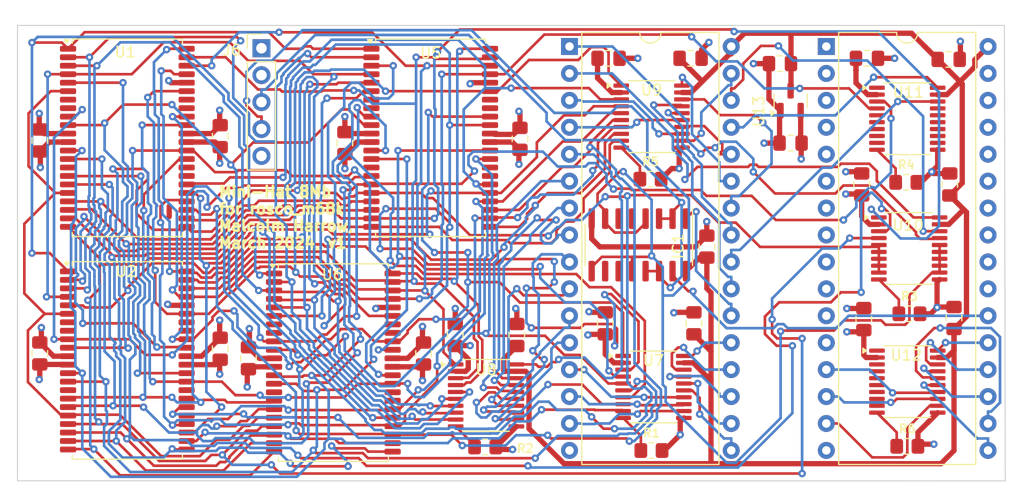
<source format=kicad_pcb>
(kicad_pcb (version 20241229) (generator "pcbnew") (generator_version "9.0")
  (layers (0 "F.Cu" signal) (4 "In1.Cu" power) (6 "In2.Cu" power) (2 "B.Cu" signal) (13 "F.Paste" user) (15 "B.Paste" user) (5 "F.SilkS" user "F.Silkscreen") (7 "B.SilkS" user "B.Silkscreen") (1 "F.Mask" user) (3 "B.Mask" user) (25 "Edge.Cuts" user))
  (net 0 "")
  (net 1 "+5V")
  (net 2 "GND")
  (net 3 "EXPSEL")
  (net 4 "A20")
  (net 5 "A21")
  (net 6 "A22")
  (net 7 "A23")
  (net 8 "A19")
  (net 9 "A17")
  (net 10 "A15")
  (net 11 "A13")
  (net 12 "A8")
  (net 13 "A7")
  (net 14 "A6")
  (net 15 "A5")
  (net 16 "A4")
  (net 17 "A3")
  (net 18 "A2")
  (net 19 "A1")
  (net 20 "D0")
  (net 21 "D1")
  (net 22 "D2")
  (net 23 "D3")
  (net 24 "D4")
  (net 25 "D5")
  (net 26 "D6")
  (net 27 "D7")
  (net 28 "ODDRAMSEL")
  (net 29 "A11")
  (net 30 "WR")
  (net 31 "A12")
  (net 32 "A10")
  (net 33 "A9")
  (net 34 "A14")
  (net 36 "A18")
  (net 37 "A16")
  (net 41 "+3.3V")
  (net 46 "EVENRAMSEL")
  (net 53 "D8")
  (net 54 "D9")
  (net 55 "D10")
  (net 56 "D11")
  (net 57 "D12")
  (net 58 "D13")
  (net 59 "D14")
  (net 60 "D15")
  (net 61 "Net-(U7-OE)")
  (net 62 "RW")
  (net 91 "Net-(U8-OE)")
  (net 99 "Net-(U10-OE)")
  (net 104 "Net-(U11-OE)")
  (net 105 "Net-(U9-OE)")
  (net 106 "3A4")
  (net 107 "3A7")
  (net 108 "3D7")
  (net 109 "3A13")
  (net 110 "3WR")
  (net 111 "3D5")
  (net 112 "3A8")
  (net 113 "3A18")
  (net 114 "3A15")
  (net 115 "3A3")
  (net 116 "3A11")
  (net 117 "3D0")
  (net 118 "3RW")
  (net 119 "3A2")
  (net 120 "3A16")
  (net 121 "3A1")
  (net 122 "3A20")
  (net 123 "3D3")
  (net 124 "3A21")
  (net 125 "3A12")
  (net 126 "3A6")
  (net 127 "3D1")
  (net 128 "3A19")
  (net 129 "3A14")
  (net 130 "3A5")
  (net 131 "3A9")
  (net 132 "3A10")
  (net 133 "3A17")
  (net 134 "3D2")
  (net 135 "3D4")
  (net 136 "3D6")
  (net 147 "Net-(U12-OE)")
  (net 150 "3D15")
  (net 151 "3D11")
  (net 152 "3D10")
  (net 153 "3D9")
  (net 154 "3D13")
  (net 155 "3D14")
  (net 156 "3D12")
  (net 157 "3D8")
  (footprint "Connector_PinHeader_2.54mm:PinHeader_1x05_P2.54mm_Vertical" (layer "F.Cu") (at 58.638 52.55)
    (property "Reference" "J6")
    (property "Value" "Conn_01x05")
  )
  (footprint "Resistor_SMD:R_0805_2012Metric_Pad1.20x1.40mm_HandSolder" (layer "F.Cu") (at 119.7 77.6)
    (property "Reference" "R3")
    (property "Value" "10")
  )
  (footprint "Capacitor_SMD:C_0805_2012Metric_Pad1.18x1.45mm_HandSolder" (layer "F.Cu") (at 107.5 54 180)
    (property "Reference" "C23" (hide yes))
    (property "Value" "100nF")
  )
  (footprint "Capacitor_SMD:C_0805_2012Metric_Pad1.18x1.45mm_HandSolder" (layer "F.Cu") (at 115.7 53.5)
    (property "Reference" "C18" (hide yes))
    (property "Value" "100nF")
  )
  (footprint "Resistor_SMD:R_0805_2012Metric_Pad1.20x1.40mm_HandSolder" (layer "F.Cu") (at 119.5 90.1)
    (property "Reference" "R6")
    (property "Value" "10")
  )
  (footprint "Capacitor_SMD:C_0805_2012Metric_Pad1.18x1.45mm_HandSolder" (layer "F.Cu") (at 37.75 61.25 -90)
    (property "Reference" "C6" (hide yes))
    (property "Value" "100nF")
  )
  (footprint "Package_SO:TSOP-II-44_10.16x18.41mm_P0.8mm" (layer "F.Cu") (at 65.4125 82.2)
    (property "Reference" "U6")
    (property "Value" "AS6C1608B-45TIN")
  )
  (footprint "Package_DIP:DIP-32_W15.24mm" (layer "F.Cu") (at 111.867 52.387)
    (property "Reference" "U4" (hide yes))
    (property "Value" "AS6C4008-55PCN")
  )
  (footprint "Package_SO:TSSOP-20_4.4x6.5mm_P0.65mm" (layer "F.Cu") (at 119.6795 71.437)
    (property "Reference" "U10")
    (property "Value" "TXS0108EPW")
  )
  (footprint "Capacitor_SMD:C_0805_2012Metric_Pad1.18x1.45mm_HandSolder" (layer "F.Cu") (at 100.6088 71.2625 90)
    (property "Reference" "C7" (hide yes))
    (property "Value" "100nF")
  )
  (footprint "Package_SO:TSOP-II-44_10.16x18.41mm_P0.8mm" (layer "F.Cu") (at 46 61)
    (property "Reference" "U1")
    (property "Value" "AS6C1608B-45TIN")
  )
  (footprint "Capacitor_SMD:C_0805_2012Metric_Pad1.18x1.45mm_HandSolder" (layer "F.Cu") (at 83 61.0955 90)
    (property "Reference" "C4" (hide yes))
    (property "Value" "100nF")
  )
  (footprint "Resistor_SMD:R_0805_2012Metric_Pad1.20x1.40mm_HandSolder" (layer "F.Cu") (at 95.3895 90.5)
    (property "Reference" "R1")
    (property "Value" "10")
  )
  (footprint "Package_SO:TSSOP-20_4.4x6.5mm_P0.65mm" (layer "F.Cu") (at 95.577 84.5)
    (property "Reference" "U7")
    (property "Value" "TXS0108EPW")
  )
  (footprint "Resistor_SMD:R_0805_2012Metric_Pad1.20x1.40mm_HandSolder" (layer "F.Cu") (at 119.4 65.2)
    (property "Reference" "R4")
    (property "Value" "10")
  )
  (footprint "Package_SO:TSOP-II-44_10.16x18.41mm_P0.8mm" (layer "F.Cu") (at 74.5875 61)
    (property "Reference" "U5")
    (property "Value" "AS6C1608B-45TIN")
  )
  (footprint "Capacitor_SMD:C_0805_2012Metric_Pad1.18x1.45mm_HandSolder" (layer "F.Cu") (at 73.9125 81.346 90)
    (property "Reference" "C3" (hide yes))
    (property "Value" "100nF")
  )
  (footprint "Capacitor_SMD:C_0805_2012Metric_Pad1.18x1.45mm_HandSolder" (layer "F.Cu") (at 91.0355 78.5 90)
    (property "Reference" "C15" (hide yes))
    (property "Value" "100nF")
  )
  (footprint "Capacitor_SMD:C_0805_2012Metric_Pad1.18x1.45mm_HandSolder" (layer "F.Cu") (at 123.4 53.6)
    (property "Reference" "C13" (hide yes))
    (property "Value" "100nF")
  )
  (footprint "Package_SO:TSSOP-20_4.4x6.5mm_P0.65mm" (layer "F.Cu") (at 119.5 84)
    (property "Reference" "U12")
    (property "Value" "TXS0108EPW")
  )
  (footprint "Capacitor_SMD:C_0805_2012Metric_Pad1.18x1.45mm_HandSolder" (layer "F.Cu") (at 99.3895 78.5 90)
    (property "Reference" "C10" (hide yes))
    (property "Value" "100nF")
  )
  (footprint "Capacitor_SMD:C_0805_2012Metric_Pad1.18x1.45mm_HandSolder" (layer "F.Cu") (at 54.75 60.8455 90)
    (property "Reference" "C5" (hide yes))
    (property "Value" "100nF")
  )
  (footprint "Package_SO:TSSOP-20_4.4x6.5mm_P0.65mm" (layer "F.Cu") (at 95.4 59)
    (property "Reference" "U9")
    (property "Value" "TXS0108EPW")
  )
  (footprint "Package_SO:TSOP-II-44_10.16x18.41mm_P0.8mm" (layer "F.Cu") (at 46 82)
    (property "Reference" "U2")
    (property "Value" "AS6C1608B-45TIN")
  )
  (footprint "Capacitor_SMD:C_0805_2012Metric_Pad1.18x1.45mm_HandSolder" (layer "F.Cu") (at 108.5 61.5 180)
    (property "Reference" "C22" (hide yes))
    (property "Value" "100nF")
  )
  (footprint "Package_DIP:DIP-32_W15.24mm" (layer "F.Cu") (at 87.667 52.387)
    (property "Reference" "U3" (hide yes))
    (property "Value" "AS6C4008-55PCN")
  )
  (footprint "Capacitor_SMD:C_0805_2012Metric_Pad1.18x1.45mm_HandSolder" (layer "F.Cu") (at 57.4125 81.7895 -90)
    (property "Reference" "C2" (hide yes))
    (property "Value" "100nF")
  )
  (footprint "Package_TO_SOT_SMD:SOT-23" (layer "F.Cu") (at 108.5 57.5 90)
    (property "Reference" "U13")
    (property "Value" "MCP1799x-330xxTT")
  )
  (footprint "Capacitor_SMD:C_0805_2012Metric_Pad1.18x1.45mm_HandSolder" (layer "F.Cu") (at 54.75 80.896 90)
    (property "Reference" "C9" (hide yes))
    (property "Value" "100nF")
  )
  (footprint "Capacitor_SMD:C_0805_2012Metric_Pad1.18x1.45mm_HandSolder" (layer "F.Cu") (at 37.75 81.3395 -90)
    (property "Reference" "C8" (hide yes))
    (property "Value" "100nF")
  )
  (footprint "Capacitor_SMD:C_0805_2012Metric_Pad1.18x1.45mm_HandSolder" (layer "F.Cu") (at 115.4 78.1 90)
    (property "Reference" "C20" (hide yes))
    (property "Value" "100nF")
  )
  (footprint "Capacitor_SMD:C_0805_2012Metric_Pad1.18x1.45mm_HandSolder" (layer "F.Cu") (at 66.5 61.5 -90)
    (property "Reference" "C1" (hide yes))
    (property "Value" "100nF")
  )
  (footprint "Capacitor_SMD:C_0805_2012Metric_Pad1.18x1.45mm_HandSolder" (layer "F.Cu") (at 123.5 65.4 90)
    (property "Reference" "C14" (hide yes))
    (property "Value" "100nF")
  )
  (footprint "Package_SO:SOIC-16_3.9x9.9mm_P1.27mm" (layer "F.Cu") (at 94.2 71.1 -90)
    (property "Reference" "IC1")
    (property "Value" "SN74HCS139DR")
  )
  (footprint "Resistor_SMD:R_0805_2012Metric_Pad1.20x1.40mm_HandSolder" (layer "F.Cu") (at 79.7185 90.163)
    (property "Reference" "R2")
    (property "Value" "10")
  )
  (footprint "Capacitor_SMD:C_0805_2012Metric_Pad1.18x1.45mm_HandSolder" (layer "F.Cu") (at 99.0781 53.5)
    (property "Reference" "C11" (hide yes))
    (property "Value" "100nF")
  )
  (footprint "Resistor_SMD:R_0805_2012Metric_Pad1.20x1.40mm_HandSolder" (layer "F.Cu") (at 95.3 64.9)
    (property "Reference" "R5")
    (property "Value" "10")
  )
  (footprint "Capacitor_SMD:C_0805_2012Metric_Pad1.18x1.45mm_HandSolder" (layer "F.Cu") (at 91.3469 53.5)
    (property "Reference" "C16" (hide yes))
    (property "Value" "100nF")
  )
  (footprint "Capacitor_SMD:C_0805_2012Metric_Pad1.18x1.45mm_HandSolder" (layer "F.Cu") (at 123.9 78 90)
    (property "Reference" "C21" (hide yes))
    (property "Value" "100nF")
  )
  (footprint "Capacitor_SMD:C_0805_2012Metric_Pad1.18x1.45mm_HandSolder" (layer "F.Cu") (at 76.9 79.6 90)
    (property "Reference" "C17" (hide yes))
    (property "Value" "100nF")
  )
  (footprint "Capacitor_SMD:C_0805_2012Metric_Pad1.18x1.45mm_HandSolder" (layer "F.Cu") (at 115.2 65.4 90)
    (property "Reference" "C19" (hide yes))
    (property "Value" "100nF")
  )
  (footprint "Package_SO:TSSOP-20_4.4x6.5mm_P0.65mm" (layer "F.Cu") (at 79.8 85.3)
    (property "Reference" "U8")
    (property "Value" "TXS0108EPW")
  )
  (footprint "Package_SO:TSSOP-20_4.4x6.5mm_P0.65mm" (layer "F.Cu") (at 119.5 59.2)
    (property "Reference" "U11")
    (property "Value" "TXS0108EPW")
  )
  (footprint "Capacitor_SMD:C_0805_2012Metric_Pad1.18x1.45mm_HandSolder" (layer "F.Cu") (at 82.7 79.6 90)
    (property "Reference" "C12" (hide yes))
    (property "Value" "100nF")
  )
  (gr_line (start 128.65 50.4) (end 35.65 50.4) (stroke (width 0.1)) (layer "Edge.Cuts"))
  (gr_line (start 35.65 50.4) (end 35.65 93.35) (stroke (width 0.1)) (layer "Edge.Cuts"))
  (gr_line (start 128.65 50.4) (end 128.73 93.36) (stroke (width 0.1)) (layer "Edge.Cuts"))
  (gr_line (start 128.73 93.36) (end 35.65 93.35) (stroke (width 0.1)) (layer "Edge.Cuts"))
  (gr_text "Mini-Hat 8Mb \nfor rosco_m68k\nMalcolm Harrow, \nMarch 2024, v1" (at 54.5 71.5 0) (layer "F.SilkS") (effects (font (size 1 1) (thickness 0.25) (bold yes)) (justify left bottom)))
  (segment (start 125.857 54.2986) (end 124.4591 55.6967) (width 0.5) (layer "F.Cu") (net 1))
  (segment (start 123.9 79.0375) (end 123.9 81.0556) (width 0.5) (layer "F.Cu") (net 1))
  (segment (start 100.609 72.3) (end 100.609 75.2088) (width 0.5) (layer "F.Cu") (net 1))
  (segment (start 124.881 67.8188) (end 125.075 68.0125) (width 0.5) (layer "F.Cu") (net 1))
  (segment (start 102.907 52.9486) (end 102.907 53.093) (width 0.5) (layer "F.Cu") (net 1))
  (segment (start 99.325 82.225) (end 101 83.9) (width 0.5) (layer "F.Cu") (net 1))
  (segment (start 101 75.6) (end 101 81.148) (width 0.5) (layer "F.Cu") (net 1))
  (segment (start 99.92 72.3) (end 100.6088 72.3) (width 0.5) (layer "F.Cu") (net 1))
  (segment (start 102.907 52.9486) (end 100.178 55.6778) (width 0.5) (layer "F.Cu") (net 1))
  (segment (start 87.1492 91.737) (end 83.85 88.4378) (width 0.5) (layer "F.Cu") (net 1))
  (segment (start 82.7 80.6375) (end 81.475 81.8625) (width 0.5) (layer "F.Cu") (net 1))
  (segment (start 122.663 91.737) (end 101 91.737) (width 0.5) (layer "F.Cu") (net 1))
  (segment (start 108.5 51.137) (end 119.9 51.137) (width 0.5) (layer "F.Cu") (net 1))
  (segment (start 108.538 51.1745) (end 108.5 51.137) (width 0.5) (layer "F.Cu") (net 1))
  (segment (start 81.475 81.8625) (end 81.475 82.975) (width 0.5) (layer "F.Cu") (net 1))
  (segment (start 127.107 52.387) (end 125.857 53.637) (width 0.5) (layer "F.Cu") (net 1))
  (segment (start 122.3625 81.725) (end 123.231 81.725) (width 0.5) (layer "F.Cu") (net 1))
  (segment (start 122.362 53.6) (end 124.4591 55.6967) (width 0.5) (layer "F.Cu") (net 1))
  (segment (start 98.0406 53.5) (end 98.0406 53.5406) (width 0.5) (layer "F.Cu") (net 1))
  (segment (start 102.907 52.387) (end 102.907 52.9486) (width 0.5) (layer "F.Cu") (net 1))
  (segment (start 124.078 56.0778) (end 124.381 55.7743) (width 0.5) (layer "F.Cu") (net 1))
  (segment (start 102.907 52.387) (end 102.907 52.9486) (width 0.5) (layer "F.Cu") (net 1))
  (segment (start 83.5306 83.025) (end 82.6625 83.025) (width 0.5) (layer "F.Cu") (net 1))
  (segment (start 123.9 90.5) (end 122.663 91.737) (width 0.5) (layer "F.Cu") (net 1))
  (segment (start 108.538 56.525) (end 108.538 53.8497) (width 0.5) (layer "F.Cu") (net 1))
  (segment (start 125.857 53.637) (end 125.857 54.2986) (width 0.5) (layer "F.Cu") (net 1))
  (segment (start 122.362 56.925) (end 122.3625 56.925) (width 0.5) (layer "F.Cu") (net 1))
  (segment (start 119.9 51.137) (end 121.131 52.3685) (width 0.5) (layer "F.Cu") (net 1))
  (segment (start 125.075 68.0125) (end 125.075 77.8625) (width 0.5) (layer "F.Cu") (net 1))
  (segment (start 81.475 82.975) (end 81.525 83.025) (width 0.5) (layer "F.Cu") (net 1))
  (segment (start 123.41 69.162) (end 124.753 67.8188) (width 0.5) (layer "F.Cu") (net 1))
  (segment (start 124.753 67.8188) (end 124.881 67.8188) (width 0.5) (layer "F.Cu") (net 1))
  (segment (start 123.5 66.4375) (end 124.881 67.8188) (width 0.5) (layer "F.Cu") (net 1))
  (segment (start 124.4591 55.6967) (end 124.078 56.0778) (width 0.5) (layer "F.Cu") (net 1))
  (segment (start 98.4395 82.225) (end 99.325 82.225) (width 0.5) (layer "F.Cu") (net 1))
  (segment (start 124.675 65.2625) (end 123.5 66.4375) (width 0.5) (layer "F.Cu") (net 1))
  (segment (start 123.9 81.0556) (end 123.9 79.0375) (width 0.5) (layer "F.Cu") (net 1))
  (segment (start 123.9 81.0556) (end 123.9 90.5) (width 0.5) (layer "F.Cu") (net 1))
  (segment (start 108.5 56.5625) (end 108.538 56.525) (width 0.5) (layer "F.Cu") (net 1))
  (segment (start 100.178 55.6778) (end 99.1306 56.725) (width 0.5) (layer "F.Cu") (net 1))
  (segment (start 101 81.148) (end 99.3895 79.5375) (width 0.5) (layer "F.Cu") (net 1))
  (segment (start 100.609 75.2088) (end 101 75.6) (width 0.5) (layer "F.Cu") (net 1))
  (segment (start 121.131 52.3685) (end 122.362 53.6) (width 0.5) (layer "F.Cu") (net 1))
  (segment (start 123.231 56.925) (end 124.078 56.0778) (width 0.5) (layer "F.Cu") (net 1))
  (segment (start 101 83.9) (end 101 81.148) (width 0.5) (layer "F.Cu") (net 1))
  (segment (start 100.6088 72.3) (end 100.609 72.3) (width 0.5) (layer "F.Cu") (net 1))
  (segment (start 98.645 73.575) (end 99.92 72.3) (width 0.5) (layer "F.Cu") (net 1))
  (segment (start 123.231 81.725) (end 123.9 81.0556) (width 0.5) (layer "F.Cu") (net 1))
  (segment (start 122.542 69.162) (end 123.41 69.162) (width 0.5) (layer "F.Cu") (net 1))
  (segment (start 101 91.737) (end 87.1492 91.737) (width 0.5) (layer "F.Cu") (net 1))
  (segment (start 99.1306 56.725) (end 98.2625 56.725) (width 0.5) (layer "F.Cu") (net 1))
  (segment (start 104.157 51.137) (end 108.5 51.137) (width 0.5) (layer "F.Cu") (net 1))
  (segment (start 108.5375 53.8502) (end 108.5375 54) (width 0.5) (layer "F.Cu") (net 1))
  (segment (start 122.3625 56.925) (end 123.231 56.925) (width 0.5) (layer "F.Cu") (net 1))
  (segment (start 122.362 81.725) (end 122.3625 81.725) (width 0.5) (layer "F.Cu") (net 1))
  (segment (start 108.538 53.8497) (end 108.5375 53.8502) (width 0.5) (layer "F.Cu") (net 1))
  (segment (start 101 91.737) (end 101 83.9) (width 0.5) (layer "F.Cu") (net 1))
  (segment (start 81.525 83.025) (end 82.6625 83.025) (width 0.5) (layer "F.Cu") (net 1))
  (segment (start 83.85 88.4378) (end 83.85 83.3444) (width 0.5) (layer "F.Cu") (net 1))
  (segment (start 102.907 52.387) (end 104.157 51.137) (width 0.5) (layer "F.Cu") (net 1))
  (segment (start 83.85 83.3444) (end 83.5306 83.025) (width 0.5) (layer "F.Cu") (net 1))
  (segment (start 124.4591 55.6967) (end 124.675 55.9125) (width 0.5) (layer "F.Cu") (net 1))
  (segment (start 108.538 53.8497) (end 108.538 51.1745) (width 0.5) (layer "F.Cu") (net 1))
  (segment (start 124.675 55.9125) (end 124.675 65.2625) (width 0.5) (layer "F.Cu") (net 1))
  (segment (start 98.0406 53.5406) (end 100.178 55.6778) (width 0.5) (layer "F.Cu") (net 1))
  (segment (start 121.131 52.3685) (end 122.3625 53.6) (width 0.5) (layer "F.Cu") (net 1))
  (segment (start 125.075 77.8625) (end 123.9 79.0375) (width 0.5) (layer "F.Cu") (net 1))
  (segment (start 91.0355 77.4625) (end 89.5625 77.4625) (width 0.5) (layer "F.Cu") (net 2))
  (segment (start 105.731 54) (end 106.462 54) (width 0.5) (layer "F.Cu") (net 2))
  (segment (start 98 63.9) (end 97.3 63.9) (width 0.5) (layer "F.Cu") (net 2))
  (segment (start 123.9 76.9625) (end 122.338 76.9625) (width 0.5) (layer "F.Cu") (net 2))
  (segment (start 107.462 58.525) (end 107.55 58.4375) (width 0.5) (layer "F.Cu") (net 2))
  (segment (start 76.9 77.1) (end 76.9 78.5625) (width 0.5) (layer "F.Cu") (net 2))
  (segment (start 115.038 64.2) (end 115.2 64.3625) (width 0.5) (layer "F.Cu") (net 2))
  (segment (start 82.383 60.675) (end 80.625 60.675) (width 0.5) (layer "F.Cu") (net 2))
  (segment (start 106.462 57.35) (end 107.55 58.4375) (width 0.5) (layer "F.Cu") (net 2))
  (segment (start 90.5241 71.2875) (end 89.755 70.5184) (width 0.5) (layer "F.Cu") (net 2))
  (segment (start 54.7 59.758) (end 54.75 59.808) (width 0.5) (layer "F.Cu") (net 2))
  (segment (start 80.7185 90.163) (end 80.7245 90.163) (width 0.5) (layer "F.Cu") (net 2))
  (segment (start 100.6 70.2162) (end 100.6045 70.2206) (width 0.5) (layer "F.Cu") (net 2))
  (segment (start 80.9555 90.4) (end 80.7185 90.163) (width 0.5) (layer "F.Cu") (net 2))
  (segment (start 100.116 53.0922) (end 100.116 52.6844) (width 0.5) (layer "F.Cu") (net 2))
  (segment (start 120.5 90.1) (end 120.5 88.7875) (width 0.5) (layer "F.Cu") (net 2))
  (segment (start 72.421 81.8) (end 71 81.8) (width 0.5) (layer "F.Cu") (net 2))
  (segment (start 120.7 77.6) (end 121.7 77.6) (width 0.5) (layer "F.Cu") (net 2))
  (segment (start 122.338 76.9625) (end 122.3 77) (width 0.5) (layer "F.Cu") (net 2))
  (segment (start 97.5375 77.4625) (end 99.3895 77.4625) (width 0.5) (layer "F.Cu") (net 2))
  (segment (start 121.431 87.8562) (end 122.362 86.925) (width 0.5) (layer "F.Cu") (net 2))
  (segment (start 37.75 82.377) (end 40.3895 82.377) (width 0.5) (layer "F.Cu") (net 2))
  (segment (start 54.7 58.4) (end 54.7 59.758) (width 0.5) (layer "F.Cu") (net 2))
  (segment (start 54.7 78.2) (end 54.7 79.8085) (width 0.5) (layer "F.Cu") (net 2))
  (segment (start 120.4 65.2) (end 120.8 65.2) (width 0.5) (layer "F.Cu") (net 2))
  (segment (start 121.431 87.8562) (end 121.4313 87.8562) (width 0.5) (layer "F.Cu") (net 2))
  (segment (start 80.7245 90.163) (end 82.6625 88.225) (width 0.5) (layer "F.Cu") (net 2))
  (segment (start 107.462 61.5) (end 107.462 58.525) (width 0.5) (layer "F.Cu") (net 2))
  (segment (start 66.5 62.5375) (end 67.6375 61.4) (width 0.5) (layer "F.Cu") (net 2))
  (segment (start 99.5463 71.2875) (end 90.5241 71.2875) (width 0.5) (layer "F.Cu") (net 2))
  (segment (start 113.8 77.1) (end 115.362 77.1) (width 0.5) (layer "F.Cu") (net 2))
  (segment (start 54.75 59.808) (end 53.958 60.6) (width 0.5) (layer "F.Cu") (net 2))
  (segment (start 83 60.058) (end 82.383 60.675) (width 0.5) (layer "F.Cu") (net 2))
  (segment (start 54.75 79.8585) (end 53.0085 81.6) (width 0.5) (layer "F.Cu") (net 2))
  (segment (start 53.958 60.6) (end 51.5875 60.6) (width 0.5) (layer "F.Cu") (net 2))
  (segment (start 106.731 61.5) (end 107.462 61.5) (width 0.5) (layer "F.Cu") (net 2))
  (segment (start 57.6395 82.6) (end 59.825 82.6) (width 0.5) (layer "F.Cu") (net 2))
  (segment (start 106.731 61.5) (end 107.4625 61.5) (width 0.5) (layer "F.Cu") (net 2))
  (segment (start 100.609 70.225) (end 99.5463 71.2875) (width 0.5) (layer "F.Cu") (net 2))
  (segment (start 124.5 51.9) (end 124.5 53.5375) (width 0.5) (layer "F.Cu") (net 2))
  (segment (start 98 63.9) (end 98 62.1875) (width 0.5) (layer "F.Cu") (net 2))
  (segment (start 100.6045 70.2206) (end 100.609 70.225) (width 0.5) (layer "F.Cu") (net 2))
  (segment (start 82.3 90.4) (end 80.9555 90.4) (width 0.5) (layer "F.Cu") (net 2))
  (segment (start 120.7 89.9) (end 120.5 90.1) (width 0.5) (layer "F.Cu") (net 2))
  (segment (start 89.5625 77.4625) (end 89.5 77.4) (width 0.5) (layer "F.Cu") (net 2))
  (segment (start 106 61.5) (end 106.731 61.5) (width 0.5) (layer "F.Cu") (net 2))
  (segment (start 67.6375 61.4) (end 69 61.4) (width 0.5) (layer "F.Cu") (net 2))
  (segment (start 57.3 84.5) (end 57.3 82.9395) (width 0.5) (layer "F.Cu") (net 2))
  (segment (start 105.731 54) (end 106.4625 54) (width 0.5) (layer "F.Cu") (net 2))
  (segment (start 96.6 90.5) (end 98.1 89) (width 0.5) (layer "F.Cu") (net 2))
  (segment (start 37.75 62.2875) (end 38.6375 61.4) (width 0.5) (layer "F.Cu") (net 2))
  (segment (start 73.8125 80.2085) (end 73.9125 80.3085) (width 0.5) (layer "F.Cu") (net 2))
  (segment (start 98.1 87.7645) (end 98.4395 87.425) (width 0.5) (layer "F.Cu") (net 2))
  (segment (start 122.3 77) (end 122.3 74.604) (width 0.5) (layer "F.Cu") (net 2))
  (segment (start 100.116 52.6844) (end 100.8 52) (width 0.5) (layer "F.Cu") (net 2))
  (segment (start 100.6 68.9) (end 100.6 70.2162) (width 0.5) (layer "F.Cu") (net 2))
  (segment (start 73.8125 78.8) (end 73.8125 80.2085) (width 0.5) (layer "F.Cu") (net 2))
  (segment (start 100.116 53.0922) (end 100.1156 53.0926) (width 0.5) (layer "F.Cu") (net 2))
  (segment (start 124.5 53.5375) (end 124.438 53.6) (width 0.5) (layer "F.Cu") (net 2))
  (segment (start 66.5 63.9) (end 66.5 62.5375) (width 0.5) (layer "F.Cu") (net 2))
  (segment (start 82.7 77.2) (end 82.6 77.1) (width 0.5) (layer "F.Cu") (net 2))
  (segment (start 100.1156 53.0926) (end 100.1156 53.5) (width 0.5) (layer "F.Cu") (net 2))
  (segment (start 118.3 53.5) (end 116.738 53.5) (width 0.5) (layer "F.Cu") (net 2))
  (segment (start 122.362 62.8812) (end 122.362 63.6375) (width 0.5) (layer "F.Cu") (net 2))
  (segment (start 54.7 79.8085) (end 54.75 79.8585) (width 0.5) (layer "F.Cu") (net 2))
  (segment (start 37.8 62.3375) (end 37.75 62.2875) (width 0.5) (layer "F.Cu") (net 2))
  (segment (start 115.362 77.1) (end 115.4 77.0625) (width 0.5) (layer "F.Cu") (net 2))
  (segment (start 122.1732 87.1143) (end 122.3625 86.925) (width 0.4006) (layer "F.Cu") (net 2))
  (segment (start 49.9462 68.4375) (end 49.9462 67.4625) (width 0.5) (layer "F.Cu") (net 2))
  (segment (start 122.3625 62.8807) (end 122.3625 62.1273) (width 0.5) (layer "F.Cu") (net 2))
  (segment (start 116.738 53.5) (end 116.7375 53.5) (width 0.5) (layer "F.Cu") (net 2))
  (segment (start 37.75 83.75) (end 37.7 83.8) (width 0.5) (layer "F.Cu") (net 2))
  (segment (start 97.5 77.5) (end 97.5375 77.4625) (width 0.5) (layer "F.Cu") (net 2))
  (segment (start 122.362 62.125) (end 122.362 62.8812) (width 0.5) (layer "F.Cu") (net 2))
  (segment (start 96.3895 90.5) (end 96.6 90.5) (width 0.5) (layer "F.Cu") (net 2))
  (segment (start 122.3625 62.1273) (end 122.3625 62.125) (width 0.4006) (layer "F.Cu") (net 2))
  (segment (start 100.6088 70.2249) (end 100.6088 70.225) (width 0.5) (layer "F.Cu") (net 2))
  (segment (start 123.5 64.3625) (end 121.962 64.3625) (width 0.5) (layer "F.Cu") (net 2))
  (segment (start 97.3 63.9) (end 96.3 64.9) (width 0.5) (layer "F.Cu") (net 2))
  (segment (start 92.3844 53.5) (end 94.1 53.5) (width 0.5) (layer "F.Cu") (net 2))
  (segment (start 83 60.058) (end 83 58.6) (width 0.5) (layer "F.Cu") (net 2))
  (segment (start 40.3895 82.377) (end 40.4125 82.4) (width 0.5) (layer "F.Cu") (net 2))
  (segment (start 113.7 64.2) (end 115.038 64.2) (width 0.5) (layer "F.Cu") (net 2))
  (segment (start 100.116 53.5) (end 100.116 53.0922) (width 0.5) (layer "F.Cu") (net 2))
  (segment (start 89.755 70.5184) (end 89.755 68.625) (width 0.5) (layer "F.Cu") (net 2))
  (segment (start 120.5 88.7875) (end 121.431 87.8562) (width 0.5) (layer "F.Cu") (net 2))
  (segment (start 57.4125 82.827) (end 57.6395 82.6) (width 0.5) (layer "F.Cu") (net 2))
  (segment (start 105 54) (end 105.731 54) (width 0.5) (layer "F.Cu") (net 2))
  (segment (start 122.3 74.604) (end 122.542 74.362) (width 0.5) (layer "F.Cu") (net 2))
  (segment (start 73.9125 80.3085) (end 72.421 81.8) (width 0.5) (layer "F.Cu") (net 2))
  (segment (start 53.0085 81.6) (end 51.5875 81.6) (width 0.5) (layer "F.Cu") (net 2))
  (segment (start 120.8 65.2) (end 121.8 64.2) (width 0.5) (layer "F.Cu") (net 2))
  (segment (start 57.3 82.9395) (end 57.4125 82.827) (width 0.5) (layer "F.Cu") (net 2))
  (segment (start 121.7 77.6) (end 122.3 77) (width 0.5) (layer "F.Cu") (net 2))
  (segment (start 38.6375 61.4) (end 40.4125 61.4) (width 0.5) (layer "F.Cu") (net 2))
  (segment (start 121.962 64.3625) (end 121.8 64.2) (width 0.5) (layer "F.Cu") (net 2))
  (segment (start 98.1 89) (end 98.1 87.7645) (width 0.5) (layer "F.Cu") (net 2))
  (segment (start 82.7 78.5625) (end 82.7 77.2) (width 0.5) (layer "F.Cu") (net 2))
  (segment (start 83 58.6) (end 82.9 58.5) (width 0.5) (layer "F.Cu") (net 2))
  (segment (start 37.8 63.8) (end 37.8 62.3375) (width 0.5) (layer "F.Cu") (net 2))
  (segment (start 106.462 54) (end 106.462 57.35) (width 0.5) (layer "F.Cu") (net 2))
  (segment (start 122.362 63.6375) (end 121.8 64.2) (width 0.5) (layer "F.Cu") (net 2))
  (segment (start 100.6045 70.2206) (end 100.6088 70.2249) (width 0.5) (layer "F.Cu") (net 2))
  (segment (start 122.362 62.8812) (end 122.3625 62.8807) (width 0.5) (layer "F.Cu") (net 2))
  (segment (start 121.4313 87.8562) (end 122.1732 87.1143) (width 0.5) (layer "F.Cu") (net 2))
  (segment (start 122 89.9) (end 120.7 89.9) (width 0.5) (layer "F.Cu") (net 2))
  (segment (start 37.75 82.377) (end 37.75 83.75) (width 0.5) (layer "F.Cu") (net 2))
  (segment (start 98 62.1875) (end 98.2625 61.925) (width 0.5) (layer "F.Cu") (net 2))
  (via (at 82.9 58.5) (size 0.7) (drill 0.3) (layers "F.Cu" "B.Cu") (net 2))
  (via (at 124.5 51.9) (size 0.7) (drill 0.3) (layers "F.Cu" "B.Cu") (net 2))
  (via (at 100.8 52) (size 0.7) (drill 0.3) (layers "F.Cu" "B.Cu") (net 2))
  (via (at 122 89.9) (size 0.7) (drill 0.3) (layers "F.Cu" "B.Cu") (net 2))
  (via (at 97.5 77.5) (size 0.7) (drill 0.3) (layers "F.Cu" "B.Cu") (net 2))
  (via (at 37.8 63.8) (size 0.7) (drill 0.3) (layers "F.Cu" "B.Cu") (net 2))
  (via (at 122.3 77) (size 0.7) (drill 0.3) (layers "F.Cu" "B.Cu") (net 2))
  (via (at 57.3 84.5) (size 0.7) (drill 0.3) (layers "F.Cu" "B.Cu") (net 2))
  (via (at 76.9 77.1) (size 0.7) (drill 0.3) (layers "F.Cu" "B.Cu") (net 2))
  (via (at 113.8 77.1) (size 0.7) (drill 0.3) (layers "F.Cu" "B.Cu") (net 2))
  (via (at 105 54) (size 0.7) (drill 0.3) (layers "F.Cu" "B.Cu") (net 2))
  (via (at 73.8125 78.8) (size 0.7) (drill 0.3) (layers "F.Cu" "B.Cu") (net 2))
  (via (at 66.5 63.9) (size 0.7) (drill 0.3) (layers "F.Cu" "B.Cu") (net 2))
  (via (at 100.6 68.9) (size 0.7) (drill 0.3) (layers "F.Cu" "B.Cu") (net 2))
  (via (at 54.7 78.2) (size 0.7) (drill 0.3) (layers "F.Cu" "B.Cu") (net 2))
  (via (at 98.1 89) (size 0.7) (drill 0.3) (layers "F.Cu" "B.Cu") (net 2))
  (via (at 54.7 58.4) (size 0.7) (drill 0.3) (layers "F.Cu" "B.Cu") (net 2))
  (via (at 98 63.9) (size 0.7) (drill 0.3) (layers "F.Cu" "B.Cu") (net 2))
  (via (at 94.1 53.5) (size 0.7) (drill 0.3) (layers "F.Cu" "B.Cu") (net 2))
  (via (at 37.7 83.8) (size 0.7) (drill 0.3) (layers "F.Cu" "B.Cu") (net 2))
  (via (at 121.8 64.2) (size 0.7) (drill 0.3) (layers "F.Cu" "B.Cu") (net 2))
  (via (at 89.5 77.4) (size 0.7) (drill 0.3) (layers "F.Cu" "B.Cu") (net 2))
  (via (at 106 61.5) (size 0.7) (drill 0.3) (layers "F.Cu" "B.Cu") (net 2))
  (via (at 82.3 90.4) (size 0.7) (drill 0.3) (layers "F.Cu" "B.Cu") (net 2))
  (via (at 118.3 53.5) (size 0.7) (drill 0.3) (layers "F.Cu" "B.Cu") (net 2))
  (via (at 113.7 64.2) (size 0.7) (drill 0.3) (layers "F.Cu" "B.Cu") (net 2))
  (via (at 82.6 77.1) (size 0.7) (drill 0.3) (layers "F.Cu" "B.Cu") (net 2))
  (segment (start 90.713 72.2313) (end 93.565 72.2313) (width 0.25) (layer "F.Cu") (net 4))
  (segment (start 92.7365 64.1851) (end 92.3952 64.1851) (width 0.25) (layer "F.Cu") (net 4))
  (segment (start 92.3952 64.1851) (end 90.3107 66.2696) (width 0.25) (layer "F.Cu") (net 4))
  (segment (start 117.0374 78.2198) (end 117.4473 78.6297) (width 0.25) (layer "F.Cu") (net 4))
  (segment (start 91.9312 69.9377) (end 91.025 69.0315) (width 0.25) (layer "F.Cu") (net 4))
  (segment (start 91.025 67.8731) (end 91.025 68.625) (width 0.25) (layer "F.Cu") (net 4))
  (segment (start 122.542 71.762) (end 122.542 71.112) (width 0.25) (layer "F.Cu") (net 4))
  (segment (start 112.5759 79.1846) (end 113.5407 78.2198) (width 0.25) (layer "F.Cu") (net 4))
  (segment (start 119.7 75.8402) (end 121.8282 73.712) (width 0.25) (layer "F.Cu") (net 4))
  (segment (start 57.2361 57.9591) (end 58.2703 58.9933) (width 0.25) (layer "F.Cu") (net 4))
  (segment (start 91.025 69.0315) (end 91.025 68.625) (width 0.25) (layer "F.Cu") (net 4))
  (segment (start 93.565 72.2313) (end 95.3071 72.2313) (width 0.25) (layer "F.Cu") (net 4))
  (segment (start 119.7 78.2272) (end 119.7 75.8402) (width 0.25) (layer "F.Cu") (net 4))
  (segment (start 107.5592 79.2501) (end 107.6247 79.1846) (width 0.25) (layer "F.Cu") (net 4))
  (segment (start 58.2703 58.9933) (end 58.638 58.9933) (width 0.25) (layer "F.Cu") (net 4))
  (segment (start 57.2361 57.5005) (end 57.2361 57.9591) (width 0.25) (layer "F.Cu") (net 4))
  (segment (start 122.542 72.412) (end 122.542 73.062) (width 0.25) (layer "F.Cu") (net 4))
  (segment (start 93.9326 69.9377) (end 91.9312 69.9377) (width 0.25) (layer "F.Cu") (net 4))
  (segment (start 58.638 60.17) (end 58.638 58.9933) (width 0.25) (layer "F.Cu") (net 4))
  (segment (start 113.5407 78.2198) (end 117.0374 78.2198) (width 0.25) (layer "F.Cu") (net 4))
  (segment (start 117.4473 78.6297) (end 119.2975 78.6297) (width 0.25) (layer "F.Cu") (net 4))
  (segment (start 95.3071 72.2313) (end 95.4045 72.1339) (width 0.25) (layer "F.Cu") (net 4))
  (segment (start 90.3107 66.2696) (end 90.3107 67.1588) (width 0.25) (layer "F.Cu") (net 4))
  (segment (start 89.755 73.575) (end 89.755 73.1893) (width 0.25) (layer "F.Cu") (net 4))
  (segment (start 121.8282 73.712) (end 122.542 73.712) (width 0.25) (layer "F.Cu") (net 4))
  (segment (start 89.755 73.1893) (end 90.713 72.2313) (width 0.25) (layer "F.Cu") (net 4))
  (segment (start 107.6247 79.1846) (end 112.5759 79.1846) (width 0.25) (layer "F.Cu") (net 4))
  (segment (start 93.565 72.2313) (end 93.565 73.575) (width 0.25) (layer "F.Cu") (net 4))
  (segment (start 119.2975 78.6297) (end 119.7 78.2272) (width 0.25) (layer "F.Cu") (net 4))
  (segment (start 94.835 68.625) (end 94.835 69.0353) (width 0.25) (layer "F.Cu") (net 4))
  (segment (start 122.542 71.762) (end 122.542 72.412) (width 0.25) (layer "F.Cu") (net 4))
  (segment (start 122.542 73.062) (end 122.542 73.712) (width 0.25) (layer "F.Cu") (net 4))
  (segment (start 90.3107 67.1588) (end 91.025 67.8731) (width 0.25) (layer "F.Cu") (net 4))
  (segment (start 94.835 69.0353) (end 93.9326 69.9377) (width 0.25) (layer "F.Cu") (net 4))
  (via (at 107.5592 79.2501) (size 0.7) (drill 0.3) (layers "F.Cu" "B.Cu") (net 4))
  (via (at 92.7365 64.1851) (size 0.7) (drill 0.3) (layers "F.Cu" "B.Cu") (net 4))
  (via (at 95.4045 72.1339) (size 0.7) (drill 0.3) (layers "F.Cu" "B.Cu") (net 4))
  (via (at 57.2361 57.5005) (size 0.7) (drill 0.3) (layers "F.Cu" "B.Cu") (net 4))
  (segment (start 92.7365 64.1851) (end 95.4045 66.8531) (width 0.25) (layer "B.Cu") (net 4))
  (segment (start 96.4528 73.1822) (end 95.4045 72.1339) (width 0.25) (layer "B.Cu") (net 4))
  (segment (start 59.6234 53.7267) (end 58.2721 53.7267) (width 0.25) (layer "B.Cu") (net 4))
  (segment (start 98.9151 74.3832) (end 98.9151 66.7613) (width 0.25) (layer "B.Cu") (net 4))
  (segment (start 94.9971 62.8433) (end 94.9971 59.5301) (width 0.25) (layer "B.Cu") (net 4))
  (segment (start 98.9151 66.7613) (end 94.9971 62.8433) (width 0.25) (layer "B.Cu") (net 4))
  (segment (start 96.4528 84.277) (end 96.4528 75.8746) (width 0.25) (layer "B.Cu") (net 4))
  (segment (start 97.4237 75.8746) (end 98.9151 74.3832) (width 0.25) (layer "B.Cu") (net 4))
  (segment (start 91.559 58.6486) (end 86.2386 58.6486) (width 0.25) (layer "B.Cu") (net 4))
  (segment (start 92.1781 58.0295) (end 91.559 58.6486) (width 0.25) (layer "B.Cu") (net 4))
  (segment (start 94.9971 59.5301) (end 93.4965 58.0295) (width 0.25) (layer "B.Cu") (net 4))
  (segment (start 102.467 91.6479) (end 96.7294 85.9103) (width 0.25) (layer "B.Cu") (net 4))
  (segment (start 93.4965 58.0295) (end 92.1781 58.0295) (width 0.25) (layer "B.Cu") (net 4))
  (segment (start 96.7294 85.9103) (end 96.7294 84.5536) (width 0.25) (layer "B.Cu") (net 4))
  (segment (start 57.2361 54.7627) (end 57.2361 57.5005) (width 0.25) (layer "B.Cu") (net 4))
  (segment (start 95.4045 66.8531) (end 95.4045 72.1339) (width 0.25) (layer "B.Cu") (net 4))
  (segment (start 103.3526 91.6479) (end 102.467 91.6479) (width 0.25) (layer "B.Cu") (net 4))
  (segment (start 78.4362 50.8462) (end 62.5039 50.8462) (width 0.25) (layer "B.Cu") (net 4))
  (segment (start 96.7294 84.5536) (end 96.4528 84.277) (width 0.25) (layer "B.Cu") (net 4))
  (segment (start 58.2721 53.7267) (end 57.2361 54.7627) (width 0.25) (layer "B.Cu") (net 4))
  (segment (start 107.5592 79.2501) (end 107.5592 87.4413) (width 0.25) (layer "B.Cu") (net 4))
  (segment (start 96.4528 75.8746) (end 96.4528 73.1822) (width 0.25) (layer "B.Cu") (net 4))
  (segment (start 62.5039 50.8462) (end 59.6234 53.7267) (width 0.25) (layer "B.Cu") (net 4))
  (segment (start 107.5592 87.4413) (end 103.3526 91.6479) (width 0.25) (layer "B.Cu") (net 4))
  (segment (start 96.4528 75.8746) (end 97.4237 75.8746) (width 0.25) (layer "B.Cu") (net 4))
  (segment (start 86.2386 58.6486) (end 78.4362 50.8462) (width 0.25) (layer "B.Cu") (net 4))
  (segment (start 96.105 74.0634) (end 97.1727 75.1311) (width 0.25) (layer "F.Cu") (net 5))
  (segment (start 96.105 68.625) (end 97.375 68.625) (width 0.25) (layer "F.Cu") (net 5))
  (segment (start 96.105 73.575) (end 94.835 73.575) (width 0.25) (layer "F.Cu") (net 5))
  (segment (start 97.375 68.625) (end 97.375 67.9552) (width 0.25) (layer "F.Cu") (net 5))
  (segment (start 96.105 73.575) (end 96.105 74.0634) (width 0.25) (layer "F.Cu") (net 5))
  (segment (start 97.375 67.9552) (end 98.2325 67.0977) (width 0.25) (layer "F.Cu") (net 5))
  (via (at 98.2325 67.0977) (size 0.7) (drill 0.3) (layers "F.Cu" "B.Cu") (net 5))
  (via (at 97.1727 75.1311) (size 0.7) (drill 0.3) (layers "F.Cu" "B.Cu") (net 5))
  (segment (start 92.3533 61.2185) (end 87.2786 61.2185) (width 0.25) (layer "B.Cu") (net 5))
  (segment (start 87.2786 61.2185) (end 85.507 59.4469) (width 0.25) (layer "B.Cu") (net 5))
  (segment (start 78.1619 51.2979) (end 63.7011 51.2979) (width 0.25) (layer "B.Cu") (net 5))
  (segment (start 63.7011 51.2979) (end 60.0704 54.9286) (width 0.25) (layer "B.Cu") (net 5))
  (segment (start 98.2325 67.0977) (end 92.3533 61.2185) (width 0.25) (layer "B.Cu") (net 5))
  (segment (start 60.0704 54.9286) (end 60.0704 55.3901) (width 0.25) (layer "B.Cu") (net 5))
  (segment (start 98.2325 74.0713) (end 97.1727 75.1311) (width 0.25) (layer "B.Cu") (net 5))
  (segment (start 85.507 59.4469) (end 85.507 58.643) (width 0.25) (layer "B.Cu") (net 5))
  (segment (start 85.507 58.643) (end 78.1619 51.2979) (width 0.25) (layer "B.Cu") (net 5))
  (segment (start 60.0704 55.3901) (end 59.0072 56.4533) (width 0.25) (layer "B.Cu") (net 5))
  (segment (start 98.2325 67.0977) (end 98.2325 74.0713) (width 0.25) (layer "B.Cu") (net 5))
  (segment (start 59.0072 56.4533) (end 58.638 56.4533) (width 0.25) (layer "B.Cu") (net 5))
  (segment (start 58.638 57.63) (end 58.638 56.4533) (width 0.25) (layer "B.Cu") (net 5))
  (segment (start 112.7233 66.2497) (end 113.4741 65.4989) (width 0.25) (layer "F.Cu") (net 8))
  (segment (start 115.9183 65.4989) (end 120.3159 69.8965) (width 0.25) (layer "F.Cu") (net 8))
  (segment (start 122.469 70.535) (end 122.542 70.462) (width 0.25) (layer "F.Cu") (net 8))
  (segment (start 120.3159 69.8965) (end 120.3159 70.1268) (width 0.25) (layer "F.Cu") (net 8))
  (segment (start 104.9896 64.2097) (end 107.0296 66.2497) (width 0.25) (layer "F.Cu") (net 8))
  (segment (start 113.4741 65.4989) (end 115.9183 65.4989) (width 0.25) (layer "F.Cu") (net 8))
  (segment (start 100.6263 61.935) (end 101.3837 61.935) (width 0.25) (layer "F.Cu") (net 8))
  (segment (start 107.0296 66.2497) (end 112.7233 66.2497) (width 0.25) (layer "F.Cu") (net 8))
  (segment (start 100.0479 62.5134) (end 100.6263 61.935) (width 0.25) (layer "F.Cu") (net 8))
  (segment (start 120.3159 70.1268) (end 120.7241 70.535) (width 0.25) (layer "F.Cu") (net 8))
  (segment (start 120.7241 70.535) (end 122.469 70.535) (width 0.25) (layer "F.Cu") (net 8))
  (via (at 101.3837 61.935) (size 0.7) (drill 0.3) (layers "F.Cu" "B.Cu") (net 8))
  (via (at 100.0479 62.5134) (size 0.7) (drill 0.3) (layers "F.Cu" "B.Cu") (net 8))
  (via (at 104.9896 64.2097) (size 0.7) (drill 0.3) (layers "F.Cu" "B.Cu") (net 8))
  (segment (start 101.9529 61.3658) (end 101.3837 61.935) (width 0.25) (layer "B.Cu") (net 8))
  (segment (start 98.7615 59.4398) (end 91.7087 52.387) (width 0.25) (layer "B.Cu") (net 8))
  (segment (start 103.3723 61.3658) (end 101.9529 61.3658) (width 0.25) (layer "B.Cu") (net 8))
  (segment (start 91.7087 52.387) (end 87.667 52.387) (width 0.25) (layer "B.Cu") (net 8))
  (segment (start 98.7615 61.227) (end 98.7615 59.4398) (width 0.25) (layer "B.Cu") (net 8))
  (segment (start 104.9896 64.2097) (end 104.9896 62.9831) (width 0.25) (layer "B.Cu") (net 8))
  (segment (start 104.9896 62.9831) (end 103.3723 61.3658) (width 0.25) (layer "B.Cu") (net 8))
  (segment (start 100.0479 62.5134) (end 98.7615 61.227) (width 0.25) (layer "B.Cu") (net 8))
  (segment (start 122.542 68.512) (end 120.0766 68.512) (width 0.25) (layer "F.Cu") (net 9))
  (segment (start 116.6219 64.1492) (end 115.9153 63.4426) (width 0.25) (layer "F.Cu") (net 9))
  (segment (start 104.7094 63.533) (end 104.4993 63.7431) (width 0.25) (layer "F.Cu") (net 9))
  (segment (start 113.2544 63.4426) (end 112.9539 63.7431) (width 0.25) (layer "F.Cu") (net 9))
  (segment (start 116.6219 65.0573) (end 116.6219 64.1492) (width 0.25) (layer "F.Cu") (net 9))
  (segment (start 99.7218 63.7431) (end 98.5388 64.9261) (width 0.25) (layer "F.Cu") (net 9))
  (segment (start 112.9539 63.7431) (end 105.48 63.7431) (width 0.25) (layer "F.Cu") (net 9))
  (segment (start 105.48 63.7431) (end 105.2699 63.533) (width 0.25) (layer "F.Cu") (net 9))
  (segment (start 105.2699 63.533) (end 104.7094 63.533) (width 0.25) (layer "F.Cu") (net 9))
  (segment (start 104.4993 63.7431) (end 99.7218 63.7431) (width 0.25) (layer "F.Cu") (net 9))
  (segment (start 120.0766 68.512) (end 116.6219 65.0573) (width 0.25) (layer "F.Cu") (net 9))
  (segment (start 115.9153 63.4426) (end 113.2544 63.4426) (width 0.25) (layer "F.Cu") (net 9))
  (via (at 98.5388 64.9261) (size 0.7) (drill 0.3) (layers "F.Cu" "B.Cu") (net 9))
  (segment (start 87.667 54.927) (end 91.6716 54.927) (width 0.25) (layer "B.Cu") (net 9))
  (segment (start 98.7847 63.4847) (end 98.7847 64.6802) (width 0.25) (layer "B.Cu") (net 9))
  (segment (start 98.7847 64.6802) (end 98.5388 64.9261) (width 0.25) (layer "B.Cu") (net 9))
  (segment (start 97.4063 62.1063) (end 98.7847 63.4847) (width 0.25) (layer "B.Cu") (net 9))
  (segment (start 91.6716 54.927) (end 95.9522 59.2076) (width 0.25) (layer "B.Cu") (net 9))
  (segment (start 95.9522 59.4644) (end 97.4063 60.9185) (width 0.25) (layer "B.Cu") (net 9))
  (segment (start 97.4063 60.9185) (end 97.4063 62.1063) (width 0.25) (layer "B.Cu") (net 9))
  (segment (start 95.9522 59.2076) (end 95.9522 59.4644) (width 0.25) (layer "B.Cu") (net 9))
  (segment (start 98.2625 60.625) (end 96.092 60.625) (width 0.25) (layer "F.Cu") (net 10))
  (via (at 96.092 60.625) (size 0.7) (drill 0.3) (layers "F.Cu" "B.Cu") (net 10))
  (segment (start 88.9045 57.5778) (end 88.7937 57.467) (width 0.25) (layer "B.Cu") (net 10))
  (segment (start 95.5005 60.0335) (end 95.5005 59.3947) (width 0.25) (layer "B.Cu") (net 10))
  (segment (start 95.5005 59.3947) (end 93.6836 57.5778) (width 0.25) (layer "B.Cu") (net 10))
  (segment (start 93.6836 57.5778) (end 88.9045 57.5778) (width 0.25) (layer "B.Cu") (net 10))
  (segment (start 87.667 57.467) (end 88.7937 57.467) (width 0.25) (layer "B.Cu") (net 10))
  (segment (start 96.092 60.625) (end 95.5005 60.0335) (width 0.25) (layer "B.Cu") (net 10))
  (segment (start 94.2192 59.325) (end 94.0066 59.5376) (width 0.25) (layer "F.Cu") (net 11))
  (segment (start 98.2625 59.325) (end 94.2192 59.325) (width 0.25) (layer "F.Cu") (net 11))
  (via (at 94.0066 59.5376) (size 0.7) (drill 0.3) (layers "F.Cu" "B.Cu") (net 11))
  (segment (start 87.667 60.007) (end 93.5372 60.007) (width 0.25) (layer "B.Cu") (net 11))
  (segment (start 93.5372 60.007) (end 94.0066 59.5376) (width 0.25) (layer "B.Cu") (net 11))
  (segment (start 82.6625 82.375) (end 84.5174 82.375) (width 0.25) (layer "F.Cu") (net 12))
  (segment (start 84.5174 82.375) (end 84.7338 82.5914) (width 0.25) (layer "F.Cu") (net 12))
  (segment (start 86.0017 82.1561) (end 86.3925 82.1561) (width 0.25) (layer "F.Cu") (net 12))
  (segment (start 84.7338 82.5914) (end 85.5665 82.5914) (width 0.25) (layer "F.Cu") (net 12))
  (segment (start 86.0017 82.1562) (end 86.0017 82.1561) (width 0.25) (layer "F.Cu") (net 12))
  (segment (start 85.5665 82.5914) (end 86.0017 82.1562) (width 0.25) (layer "F.Cu") (net 12))
  (segment (start 86.3925 82.1561) (end 86.6397 81.9089) (width 0.25) (layer "F.Cu") (net 12))
  (via (at 86.6397 81.9089) (size 0.7) (drill 0.3) (layers "F.Cu" "B.Cu") (net 12))
  (segment (start 89.9486 62.5719) (end 91.6081 64.2314) (width 0.25) (layer "B.Cu") (net 12))
  (segment (start 91.0175 83.6558) (end 89.102 81.7403) (width 0.25) (layer "B.Cu") (net 12))
  (segment (start 92.4375 66.7565) (end 92.594 66.913) (width 0.25) (layer "B.Cu") (net 12))
  (segment (start 91.6081 64.6524) (end 92.594 65.6383) (width 0.25) (layer "B.Cu") (net 12))
  (segment (start 92.594 66.0396) (end 92.4375 66.1961) (width 0.25) (layer "B.Cu") (net 12))
  (segment (start 91.6931 83.6558) (end 91.0175 83.6558) (width 0.25) (layer "B.Cu") (net 12))
  (segment (start 92.4375 66.1961) (end 92.4375 66.7565) (width 0.25) (layer "B.Cu") (net 12))
  (segment (start 88.7937 62.547) (end 88.8186 62.5719) (width 0.25) (layer "B.Cu") (net 12))
  (segment (start 86.8083 81.7403) (end 86.6397 81.9089) (width 0.25) (layer "B.Cu") (net 12))
  (segment (start 87.667 62.547) (end 88.7937 62.547) (width 0.25) (layer "B.Cu") (net 12))
  (segment (start 88.8186 62.5719) (end 89.9486 62.5719) (width 0.25) (layer "B.Cu") (net 12))
  (segment (start 89.102 81.7403) (end 86.8083 81.7403) (width 0.25) (layer "B.Cu") (net 12))
  (segment (start 91.6081 64.2314) (end 91.6081 64.6524) (width 0.25) (layer "B.Cu") (net 12))
  (segment (start 92.594 65.6383) (end 92.594 66.0396) (width 0.25) (layer "B.Cu") (net 12))
  (segment (start 92.594 66.913) (end 92.594 82.7549) (width 0.25) (layer "B.Cu") (net 12))
  (segment (start 92.594 82.7549) (end 91.6931 83.6558) (width 0.25) (layer "B.Cu") (net 12))
  (segment (start 81.3382 83.675) (end 80.3417 82.6785) (width 0.25) (layer "F.Cu") (net 13))
  (segment (start 82.6625 83.675) (end 81.3382 83.675) (width 0.25) (layer "F.Cu") (net 13))
  (segment (start 80.3417 82.6785) (end 80.3417 82.527) (width 0.25) (layer "F.Cu") (net 13))
  (via (at 80.3417 82.527) (size 0.7) (drill 0.3) (layers "F.Cu" "B.Cu") (net 13))
  (segment (start 80.914 72.4451) (end 80.5668 72.7923) (width 0.25) (layer "B.Cu") (net 13))
  (segment (start 80.5668 82.3019) (end 80.3417 82.527) (width 0.25) (layer "B.Cu") (net 13))
  (segment (start 80.5668 72.7923) (end 80.5668 82.3019) (width 0.25) (layer "B.Cu") (net 13))
  (segment (start 80.8195 69.2672) (end 80.8195 71.5995) (width 0.25) (layer "B.Cu") (net 13))
  (segment (start 84.9997 65.087) (end 80.8195 69.2672) (width 0.25) (layer "B.Cu") (net 13))
  (segment (start 80.914 71.694) (end 80.914 72.4451) (width 0.25) (layer "B.Cu") (net 13))
  (segment (start 87.667 65.087) (end 84.9997 65.087) (width 0.25) (layer "B.Cu") (net 13))
  (segment (start 80.8195 71.5995) (end 80.914 71.694) (width 0.25) (layer "B.Cu") (net 13))
  (segment (start 82.6625 84.325) (end 81.2119 84.325) (width 0.25) (layer "F.Cu") (net 14))
  (segment (start 80.7674 83.8805) (end 80.5867 83.8805) (width 0.25) (layer "F.Cu") (net 14))
  (segment (start 81.2119 84.325) (end 80.7674 83.8805) (width 0.25) (layer "F.Cu") (net 14))
  (via (at 80.5867 83.8805) (size 0.7) (drill 0.3) (layers "F.Cu" "B.Cu") (net 14))
  (segment (start 83.9592 70.6775) (end 81.4702 73.1665) (width 0.25) (layer "B.Cu") (net 14))
  (segment (start 86.5403 67.627) (end 83.9592 70.2081) (width 0.25) (layer "B.Cu") (net 14))
  (segment (start 83.9592 70.2081) (end 83.9592 70.6775) (width 0.25) (layer "B.Cu") (net 14))
  (segment (start 81.4702 83.077) (end 80.6667 83.8805) (width 0.25) (layer "B.Cu") (net 14))
  (segment (start 80.6667 83.8805) (end 80.5867 83.8805) (width 0.25) (layer "B.Cu") (net 14))
  (segment (start 87.667 67.627) (end 86.5403 67.627) (width 0.25) (layer "B.Cu") (net 14))
  (segment (start 81.4702 73.1665) (end 81.4702 83.077) (width 0.25) (layer "B.Cu") (net 14))
  (segment (start 80.8054 84.5573) (end 79.5523 84.5573) (width 0.25) (layer "F.Cu") (net 15))
  (segment (start 84.8168 68.7481) (end 84.6167 68.548) (width 0.25) (layer "F.Cu") (net 15))
  (segment (start 82.5642 84.8767) (end 81.1248 84.8767) (width 0.25) (layer "F.Cu") (net 15))
  (segment (start 82.6625 84.975) (end 82.5642 84.8767) (width 0.25) (layer "F.Cu") (net 15))
  (segment (start 86.4044 68.7481) (end 84.8168 68.7481) (width 0.25) (layer "F.Cu") (net 15))
  (segment (start 81.1248 84.8767) (end 80.8054 84.5573) (width 0.25) (layer "F.Cu") (net 15))
  (via (at 79.5523 84.5573) (size 0.7) (drill 0.3) (layers "F.Cu" "B.Cu") (net 15))
  (via (at 86.4044 68.7481) (size 0.7) (drill 0.3) (layers "F.Cu" "B.Cu") (net 15))
  (via (at 84.6167 68.548) (size 0.7) (drill 0.3) (layers "F.Cu" "B.Cu") (net 15))
  (segment (start 87.667 70.167) (end 86.5403 70.167) (width 0.25) (layer "B.Cu") (net 15))
  (segment (start 80.6259 83.2038) (end 80.3065 83.2038) (width 0.25) (layer "B.Cu") (net 15))
  (segment (start 79.5523 83.958) (end 79.5523 84.5573) (width 0.25) (layer "B.Cu") (net 15))
  (segment (start 85.977 70.9687) (end 86.5403 70.4054) (width 0.25) (layer "B.Cu") (net 15))
  (segment (start 81.0185 72.9794) (end 81.0185 82.8112) (width 0.25) (layer "B.Cu") (net 15))
  (segment (start 86.4044 68.7481) (end 86.2068 68.7481) (width 0.25) (layer "B.Cu") (net 15))
  (segment (start 84.9831 69.9718) (end 84.9831 70.6135) (width 0.25) (layer "B.Cu") (net 15))
  (segment (start 86.2068 68.7481) (end 84.9831 69.9718) (width 0.25) (layer "B.Cu") (net 15))
  (segment (start 81.0185 82.8112) (end 80.6259 83.2038) (width 0.25) (layer "B.Cu") (net 15))
  (segment (start 80.3065 83.2038) (end 79.5523 83.958) (width 0.25) (layer "B.Cu") (net 15))
  (segment (start 82.1729 71.039) (end 82.1729 71.5996) (width 0.25) (layer "B.Cu") (net 15))
  (segment (start 82.1728 70.9919) (end 82.1728 71.0389) (width 0.25) (layer "B.Cu") (net 15))
  (segment (start 81.3657 72.4068) (end 81.3657 72.6322) (width 0.25) (layer "B.Cu") (net 15))
  (segment (start 81.3657 72.6322) (end 81.0185 72.9794) (width 0.25) (layer "B.Cu") (net 15))
  (segment (start 86.5403 70.4054) (end 86.5403 70.167) (width 0.25) (layer "B.Cu") (net 15))
  (segment (start 85.3383 70.9687) (end 85.977 70.9687) (width 0.25) (layer "B.Cu") (net 15))
  (segment (start 82.1729 71.5996) (end 81.3657 72.4068) (width 0.25) (layer "B.Cu") (net 15))
  (segment (start 82.1728 71.0389) (end 82.1729 71.039) (width 0.25) (layer "B.Cu") (net 15))
  (segment (start 84.6167 68.548) (end 82.1728 70.9919) (width 0.25) (layer "B.Cu") (net 15))
  (segment (start 84.9831 70.6135) (end 85.3383 70.9687) (width 0.25) (layer "B.Cu") (net 15))
  (segment (start 79.1089 85.958) (end 78.8965 85.958) (width 0.25) (layer "F.Cu") (net 16))
  (segment (start 85.0417 81.9147) (end 85.2862 81.9147) (width 0.25) (layer "F.Cu") (net 16))
  (segment (start 82.6625 85.625) (end 81.2343 85.625) (width 0.25) (layer "F.Cu") (net 16))
  (segment (start 80.0578 85.009) (end 79.1089 85.9579) (width 0.25) (layer "F.Cu") (net 16))
  (segment (start 80.6183 85.009) (end 80.0578 85.009) (width 0.25) (layer "F.Cu") (net 16))
  (segment (start 81.2343 85.625) (end 80.6183 85.009) (width 0.25) (layer "F.Cu") (net 16))
  (segment (start 79.1089 85.9579) (end 79.1089 85.958) (width 0.25) (layer "F.Cu") (net 16))
  (segment (start 84.2068 81.0798) (end 85.0417 81.9147) (width 0.25) (layer "F.Cu") (net 16))
  (via (at 85.2862 81.9147) (size 0.7) (drill 0.3) (layers "F.Cu" "B.Cu") (net 16))
  (via (at 78.8965 85.958) (size 0.7) (drill 0.3) (layers "F.Cu" "B.Cu") (net 16))
  (via (at 84.2068 81.0798) (size 0.7) (drill 0.3) (layers "F.Cu" "B.Cu") (net 16))
  (segment (start 85.2862 82.5558) (end 80.9898 86.8522) (width 0.25) (layer "B.Cu") (net 16))
  (segment (start 80.3912 86.8142) (end 79.825 87.3804) (width 0.25) (layer "B.Cu") (net 16))
  (segment (start 84.7666 75.7661) (end 84.2838 75.2833) (width 0.25) (layer "B.Cu") (net 16))
  (segment (start 84.2838 75.2833) (end 84.2838 74.1506) (width 0.25) (layer "B.Cu") (net 16))
  (segment (start 85.2862 81.9147) (end 85.2862 82.5558) (width 0.25) (layer "B.Cu") (net 16))
  (segment (start 80.9898 86.8522) (end 80.9897 86.8522) (width 0.25) (layer "B.Cu") (net 16))
  (segment (start 79.3217 87.3804) (end 78.8965 86.9552) (width 0.25) (layer "B.Cu") (net 16))
  (segment (start 78.8965 86.9552) (end 78.8965 85.958) (width 0.25) (layer "B.Cu") (net 16))
  (segment (start 84.2838 74.1506) (end 84.2062 74.073) (width 0.25) (layer "B.Cu") (net 16))
  (segment (start 84.2062 72.8195) (end 85.0367 71.989) (width 0.25) (layer "B.Cu") (net 16))
  (segment (start 84.7666 80.52) (end 84.7666 75.7661) (width 0.25) (layer "B.Cu") (net 16))
  (segment (start 80.9897 86.8522) (end 80.9517 86.8142) (width 0.25) (layer "B.Cu") (net 16))
  (segment (start 86.949 71.989) (end 87.667 72.707) (width 0.25) (layer "B.Cu") (net 16))
  (segment (start 80.9517 86.8142) (end 80.3912 86.8142) (width 0.25) (layer "B.Cu") (net 16))
  (segment (start 85.0367 71.989) (end 86.949 71.989) (width 0.25) (layer "B.Cu") (net 16))
  (segment (start 79.825 87.3804) (end 79.3217 87.3804) (width 0.25) (layer "B.Cu") (net 16))
  (segment (start 84.2068 81.0798) (end 84.7666 80.52) (width 0.25) (layer "B.Cu") (net 16))
  (segment (start 84.2062 74.073) (end 84.2062 72.8195) (width 0.25) (layer "B.Cu") (net 16))
  (segment (start 87.0556 75.8584) (end 87.667 75.247) (width 0.25) (layer "F.Cu") (net 17))
  (segment (start 80.9273 86.275) (end 80.338 85.6857) (width 0.25) (layer "F.Cu") (net 17))
  (segment (start 82.6625 86.275) (end 80.9273 86.275) (width 0.25) (layer "F.Cu") (net 17))
  (segment (start 82.697 75.2314) (end 83.324 75.8584) (width 0.25) (layer "F.Cu") (net 17))
  (segment (start 83.324 75.8584) (end 87.0556 75.8584) (width 0.25) (layer "F.Cu") (net 17))
  (via (at 82.697 75.2314) (size 0.7) (drill 0.3) (layers "F.Cu" "B.Cu") (net 17))
  (via (at 80.338 85.6857) (size 0.7) (drill 0.3) (layers "F.Cu" "B.Cu") (net 17))
  (segment (start 81.9219 76.0065) (end 81.9219 84.1018) (width 0.25) (layer "B.Cu") (net 17))
  (segment (start 82.697 75.2314) (end 81.9219 76.0065) (width 0.25) (layer "B.Cu") (net 17))
  (segment (start 81.9219 84.1018) (end 80.338 85.6857) (width 0.25) (layer "B.Cu") (net 17))
  (segment (start 79.7124 86.8142) (end 79.5732 86.675) (width 0.25) (layer "F.Cu") (net 18))
  (segment (start 82.6625 86.925) (end 82.5517 86.8142) (width 0.25) (layer "F.Cu") (net 18))
  (segment (start 82.5517 86.8142) (end 79.7124 86.8142) (width 0.25) (layer "F.Cu") (net 18))
  (via (at 79.5732 86.675) (size 0.7) (drill 0.3) (layers "F.Cu" "B.Cu") (net 18))
  (segment (start 87.667 78.9137) (end 87.2077 78.9137) (width 0.25) (layer "B.Cu") (net 18))
  (segment (start 84.215 82.8688) (end 80.7213 86.3625) (width 0.25) (layer "B.Cu") (net 18))
  (segment (start 84.8835 81.3601) (end 84.2151 82.0285) (width 0.25) (layer "B.Cu") (net 18))
  (segment (start 84.8835 81.2379) (end 84.8835 81.3601) (width 0.25) (layer "B.Cu") (net 18))
  (segment (start 87.667 77.787) (end 87.667 78.9137) (width 0.25) (layer "B.Cu") (net 18))
  (segment (start 84.2151 82.0285) (end 84.215 82.0285) (width 0.25) (layer "B.Cu") (net 18))
  (segment (start 87.2077 78.9137) (end 84.8835 81.2379) (width 0.25) (layer "B.Cu") (net 18))
  (segment (start 84.215 82.0285) (end 84.215 82.8688) (width 0.25) (layer "B.Cu") (net 18))
  (segment (start 79.8857 86.3625) (end 79.5732 86.675) (width 0.25) (layer "B.Cu") (net 18))
  (segment (start 80.7213 86.3625) (end 79.8857 86.3625) (width 0.25) (layer "B.Cu") (net 18))
  (segment (start 82.6625 87.575) (end 80.7555 87.575) (width 0.25) (layer "F.Cu") (net 19))
  (segment (start 80.7555 87.575) (end 80.6714 87.4909) (width 0.25) (layer "F.Cu") (net 19))
  (via (at 80.6714 87.4909) (size 0.7) (drill 0.3) (layers "F.Cu" "B.Cu") (net 19))
  (segment (start 82.2308 86.3894) (end 82.0914 86.3894) (width 0.25) (layer "B.Cu") (net 19))
  (segment (start 82.0914 86.3894) (end 80.8307 87.6501) (width 0.25) (layer "B.Cu") (net 19))
  (segment (start 80.8307 87.6501) (end 80.8306 87.6501) (width 0.25) (layer "B.Cu") (net 19))
  (segment (start 87.667 80.327) (end 86.5403 80.327) (width 0.25) (layer "B.Cu") (net 19))
  (segment (start 85.9629 82.6573) (end 82.2308 86.3894) (width 0.25) (layer "B.Cu") (net 19))
  (segment (start 86.5403 80.327) (end 85.9629 80.9044) (width 0.25) (layer "B.Cu") (net 19))
  (segment (start 80.8306 87.6501) (end 80.6714 87.4909) (width 0.25) (layer "B.Cu") (net 19))
  (segment (start 85.9629 80.9044) (end 85.9629 82.6573) (width 0.25) (layer "B.Cu") (net 19))
  (segment (start 88.7937 82.867) (end 89.0223 82.867) (width 0.25) (layer "F.Cu") (net 20))
  (segment (start 87.667 82.867) (end 88.7937 82.867) (width 0.25) (layer "F.Cu") (net 20))
  (segment (start 98.4395 85.475) (end 94.6864 85.475) (width 0.25) (layer "F.Cu") (net 20))
  (via (at 94.6864 85.475) (size 0.7) (drill 0.3) (layers "F.Cu" "B.Cu") (net 20))
  (via (at 89.0223 82.867) (size 0.7) (drill 0.3) (layers "F.Cu" "B.Cu") (net 20))
  (segment (start 94.6396 85.4282) (end 94.6864 85.475) (width 0.25) (layer "B.Cu") (net 20))
  (segment (start 89.0223 82.867) (end 91.5835 85.4282) (width 0.25) (layer "B.Cu") (net 20))
  (segment (start 91.5835 85.4282) (end 94.6396 85.4282) (width 0.25) (layer "B.Cu") (net 20))
  (segment (start 98.3438 86.2207) (end 94.1414 86.2207) (width 0.25) (layer "F.Cu") (net 21))
  (segment (start 98.4395 86.125) (end 98.3438 86.2207) (width 0.25) (layer "F.Cu") (net 21))
  (segment (start 94.1414 86.2207) (end 94.0445 86.1238) (width 0.25) (layer "F.Cu") (net 21))
  (via (at 94.0445 86.1238) (size 0.7) (drill 0.3) (layers "F.Cu" "B.Cu") (net 21))
  (segment (start 88.7937 85.407) (end 89.5105 86.1238) (width 0.25) (layer "B.Cu") (net 21))
  (segment (start 87.667 85.407) (end 88.7937 85.407) (width 0.25) (layer "B.Cu") (net 21))
  (segment (start 89.5105 86.1238) (end 94.0445 86.1238) (width 0.25) (layer "B.Cu") (net 21))
  (segment (start 98.4395 86.775) (end 94.3519 86.775) (width 0.25) (layer "F.Cu") (net 22))
  (segment (start 94.3519 86.775) (end 94.0682 87.0587) (width 0.25) (layer "F.Cu") (net 22))
  (via (at 94.0682 87.0587) (size 0.7) (drill 0.3) (layers "F.Cu" "B.Cu") (net 22))
  (segment (start 90.0796 87.947) (end 91.4437 87.947) (width 0.25) (layer "B.Cu") (net 22))
  (segment (start 92.332 87.0587) (end 94.0682 87.0587) (width 0.25) (layer "B.Cu") (net 22))
  (segment (start 90.0289 87.9977) (end 90.0796 87.947) (width 0.25) (layer "B.Cu") (net 22))
  (segment (start 91.4437 87.947) (end 92.332 87.0587) (width 0.25) (layer "B.Cu") (net 22))
  (segment (start 88.8444 87.9977) (end 90.0289 87.9977) (width 0.25) (layer "B.Cu") (net 22))
  (segment (start 88.7937 87.947) (end 88.8444 87.9977) (width 0.25) (layer "B.Cu") (net 22))
  (segment (start 87.667 87.947) (end 88.7937 87.947) (width 0.25) (layer "B.Cu") (net 22))
  (segment (start 99.2179 84.825) (end 99.9295 85.5366) (width 0.25) (layer "F.Cu") (net 23))
  (segment (start 98.4395 84.825) (end 99.2179 84.825) (width 0.25) (layer "F.Cu") (net 23))
  (segment (start 99.9295 85.5366) (end 99.9295 87.0674) (width 0.25) (layer "F.Cu") (net 23))
  (via (at 99.9295 87.0674) (size 0.7) (drill 0.3) (layers "F.Cu" "B.Cu") (net 23))
  (segment (start 102.907 89.3603) (end 102.2224 89.3603) (width 0.25) (layer "B.Cu") (net 23))
  (segment (start 102.907 90.487) (end 102.907 89.3603) (width 0.25) (layer "B.Cu") (net 23))
  (segment (start 102.2224 89.3603) (end 99.9295 87.0674) (width 0.25) (layer "B.Cu") (net 23))
  (segment (start 98.4395 84.175) (end 99.7537 84.175) (width 0.25) (layer "F.Cu") (net 24))
  (via (at 99.7537 84.175) (size 0.7) (drill 0.3) (layers "F.Cu" "B.Cu") (net 24))
  (segment (start 102.907 87.947) (end 101.7803 87.947) (width 0.25) (layer "B.Cu") (net 24))
  (segment (start 101.7803 87.947) (end 99.7537 85.9204) (width 0.25) (layer "B.Cu") (net 24))
  (segment (start 99.7537 85.9204) (end 99.7537 84.175) (width 0.25) (layer "B.Cu") (net 24))
  (segment (start 98.4395 83.525) (end 97.1311 83.525) (width 0.25) (layer "F.Cu") (net 25))
  (via (at 97.1311 83.525) (size 0.7) (drill 0.3) (layers "F.Cu" "B.Cu") (net 25))
  (segment (start 101.7803 85.407) (end 101.7803 85.1253) (width 0.25) (layer "B.Cu") (net 25))
  (segment (start 102.907 85.407) (end 101.7803 85.407) (width 0.25) (layer "B.Cu") (net 25))
  (segment (start 97.1814 83.4747) (end 97.1311 83.525) (width 0.25) (layer "B.Cu") (net 25))
  (segment (start 101.7803 85.1253) (end 100.1297 83.4747) (width 0.25) (layer "B.Cu") (net 25))
  (segment (start 100.1297 83.4747) (end 97.1814 83.4747) (width 0.25) (layer "B.Cu") (net 25))
  (segment (start 97.6796 82.875) (end 97.3113 82.5067) (width 0.25) (layer "F.Cu") (net 26))
  (segment (start 98.4395 82.875) (end 97.6796 82.875) (width 0.25) (layer "F.Cu") (net 26))
  (segment (start 97.3113 81.3544) (end 97.8884 80.7773) (width 0.25) (layer "F.Cu") (net 26))
  (segment (start 97.8884 80.7773) (end 98.4207 80.7773) (width 0.25) (layer "F.Cu") (net 26))
  (segment (start 97.3113 82.5067) (end 97.3113 81.3544) (width 0.25) (layer "F.Cu") (net 26))
  (via (at 98.4207 80.7773) (size 0.7) (drill 0.3) (layers "F.Cu" "B.Cu") (net 26))
  (segment (start 98.4207 80.7773) (end 98.4207 80.8902) (width 0.25) (layer "B.Cu") (net 26))
  (segment (start 100.3975 82.867) (end 102.907 82.867) (width 0.25) (layer "B.Cu") (net 26))
  (segment (start 98.4207 80.8902) (end 100.3975 82.867) (width 0.25) (layer "B.Cu") (net 26))
  (segment (start 99.2282 81.575) (end 98.4395 81.575) (width 0.25) (layer "F.Cu") (net 27))
  (segment (start 99.6894 81.1138) (end 99.2282 81.575) (width 0.25) (layer "F.Cu") (net 27))
  (via (at 99.6894 81.1138) (size 0.7) (drill 0.3) (layers "F.Cu" "B.Cu") (net 27))
  (segment (start 100.4762 80.327) (end 99.6894 81.1138) (width 0.25) (layer "B.Cu") (net 27))
  (segment (start 102.907 80.327) (end 100.4762 80.327) (width 0.25) (layer "B.Cu") (net 27))
  (segment (start 98.645 68.625) (end 99.3002 67.9698) (width 0.25) (layer "F.Cu") (net 28))
  (segment (start 99.3002 67.9698) (end 99.5973 67.9698) (width 0.25) (layer "F.Cu") (net 28))
  (via (at 99.5973 67.9698) (size 0.7) (drill 0.3) (layers "F.Cu" "B.Cu") (net 28))
  (segment (start 102.907 76.6603) (end 102.7064 76.6603) (width 0.25) (layer "B.Cu") (net 28))
  (segment (start 102.7064 76.6603) (end 99.5973 73.5512) (width 0.25) (layer "B.Cu") (net 28))
  (segment (start 102.907 77.787) (end 102.907 76.6603) (width 0.25) (layer "B.Cu") (net 28))
  (segment (start 99.5973 73.5512) (end 99.5973 67.9698) (width 0.25) (layer "B.Cu") (net 28))
  (segment (start 98.1403 57.9028) (end 95.6046 57.9028) (width 0.25) (layer "F.Cu") (net 29))
  (segment (start 98.2625 58.025) (end 98.1403 57.9028) (width 0.25) (layer "F.Cu") (net 29))
  (via (at 95.6046 57.9028) (size 0.7) (drill 0.3) (layers "F.Cu" "B.Cu") (net 29))
  (segment (start 102.6252 74.1203) (end 102.907 74.1203) (width 0.25) (layer "B.Cu") (net 29))
  (segment (start 101.7803 68.9355) (end 101.7803 73.2754) (width 0.25) (layer "B.Cu") (net 29))
  (segment (start 102.907 75.247) (end 102.907 74.1203) (width 0.25) (layer "B.Cu") (net 29))
  (segment (start 97.858 60.4746) (end 97.858 61.8526) (width 0.25) (layer "B.Cu") (net 29))
  (segment (start 99.2364 63.2976) (end 99.2364 66.3916) (width 0.25) (layer "B.Cu") (net 29))
  (segment (start 98.9195 62.9141) (end 98.9195 62.9807) (width 0.25) (layer "B.Cu") (net 29))
  (segment (start 95.4339 57.9207) (end 95.4339 58.0505) (width 0.25) (layer "B.Cu") (net 29))
  (segment (start 98.9195 62.9807) (end 99.2364 63.2976) (width 0.25) (layer "B.Cu") (net 29))
  (segment (start 97.858 61.8526) (end 98.9195 62.9141) (width 0.25) (layer "B.Cu") (net 29))
  (segment (start 95.6046 57.9028) (end 95.4518 57.9028) (width 0.25) (layer "B.Cu") (net 29))
  (segment (start 95.4339 58.0505) (end 97.858 60.4746) (width 0.25) (layer "B.Cu") (net 29))
  (segment (start 95.4518 57.9028) (end 95.4339 57.9207) (width 0.25) (layer "B.Cu") (net 29))
  (segment (start 99.2364 66.3916) (end 101.7803 68.9355) (width 0.25) (layer "B.Cu") (net 29))
  (segment (start 101.7803 73.2754) (end 102.6252 74.1203) (width 0.25) (layer "B.Cu") (net 29))
  (segment (start 122.3625 57.575) (end 118.5994 57.575) (width 0.25) (layer "F.Cu") (net 30))
  (via (at 118.5994 57.575) (size 0.7) (drill 0.3) (layers "F.Cu" "B.Cu") (net 30))
  (segment (start 102.907 72.707) (end 102.907 71.5803) (width 0.25) (layer "B.Cu") (net 30))
  (segment (start 112.3574 63.817) (end 111.4832 63.817) (width 0.25) (layer "B.Cu") (net 30))
  (segment (start 118.5994 57.575) (end 112.3574 63.817) (width 0.25) (layer "B.Cu") (net 30))
  (segment (start 103.7199 71.5803) (end 102.907 71.5803) (width 0.25) (layer "B.Cu") (net 30))
  (segment (start 111.4832 63.817) (end 103.7199 71.5803) (width 0.25) (layer "B.Cu") (net 30))
  (segment (start 98.2625 58.675) (end 97.0158 58.675) (width 0.25) (layer "F.Cu") (net 31))
  (segment (start 97.0158 58.675) (end 96.968 58.6272) (width 0.25) (layer "F.Cu") (net 31))
  (via (at 96.968 58.6272) (size 0.7) (drill 0.3) (layers "F.Cu" "B.Cu") (net 31))
  (segment (start 100.1358 63.5582) (end 100.1358 66.5509) (width 0.25) (layer "B.Cu") (net 31))
  (segment (start 96.968 58.6272) (end 98.3098 59.969) (width 0.25) (layer "B.Cu") (net 31))
  (segment (start 99.3712 62.6386) (end 99.3712 62.7936) (width 0.25) (layer "B.Cu") (net 31))
  (segment (start 98.3098 59.969) (end 98.3098 61.5772) (width 0.25) (layer "B.Cu") (net 31))
  (segment (start 99.3712 62.7936) (end 100.1358 63.5582) (width 0.25) (layer "B.Cu") (net 31))
  (segment (start 98.3098 61.5772) (end 99.3712 62.6386) (width 0.25) (layer "B.Cu") (net 31))
  (segment (start 102.6252 69.0403) (end 102.907 69.0403) (width 0.25) (layer "B.Cu") (net 31))
  (segment (start 100.1358 66.5509) (end 102.6252 69.0403) (width 0.25) (layer "B.Cu") (net 31))
  (segment (start 102.907 70.167) (end 102.907 69.0403) (width 0.25) (layer "B.Cu") (net 31))
  (segment (start 98.2625 57.375) (end 100.3706 57.375) (width 0.25) (layer "F.Cu") (net 32))
  (segment (start 101.854 58.8584) (end 105.1804 58.8584) (width 0.25) (layer "F.Cu") (net 32))
  (segment (start 105.1804 58.8584) (end 105.8902 59.5682) (width 0.25) (layer "F.Cu") (net 32))
  (segment (start 100.3706 57.375) (end 101.854 58.8584) (width 0.25) (layer "F.Cu") (net 32))
  (via (at 105.8902 59.5682) (size 0.7) (drill 0.3) (layers "F.Cu" "B.Cu") (net 32))
  (segment (start 106.7065 60.3845) (end 105.8902 59.5682) (width 0.25) (layer "B.Cu") (net 32))
  (segment (start 106.7065 63.4498) (end 106.7065 60.3845) (width 0.25) (layer "B.Cu") (net 32))
  (segment (start 103.656 66.5003) (end 106.7065 63.4498) (width 0.25) (layer "B.Cu") (net 32))
  (segment (start 102.907 66.5003) (end 103.656 66.5003) (width 0.25) (layer "B.Cu") (net 32))
  (segment (start 102.907 67.627) (end 102.907 66.5003) (width 0.25) (layer "B.Cu") (net 32))
  (segment (start 98.2625 55.3436) (end 98.3098 55.2963) (width 0.25) (layer "F.Cu") (net 33))
  (segment (start 98.2625 56.075) (end 98.2625 55.3436) (width 0.25) (layer "F.Cu") (net 33))
  (via (at 98.3098 55.2963) (size 0.7) (drill 0.3) (layers "F.Cu" "B.Cu") (net 33))
  (segment (start 99.2132 60.6547) (end 99.2132 56.1997) (width 0.25) (layer "B.Cu") (net 33))
  (segment (start 102.907 65.087) (end 101.7803 65.087) (width 0.25) (layer "B.Cu") (net 33))
  (segment (start 101.7803 63.2888) (end 100.6178 62.1263) (width 0.25) (layer "B.Cu") (net 33))
  (segment (start 99.2132 56.1997) (end 98.3098 55.2963) (width 0.25) (layer "B.Cu") (net 33))
  (segment (start 100.6178 62.1263) (end 100.6178 62.0593) (width 0.25) (layer "B.Cu") (net 33))
  (segment (start 101.7803 65.087) (end 101.7803 63.2888) (width 0.25) (layer "B.Cu") (net 33))
  (segment (start 100.6178 62.0593) (end 99.2132 60.6547) (width 0.25) (layer "B.Cu") (net 33))
  (segment (start 101.7803 62.547) (end 101.7803 62.4954) (width 0.25) (layer "F.Cu") (net 34))
  (segment (start 98.3442 59.8933) (end 98.2625 59.975) (width 0.25) (layer "F.Cu") (net 34))
  (segment (start 101.7803 62.4954) (end 102.0604 62.2153) (width 0.25) (layer "F.Cu") (net 34))
  (segment (start 102.0604 61.5876) (end 100.3661 59.8933) (width 0.25) (layer "F.Cu") (net 34))
  (segment (start 102.907 62.547) (end 101.7803 62.547) (width 0.25) (layer "F.Cu") (net 34))
  (segment (start 102.0604 62.2153) (end 102.0604 61.5876) (width 0.25) (layer "F.Cu") (net 34))
  (segment (start 100.3661 59.8933) (end 98.3442 59.8933) (width 0.25) (layer "F.Cu") (net 34))
  (segment (start 103.1888 56.3403) (end 104.0337 55.4954) (width 0.25) (layer "F.Cu") (net 36))
  (segment (start 105.7008 52.3303) (end 107.3554 52.3303) (width 0.25) (layer "F.Cu") (net 36))
  (segment (start 102.907 56.3403) (end 103.1888 56.3403) (width 0.25) (layer "F.Cu") (net 36))
  (segment (start 104.0337 55.4954) (end 104.0337 53.9974) (width 0.25) (layer "F.Cu") (net 36))
  (segment (start 102.907 57.467) (end 102.907 56.3403) (width 0.25) (layer "F.Cu") (net 36))
  (segment (start 122.542 69.812) (end 120.9927 69.812) (width 0.25) (layer "F.Cu") (net 36))
  (segment (start 104.0337 53.9974) (end 105.7008 52.3303) (width 0.25) (layer "F.Cu") (net 36))
  (via (at 107.3554 52.3303) (size 0.7) (drill 0.3) (layers "F.Cu" "B.Cu") (net 36))
  (via (at 120.9927 69.812) (size 0.7) (drill 0.3) (layers "F.Cu" "B.Cu") (net 36))
  (segment (start 120.9927 58.9789) (end 120.9927 69.812) (width 0.25) (layer "B.Cu") (net 36))
  (segment (start 115.7223 53.7085) (end 120.9927 58.9789) (width 0.25) (layer "B.Cu") (net 36))
  (segment (start 108.7336 53.7085) (end 115.7223 53.7085) (width 0.25) (layer "B.Cu") (net 36))
  (segment (start 107.3554 52.3303) (end 108.7336 53.7085) (width 0.25) (layer "B.Cu") (net 36))
  (segment (start 99.3808 61.275) (end 100.0858 60.57) (width 0.25) (layer "F.Cu") (net 37))
  (segment (start 98.2625 61.275) (end 99.3808 61.275) (width 0.25) (layer "F.Cu") (net 37))
  (via (at 100.0858 60.57) (size 0.7) (drill 0.3) (layers "F.Cu" "B.Cu") (net 37))
  (segment (start 100.0858 58.5932) (end 102.6253 56.0537) (width 0.25) (layer "B.Cu") (net 37))
  (segment (start 100.0858 60.57) (end 100.0858 58.5932) (width 0.25) (layer "B.Cu") (net 37))
  (segment (start 102.907 54.927) (end 102.907 56.0537) (width 0.25) (layer "B.Cu") (net 37))
  (segment (start 102.6253 56.0537) (end 102.907 56.0537) (width 0.25) (layer "B.Cu") (net 37))
  (segment (start 113.7 66.3) (end 115.062 66.3) (width 0.5) (layer "F.Cu") (net 41))
  (segment (start 73.9125 82.3835) (end 73.8125 82.4835) (width 0.5) (layer "F.Cu") (net 41))
  (segment (start 77.875 83.025) (end 76.9375 83.025) (width 0.5) (layer "F.Cu") (net 41))
  (segment (start 76.9375 80.6) (end 76.9 80.6375) (width 0.5) (layer "F.Cu") (net 41))
  (segment (start 54.7 63.4) (end 54.7 61.933) (width 0.5) (layer "F.Cu") (net 41))
  (segment (start 57.5 80.6645) (end 57.4125 80.752) (width 0.5) (layer "F.Cu") (net 41))
  (segment (start 54.7 83.3) (end 54.7 81.9835) (width 0.5) (layer "F.Cu") (net 41))
  (segment (start 58.4605 81.8) (end 59.825 81.8) (width 0.5) (layer "F.Cu") (net 41))
  (segment (start 37.75 80.302) (end 39.048 81.6) (width 0.5) (layer "F.Cu") (net 41))
  (segment (start 114.662 55.8181) (end 115.769 56.925) (width 0.5) (layer "F.Cu") (net 41))
  (segment (start 89.4625 79.5375) (end 89.4 79.6) (width 0.5) (layer "F.Cu") (net 41))
  (segment (start 54.75 61.883) (end 54.267 61.4) (width 0.5) (layer "F.Cu") (net 41))
  (segment (start 116.6375 56.925) (end 116.638 56.925) (width 0.5) (layer "F.Cu") (net 41))
  (segment (start 82.9 63.5) (end 82.9 62.233) (width 0.5) (layer "F.Cu") (net 41))
  (segment (start 76.9 80.6375) (end 78.125 81.8625) (width 0.5) (layer "F.Cu") (net 41))
  (segment (start 91.0355 79.5375) (end 91.0355 81.4141) (width 0.5) (layer "F.Cu") (net 41))
  (segment (start 91.0355 79.5375) (end 89.4625 79.5375) (width 0.5) (layer "F.Cu") (net 41))
  (segment (start 49.9 76.8) (end 49.8 76.7) (width 0.5) (layer "F.Cu") (net 41))
  (segment (start 115.2 68.4131) (end 115.949 69.162) (width 0.5) (layer "F.Cu") (net 41))
  (segment (start 78.125 82.775) (end 77.875 83.025) (width 0.5) (layer "F.Cu") (net 41))
  (segment (start 90.3094 53.5) (end 90.3094 55.365) (width 0.5) (layer "F.Cu") (net 41))
  (segment (start 113.8 79.3) (end 115.238 79.3) (width 0.5) (layer "F.Cu") (net 41))
  (segment (start 78.3 80.6) (end 76.9375 80.6) (width 0.5) (layer "F.Cu") (net 41))
  (segment (start 90.3094 55.365) (end 91.6694 56.725) (width 0.5) (layer "F.Cu") (net 41))
  (segment (start 51.5875 76.8) (end 49.9 76.8) (width 0.5) (layer "F.Cu") (net 41))
  (segment (start 54.7 61.933) (end 54.75 61.883) (width 0.5) (layer "F.Cu") (net 41))
  (segment (start 83 62.133) (end 82.267 61.4) (width 0.5) (layer "F.Cu") (net 41))
  (segment (start 109.538 61.5) (end 109.45 61.4125) (width 0.5) (layer "F.Cu") (net 41))
  (segment (start 115.2 66.4375) (end 115.2 68.4131) (width 0.5) (layer "F.Cu") (net 41))
  (segment (start 115.238 79.3) (end 115.4 79.1375) (width 0.5) (layer "F.Cu") (net 41))
  (segment (start 73.8125 83.9) (end 73.8125 82.4835) (width 0.5) (layer "F.Cu") (net 41))
  (segment (start 91.8464 82.225) (end 92.7145 82.225) (width 0.5) (layer "F.Cu") (net 41))
  (segment (start 66.5 59) (end 66.5 60.4625) (width 0.5) (layer "F.Cu") (net 41))
  (segment (start 114.662 54.659) (end 114.6625 54.6585) (width 0.5) (layer "F.Cu") (net 41))
  (segment (start 114.662 53.5) (end 114.662 54.659) (width 0.5) (layer "F.Cu") (net 41))
  (segment (start 73.8125 82.4835) (end 73.9125 82.3835) (width 0.5) (layer "F.Cu") (net 41))
  (segment (start 82.267 61.4) (end 80.175 61.4) (width 0.5) (layer "F.Cu") (net 41))
  (segment (start 115.4 79.1375) (end 115.4 81.5) (width 0.5) (layer "F.Cu") (net 41))
  (segment (start 73.8125 82.4835) (end 73.696 82.6) (width 0.5) (layer "F.Cu") (net 41))
  (segment (start 78.4 55.8) (end 80.175 55.8) (width 0.5) (layer "F.Cu") (net 41))
  (segment (start 57.4125 80.752) (end 58.4605 81.8) (width 0.5) (layer "F.Cu") (net 41))
  (segment (start 54.267 61.4) (end 51.5875 61.4) (width 0.5) (layer "F.Cu") (net 41))
  (segment (start 115.769 56.925) (end 116.6375 56.925) (width 0.5) (layer "F.Cu") (net 41))
  (segment (start 78.125 81.8625) (end 78.125 82.775) (width 0.5) (layer "F.Cu") (net 41))
  (segment (start 115.949 69.162) (end 116.817 69.162) (width 0.5) (layer "F.Cu") (net 41))
  (segment (start 114.662 54.659) (end 114.662 55.8181) (width 0.5) (layer "F.Cu") (net 41))
  (segment (start 115.4 81.5) (end 115.625 81.725) (width 0.5) (layer "F.Cu") (net 41))
  (segment (start 54.7 81.9835) (end 54.75 81.9335) (width 0.5) (layer "F.Cu") (net 41))
  (segment (start 69.5125 77) (end 71 77) (width 0.5) (layer "F.Cu") (net 41))
  (segment (start 37.7 60.1625) (end 37.75 60.2125) (width 0.5) (layer "F.Cu") (net 41))
  (segment (start 51.5875 55.8) (end 50.1 55.8) (width 0.5) (layer "F.Cu") (net 41))
  (segment (start 38.1375 60.6) (end 40.4125 60.6) (width 0.5) (layer "F.Cu") (net 41))
  (segment (start 109.5 63) (end 109.5 61.5375) (width 0.5) (layer "F.Cu") (net 41))
  (segment (start 37.9 78.9) (end 37.9 80.152) (width 0.5) (layer "F.Cu") (net 41))
  (segment (start 69.4125 77.1) (end 69.5125 77) (width 0.5) (layer "F.Cu") (net 41))
  (segment (start 82.9 62.233) (end 83 62.133) (width 0.5) (layer "F.Cu") (net 41))
  (segment (start 66.6375 60.6) (end 69 60.6) (width 0.5) (layer "F.Cu") (net 41))
  (segment (start 54.75 81.9335) (end 54.7 81.9835) (width 0.5) (layer "F.Cu") (net 41))
  (segment (start 50.1 55.8) (end 49.9 55.6) (width 0.5) (layer "F.Cu") (net 41))
  (segment (start 57.5 79) (end 57.5 80.6645) (width 0.5) (layer "F.Cu") (net 41))
  (segment (start 91.6694 56.725) (end 92.5375 56.725) (width 0.5) (layer "F.Cu") (net 41))
  (segment (start 73.696 82.6) (end 71 82.6) (width 0.5) (layer "F.Cu") (net 41))
  (segment (start 54.2835 82.4) (end 51.5875 82.4) (width 0.5) (layer "F.Cu") (net 41))
  (segment (start 115.625 81.725) (end 116.6375 81.725) (width 0.5) (layer "F.Cu") (net 41))
  (segment (start 109.45 61.4125) (end 109.45 58.4375) (width 0.5) (layer "F.Cu") (net 41))
  (segment (start 115.062 66.3) (end 115.2 66.4375) (width 0.5) (layer "F.Cu") (net 41))
  (segment (start 37.75 60.2125) (end 38.1375 60.6) (width 0.5) (layer "F.Cu") (net 41))
  (segment (start 39.048 81.6) (end 40.4125 81.6) (width 0.5) (layer "F.Cu") (net 41))
  (segment (start 91.0355 81.4141) (end 91.8464 82.225) (width 0.5) (layer "F.Cu") (net 41))
  (segment (start 78.3 55.9) (end 78.4 55.8) (width 0.5) (layer "F.Cu") (net 41))
  (segment (start 66.5 60.4625) (end 66.6375 60.6) (width 0.5) (layer "F.Cu") (net 41))
  (segment (start 109.5 61.5375) (end 109.538 61.5) (width 0.5) (layer "F.Cu") (net 41))
  (segment (start 54.7 81.9835) (end 54.2835 82.4) (width 0.5) (layer "F.Cu") (net 41))
  (segment (start 114.6625 54.6585) (end 114.6625 53.5) (width 0.5) (layer "F.Cu") (net 41))
  (segment (start 116.6375 81.725) (end 116.638 81.725) (width 0.5) (layer "F.Cu") (net 41))
  (segment (start 37.7 58.7) (end 37.7 60.1625) (width 0.5) (layer "F.Cu") (net 41))
  (segment (start 37.9 80.152) (end 37.75 80.302) (width 0.5) (layer "F.Cu") (net 41))
  (via (at 82.9 63.5) (size 0.7) (drill 0.3) (layers "F.Cu" "B.Cu") (net 41))
  (via (at 89.4 79.6) (size 0.7) (drill 0.3) (layers "F.Cu" "B.Cu") (net 41))
  (via (at 57.5 79) (size 0.7) (drill 0.3) (layers "F.Cu" "B.Cu") (net 41))
  (via (at 37.7 58.7) (size 0.7) (drill 0.3) (layers "F.Cu" "B.Cu") (net 41))
  (via (at 37.9 78.9) (size 0.7) (drill 0.3) (layers "F.Cu" "B.Cu") (net 41))
  (via (at 66.5 59) (size 0.7) (drill 0.3) (layers "F.Cu" "B.Cu") (net 41))
  (via (at 49.9 55.6) (size 0.7) (drill 0.3) (layers "F.Cu" "B.Cu") (net 41))
  (via (at 54.7 83.3) (size 0.7) (drill 0.3) (layers "F.Cu" "B.Cu") (net 41))
  (via (at 113.8 79.3) (size 0.7) (drill 0.3) (layers "F.Cu" "B.Cu") (net 41))
  (via (at 113.7 66.3) (size 0.7) (drill 0.3) (layers "F.Cu" "B.Cu") (net 41))
  (via (at 78.3 80.6) (size 0.7) (drill 0.3) (layers "F.Cu" "B.Cu") (net 41))
  (via (at 69.4125 77.1) (size 0.7) (drill 0.3) (layers "F.Cu" "B.Cu") (net 41))
  (via (at 73.8125 83.9) (size 0.7) (drill 0.3) (layers "F.Cu" "B.Cu") (net 41))
  (via (at 78.3 55.9) (size 0.7) (drill 0.3) (layers "F.Cu" "B.Cu") (net 41))
  (via (at 54.7 63.4) (size 0.7) (drill 0.3) (layers "F.Cu" "B.Cu") (net 41))
  (via (at 109.5 63) (size 0.7) (drill 0.3) (layers "F.Cu" "B.Cu") (net 41))
  (via (at 49.8 76.7) (size 0.7) (drill 0.3) (layers "F.Cu" "B.Cu") (net 41))
  (segment (start 98.8794 75.4784) (end 97.375 73.974) (width 0.25) (layer "F.Cu") (net 46))
  (segment (start 99.3066 75.4784) (end 98.8794 75.4784) (width 0.25) (layer "F.Cu") (net 46))
  (segment (start 97.375 73.974) (end 97.375 73.575) (width 0.25) (layer "F.Cu") (net 46))
  (via (at 99.3066 75.4784) (size 0.7) (drill 0.3) (layers "F.Cu" "B.Cu") (net 46))
  (segment (start 108.2226 78.9565) (end 107.8395 78.5734) (width 0.25) (layer "B.Cu") (net 46))
  (segment (start 106.8959 78.9565) (end 102.4667 78.9565) (width 0.25) (layer "B.Cu") (net 46))
  (segment (start 112.804 78.9565) (end 108.2226 78.9565) (width 0.25) (layer "B.Cu") (net 46))
  (segment (start 113.9735 77.787) (end 112.804 78.9565) (width 0.25) (layer "B.Cu") (net 46))
  (segment (start 127.107 77.787) (end 113.9735 77.787) (width 0.25) (layer "B.Cu") (net 46))
  (segment (start 102.4667 78.9565) (end 99.3066 75.7964) (width 0.25) (layer "B.Cu") (net 46))
  (segment (start 107.8395 78.5734) (end 107.279 78.5734) (width 0.25) (layer "B.Cu") (net 46))
  (segment (start 107.279 78.5734) (end 106.8959 78.9565) (width 0.25) (layer "B.Cu") (net 46))
  (segment (start 99.3066 75.7964) (end 99.3066 75.4784) (width 0.25) (layer "B.Cu") (net 46))
  (segment (start 122.2873 85.0502) (end 118.1068 85.0502) (width 0.25) (layer "F.Cu") (net 53))
  (segment (start 122.3625 84.975) (end 122.2873 85.0502) (width 0.25) (layer "F.Cu") (net 53))
  (via (at 118.1068 85.0502) (size 0.7) (drill 0.3) (layers "F.Cu" "B.Cu") (net 53))
  (segment (start 111.867 82.867) (end 115.9236 82.867) (width 0.25) (layer "B.Cu") (net 53))
  (segment (start 115.9236 82.867) (end 118.1068 85.0502) (width 0.25) (layer "B.Cu") (net 53))
  (segment (start 118.17 85.9585) (end 117.9361 85.9585) (width 0.25) (layer "F.Cu") (net 54))
  (segment (start 122.3625 85.625) (end 118.5035 85.625) (width 0.25) (layer "F.Cu") (net 54))
  (segment (start 118.5035 85.625) (end 118.17 85.9585) (width 0.25) (layer "F.Cu") (net 54))
  (via (at 117.9361 85.9585) (size 0.7) (drill 0.3) (layers "F.Cu" "B.Cu") (net 54))
  (segment (start 113.5452 85.9585) (end 117.9361 85.9585) (width 0.25) (layer "B.Cu") (net 54))
  (segment (start 112.9937 85.407) (end 113.5452 85.9585) (width 0.25) (layer "B.Cu") (net 54))
  (segment (start 111.867 85.407) (end 112.9937 85.407) (width 0.25) (layer "B.Cu") (net 54))
  (segment (start 119.5 88.3862) (end 119.5 90.7404) (width 0.25) (layer "F.Cu") (net 55))
  (segment (start 122.3625 86.275) (end 121.6112 86.275) (width 0.25) (layer "F.Cu") (net 55))
  (segment (start 119.0964 91.144) (end 116.1907 91.144) (width 0.25) (layer "F.Cu") (net 55))
  (segment (start 121.6112 86.275) (end 119.5 88.3862) (width 0.25) (layer "F.Cu") (net 55))
  (segment (start 119.5 90.7404) (end 119.0964 91.144) (width 0.25) (layer "F.Cu") (net 55))
  (segment (start 111.867 87.947) (end 112.9937 87.947) (width 0.25) (layer "F.Cu") (net 55))
  (segment (start 116.1907 91.144) (end 112.9937 87.947) (width 0.25) (layer "F.Cu") (net 55))
  (segment (start 122.3625 84.325) (end 121.0693 84.325) (width 0.25) (layer "F.Cu") (net 56))
  (via (at 121.0693 84.325) (size 0.7) (drill 0.3) (layers "F.Cu" "B.Cu") (net 56))
  (segment (start 127.107 89.3603) (end 126.1046 89.3603) (width 0.25) (layer "B.Cu") (net 56))
  (segment (start 126.1046 89.3603) (end 121.0693 84.325) (width 0.25) (layer "B.Cu") (net 56))
  (segment (start 127.107 90.487) (end 127.107 89.3603) (width 0.25) (layer "B.Cu") (net 56))
  (segment (start 122.0466 78.9391) (end 122.6006 78.9391) (width 0.25) (layer "F.Cu") (net 57))
  (segment (start 120.3249 82.9726) (end 120.3249 80.6608) (width 0.25) (layer "F.Cu") (net 57))
  (segment (start 122.2877 83.6002) (end 120.9525 83.6002) (width 0.25) (layer "F.Cu") (net 57))
  (segment (start 120.3249 80.6608) (end 122.0466 78.9391) (width 0.25) (layer "F.Cu") (net 57))
  (segment (start 120.9525 83.6002) (end 120.3249 82.9726) (width 0.25) (layer "F.Cu") (net 57))
  (segment (start 122.3625 83.675) (end 122.2877 83.6002) (width 0.25) (layer "F.Cu") (net 57))
  (via (at 122.6006 78.9391) (size 0.7) (drill 0.3) (layers "F.Cu" "B.Cu") (net 57))
  (segment (start 127.3888 86.8203) (end 127.107 86.8203) (width 0.25) (layer "B.Cu") (net 57))
  (segment (start 128.2337 85.9754) (end 127.3888 86.8203) (width 0.25) (layer "B.Cu") (net 57))
  (segment (start 128.2337 79.7888) (end 128.2337 85.9754) (width 0.25) (layer "B.Cu") (net 57))
  (segment (start 127.384 78.9391) (end 128.2337 79.7888) (width 0.25) (layer "B.Cu") (net 57))
  (segment (start 127.107 87.947) (end 127.107 86.8203) (width 0.25) (layer "B.Cu") (net 57))
  (segment (start 122.6006 78.9391) (end 127.384 78.9391) (width 0.25) (layer "B.Cu") (net 57))
  (segment (start 121.3486 83.025) (end 121.0598 82.7362) (width 0.25) (layer "F.Cu") (net 58))
  (segment (start 122.3625 83.025) (end 121.3486 83.025) (width 0.25) (layer "F.Cu") (net 58))
  (via (at 121.0598 82.7362) (size 0.7) (drill 0.3) (layers "F.Cu" "B.Cu") (net 58))
  (segment (start 121.0598 82.7362) (end 123.7306 85.407) (width 0.25) (layer "B.Cu") (net 58))
  (segment (start 123.7306 85.407) (end 127.107 85.407) (width 0.25) (layer "B.Cu") (net 58))
  (segment (start 121.2735 80.7264) (end 121.6771 80.3228) (width 0.25) (layer "F.Cu") (net 59))
  (segment (start 121.6628 82.375) (end 121.2735 81.9857) (width 0.25) (layer "F.Cu") (net 59))
  (segment (start 121.2735 81.9857) (end 121.2735 80.7264) (width 0.25) (layer "F.Cu") (net 59))
  (segment (start 122.3625 82.375) (end 121.6628 82.375) (width 0.25) (layer "F.Cu") (net 59))
  (via (at 121.6771 80.3228) (size 0.7) (drill 0.3) (layers "F.Cu" "B.Cu") (net 59))
  (segment (start 124.2213 82.867) (end 121.6771 80.3228) (width 0.25) (layer "B.Cu") (net 59))
  (segment (start 127.107 82.867) (end 124.2213 82.867) (width 0.25) (layer "B.Cu") (net 59))
  (segment (start 122.3625 81.075) (end 122.3625 81.052) (width 0.25) (layer "F.Cu") (net 60))
  (segment (start 122.3625 81.052) (end 123.0983 80.3162) (width 0.25) (layer "F.Cu") (net 60))
  (via (at 123.0983 80.3162) (size 0.7) (drill 0.3) (layers "F.Cu" "B.Cu") (net 60))
  (segment (start 123.1091 80.327) (end 123.0983 80.3162) (width 0.25) (layer "B.Cu") (net 60))
  (segment (start 127.107 80.327) (end 123.1091 80.327) (width 0.25) (layer "B.Cu") (net 60))
  (segment (start 94.3895 90.5) (end 94.3895 89.1) (width 0.25) (layer "F.Cu") (net 61))
  (segment (start 94.3895 89.1) (end 92.7145 87.425) (width 0.25) (layer "F.Cu") (net 61))
  (segment (start 121.3708 55.2833) (end 116.3215 55.2833) (width 0.25) (layer "F.Cu") (net 62))
  (segment (start 122.3625 56.275) (end 121.3708 55.2833) (width 0.25) (layer "F.Cu") (net 62))
  (via (at 116.3215 55.2833) (size 0.7) (drill 0.3) (layers "F.Cu" "B.Cu") (net 62))
  (segment (start 105.1604 58.8803) (end 104.0337 60.007) (width 0.25) (layer "B.Cu") (net 62))
  (segment (start 112.7245 58.8803) (end 105.1604 58.8803) (width 0.25) (layer "B.Cu") (net 62))
  (segment (start 116.3215 55.2833) (end 112.7245 58.8803) (width 0.25) (layer "B.Cu") (net 62))
  (segment (start 102.907 60.007) (end 104.0337 60.007) (width 0.25) (layer "B.Cu") (net 62))
  (segment (start 78.7185 90.006) (end 76.9375 88.225) (width 0.25) (layer "F.Cu") (net 91))
  (segment (start 78.7185 90.163) (end 78.7185 90.006) (width 0.25) (layer "F.Cu") (net 91))
  (segment (start 118.7 76.245) (end 116.817 74.362) (width 0.25) (layer "F.Cu") (net 99))
  (segment (start 118.7 77.6) (end 118.7 76.245) (width 0.25) (layer "F.Cu") (net 99))
  (segment (start 117.4123 62.8995) (end 116.638 62.125) (width 0.25) (layer "F.Cu") (net 104))
  (segment (start 118.4 65.2) (end 118.4 63.8875) (width 0.25) (layer "F.Cu") (net 104))
  (segment (start 118.4 63.8875) (end 117.4123 62.8995) (width 0.25) (layer "F.Cu") (net 104))
  (segment (start 116.7131 62.2004) (end 116.7129 62.2004) (width 0.25) (layer "F.Cu") (net 104))
  (segment (start 117.4122 62.8995) (end 116.7131 62.2004) (width 0.25) (layer "F.Cu") (net 104))
  (segment (start 117.4123 62.8995) (end 117.4122 62.8995) (width 0.25) (layer "F.Cu") (net 104))
  (segment (start 116.7129 62.2004) (end 116.6375 62.125) (width 0.25) (layer "F.Cu") (net 104))
  (segment (start 94.3 63.6875) (end 92.5375 61.925) (width 0.25) (layer "F.Cu") (net 105))
  (segment (start 94.3 64.9) (end 94.3 63.6875) (width 0.25) (layer "F.Cu") (net 105))
  (segment (start 40.4125 53.4) (end 42.4314 53.4) (width 0.25) (layer "F.Cu") (net 106))
  (segment (start 41.6577 74.4) (end 41.7724 74.5147) (width 0.25) (layer "F.Cu") (net 106))
  (segment (start 56.3232 51.4948) (end 44.3366 51.4948) (width 0.25) (layer "F.Cu") (net 106))
  (segment (start 63.3375 53.4) (end 62.9873 53.0498) (width 0.25) (layer "F.Cu") (net 106))
  (segment (start 75.638 85.625) (end 75.6364 85.6234) (width 0.25) (layer "F.Cu") (net 106))
  (segment (start 59.825 74.6) (end 61.5062 74.6) (width 0.25) (layer "F.Cu") (net 106))
  (segment (start 56.6752 51.8468) (end 56.3232 51.4948) (width 0.25) (layer "F.Cu") (net 106))
  (segment (start 69 53.4) (end 63.3375 53.4) (width 0.25) (layer "F.Cu") (net 106))
  (segment (start 40.4125 74.4) (end 41.6577 74.4) (width 0.25) (layer "F.Cu") (net 106))
  (segment (start 76.9375 85.625) (end 75.638 85.625) (width 0.25) (layer "F.Cu") (net 106))
  (segment (start 44.3366 51.4948) (end 42.4314 53.4) (width 0.25) (layer "F.Cu") (net 106))
  (via (at 56.6752 51.8468) (size 0.7) (drill 0.3) (layers "F.Cu" "B.Cu") (net 106))
  (via (at 75.6364 85.6234) (size 0.7) (drill 0.3) (layers "F.Cu" "B.Cu") (net 106))
  (via (at 62.9873 53.0498) (size 0.7) (drill 0.3) (layers "F.Cu" "B.Cu") (net 106))
  (via (at 41.7724 74.5147) (size 0.7) (drill 0.3) (layers "F.Cu" "B.Cu") (net 106))
  (via (at 42.4314 53.4) (size 0.7) (drill 0.3) (layers "F.Cu" "B.Cu") (net 106))
  (via (at 61.5062 74.6) (size 0.7) (drill 0.3) (layers "F.Cu" "B.Cu") (net 106))
  (segment (start 61.0062 69.3086) (end 61.0062 74.1) (width 0.25) (layer "B.Cu") (net 106))
  (segment (start 61.0062 74.1) (end 61.5062 74.6) (width 0.25) (layer "B.Cu") (net 106))
  (segment (start 65.2406 82.3922) (end 64.7867 81.9383) (width 0.25) (layer "B.Cu") (net 106))
  (segment (start 65.2406 82.3943) (end 65.2406 82.3922) (width 0.25) (layer "B.Cu") (net 106))
  (segment (start 73.7802 87.5354) (end 73.3683 87.9473) (width 0.25) (layer "B.Cu") (net 106))
  (segment (start 62.2836 53.4664) (end 62.1714 53.4664) (width 0.25) (layer "B.Cu") (net 106))
  (segment (start 60.7165 55.0335) (end 60.5221 55.2279) (width 0.25) (layer "B.Cu") (net 106))
  (segment (start 42.5934 68.7036) (end 42.4314 68.8656) (width 0.25) (layer "B.Cu") (net 106))
  (segment (start 61.5062 77.4487) (end 61.5062 74.6) (width 0.25) (layer "B.Cu") (net 106))
  (segment (start 57.4613 60.6949) (end 57.4613 58.7089) (width 0.25) (layer "B.Cu") (net 106))
  (segment (start 59.9939 68.2963) (end 61.0062 69.3086) (width 0.25) (layer "B.Cu") (net 106))
  (segment (start 75.6364 86.1819) (end 74.2829 87.5354) (width 0.25) (layer "B.Cu") (net 106))
  (segment (start 73.3683 87.9473) (end 71.4074 87.9473) (width 0.25) (layer "B.Cu") (net 106))
  (segment (start 42.3564 66.5327) (end 42.3564 67.4673) (width 0.25) (layer "B.Cu") (net 106))
  (segment (start 42.4314 67.5423) (end 42.4314 67.981) (width 0.25) (layer "B.Cu") (net 106))
  (segment (start 74.2829 87.5354) (end 73.7802 87.5354) (width 0.25) (layer "B.Cu") (net 106))
  (segment (start 42.4314 68.8656) (end 42.4314 69.0236) (width 0.25) (layer "B.Cu") (net 106))
  (segment (start 42.4314 69.0236) (end 41.6002 69.8548) (width 0.25) (layer "B.Cu") (net 106))
  (segment (start 41.6002 73.4816) (end 41.9975 73.8789) (width 0.25) (layer "B.Cu") (net 106))
  (segment (start 59.9939 61.3469) (end 58.1133 61.3469) (width 0.25) (layer "B.Cu") (net 106))
  (segment (start 62.1714 53.4664) (end 60.7165 54.9213) (width 0.25) (layer "B.Cu") (net 106))
  (segment (start 60.7165 54.9213) (end 60.7165 55.0335) (width 0.25) (layer "B.Cu") (net 106))
  (segment (start 63.5733 80.3834) (end 62.2774 79.0875) (width 0.25) (layer "B.Cu") (net 106))
  (segment (start 57.4613 58.7089) (end 55.9806 57.2282) (width 0.25) (layer "B.Cu") (net 106))
  (segment (start 60.5221 55.2279) (end 60.5221 55.7523) (width 0.25) (layer "B.Cu") (net 106))
  (segment (start 42.3564 67.4673) (end 42.4314 67.5423) (width 0.25) (layer "B.Cu") (net 106))
  (segment (start 64.7596 81.9383) (end 63.5733 80.752) (width 0.25) (layer "B.Cu") (net 106))
  (segment (start 58.1133 61.3469) (end 57.4613 60.6949) (width 0.25) (layer "B.Cu") (net 106))
  (segment (start 42.4314 66.4577) (end 42.3564 66.5327) (width 0.25) (layer "B.Cu") (net 106))
  (segment (start 59.9939 61.3469) (end 59.9939 68.2963) (width 0.25) (layer "B.Cu") (net 106))
  (segment (start 42.5934 68.143) (end 42.5934 68.7036) (width 0.25) (layer "B.Cu") (net 106))
  (segment (start 71.4074 87.9473) (end 69.6872 86.2271) (width 0.25) (layer "B.Cu") (net 106))
  (segment (start 41.9975 74.2896) (end 41.7724 74.5147) (width 0.25) (layer "B.Cu") (net 106))
  (segment (start 62.7002 53.0498) (end 62.2836 53.4664) (width 0.25) (layer "B.Cu") (net 106))
  (segment (start 55.9806 52.5414) (end 56.6752 51.8468) (width 0.25) (layer "B.Cu") (net 106))
  (segment (start 69.6872 86.2271) (end 69.0734 86.2271) (width 0.25) (layer "B.Cu") (net 106))
  (segment (start 75.6364 85.6234) (end 75.6364 86.1819) (width 0.25) (layer "B.Cu") (net 106))
  (segment (start 60.5221 55.7523) (end 59.9939 56.2805) (width 0.25) (layer "B.Cu") (net 106))
  (segment (start 63.5733 80.752) (end 63.5733 80.3834) (width 0.25) (layer "B.Cu") (net 106))
  (segment (start 41.9975 73.8789) (end 41.9975 74.2896) (width 0.25) (layer "B.Cu") (net 106))
  (segment (start 62.2774 79.0875) (end 62.2774 78.2199) (width 0.25) (layer "B.Cu") (net 106))
  (segment (start 59.9939 56.2805) (end 59.9939 61.3469) (width 0.25) (layer "B.Cu") (net 106))
  (segment (start 55.9806 57.2282) (end 55.9806 52.5414) (width 0.25) (layer "B.Cu") (net 106))
  (segment (start 69.0734 86.2271) (end 65.2406 82.3943) (width 0.25) (layer "B.Cu") (net 106))
  (segment (start 41.6002 69.8548) (end 41.6002 73.4816) (width 0.25) (layer "B.Cu") (net 106))
  (segment (start 42.4314 53.4) (end 42.4314 66.4577) (width 0.25) (layer "B.Cu") (net 106))
  (segment (start 42.4314 67.981) (end 42.5934 68.143) (width 0.25) (layer "B.Cu") (net 106))
  (segment (start 62.2774 78.2199) (end 61.5062 77.4487) (width 0.25) (layer "B.Cu") (net 106))
  (segment (start 62.9873 53.0498) (end 62.7002 53.0498) (width 0.25) (layer "B.Cu") (net 106))
  (segment (start 64.7867 81.9383) (end 64.7596 81.9383) (width 0.25) (layer "B.Cu") (net 106))
  (segment (start 67.4129 74.4593) (end 64.6896 71.736) (width 0.25) (layer "F.Cu") (net 107))
  (segment (start 73.0165 74.527) (end 73.2428 74.7533) (width 0.25) (layer "F.Cu") (net 107))
  (segment (start 57.8178 71.736) (end 55.3653 74.1885) (width 0.25) (layer "F.Cu") (net 107))
  (segment (start 54.8299 74.1885) (end 54.3798 74.6386) (width 0.25) (layer "F.Cu") (net 107))
  (segment (start 55.3653 74.1885) (end 54.8299 74.1885) (width 0.25) (layer "F.Cu") (net 107))
  (segment (start 70.8593 74.4593) (end 67.4129 74.4593) (width 0.25) (layer "F.Cu") (net 107))
  (segment (start 73.2115 53.4) (end 74.7909 53.4) (width 0.25) (layer "F.Cu") (net 107))
  (segment (start 78.1526 83.6337) (end 76.9788 83.6337) (width 0.25) (layer "F.Cu") (net 107))
  (segment (start 73.2428 74.7533) (end 75.5137 74.7533) (width 0.25) (layer "F.Cu") (net 107))
  (segment (start 64.3839 56.5294) (end 67.3362 56.5294) (width 0.25) (layer "F.Cu") (net 107))
  (segment (start 60.3792 56.4398) (end 60.5703 56.6309) (width 0.25) (layer "F.Cu") (net 107))
  (segment (start 52.7921 74.6386) (end 52.5535 74.4) (width 0.25) (layer "F.Cu") (net 107))
  (segment (start 58.3066 56.4398) (end 60.3792 56.4398) (width 0.25) (layer "F.Cu") (net 107))
  (segment (start 78.6571 79.9158) (end 78.9971 80.2558) (width 0.25) (layer "F.Cu") (net 107))
  (segment (start 55.2668 53.4) (end 58.3066 56.4398) (width 0.25) (layer "F.Cu") (net 107))
  (segment (start 64.2824 56.6309) (end 64.3839 56.5294) (width 0.25) (layer "F.Cu") (net 107))
  (segment (start 54.3798 74.6386) (end 52.7921 74.6386) (width 0.25) (layer "F.Cu") (net 107))
  (segment (start 74.7909 53.4) (end 74.9456 53.5547) (width 0.25) (layer "F.Cu") (net 107))
  (segment (start 71 74.6) (end 70.8593 74.4593) (width 0.25) (layer "F.Cu") (net 107))
  (segment (start 71.073 74.527) (end 73.0165 74.527) (width 0.25) (layer "F.Cu") (net 107))
  (segment (start 76.9788 83.6337) (end 76.9375 83.675) (width 0.25) (layer "F.Cu") (net 107))
  (segment (start 74.9456 53.5547) (end 80.0203 53.5547) (width 0.25) (layer "F.Cu") (net 107))
  (segment (start 78.9971 80.2558) (end 78.9971 82.7892) (width 0.25) (layer "F.Cu") (net 107))
  (segment (start 78.6571 77.8967) (end 78.6571 79.9158) (width 0.25) (layer "F.Cu") (net 107))
  (segment (start 75.5137 74.7533) (end 78.6571 77.8967) (width 0.25) (layer "F.Cu") (net 107))
  (segment (start 71 74.6) (end 71.073 74.527) (width 0.25) (layer "F.Cu") (net 107))
  (segment (start 64.6896 71.736) (end 57.8178 71.736) (width 0.25) (layer "F.Cu") (net 107))
  (segment (start 52.5535 74.4) (end 51.5875 74.4) (width 0.25) (layer "F.Cu") (net 107))
  (segment (start 60.5703 56.6309) (end 64.2824 56.6309) (width 0.25) (layer "F.Cu") (net 107))
  (segment (start 51.5875 53.4) (end 55.2668 53.4) (width 0.25) (layer "F.Cu") (net 107))
  (segment (start 80.0203 53.5547) (end 80.175 53.4) (width 0.25) (layer "F.Cu") (net 107))
  (segment (start 78.9971 82.7892) (end 78.1526 83.6337) (width 0.25) (layer "F.Cu") (net 107))
  (via (at 73.2115 53.4) (size 0.7) (drill 0.3) (layers "F.Cu" "B.Cu") (net 107))
  (via (at 67.3362 56.5294) (size 0.7) (drill 0.3) (layers "F.Cu" "B.Cu") (net 107))
  (via (at 73.0165 74.527) (size 0.7) (drill 0.3) (layers "F.Cu" "B.Cu") (net 107))
  (segment (start 73.2115 57.7774) (end 73.2115 65.0333) (width 0.25) (layer "B.Cu") (net 107))
  (segment (start 72.8834 74.3939) (end 73.0165 74.527) (width 0.25) (layer "B.Cu") (net 107))
  (segment (start 73.2115 65.0333) (end 72.8834 65.3614) (width 0.25) (layer "B.Cu") (net 107))
  (segment (start 67.8413 56.5294) (end 69.0893 57.7774) (width 0.25) (layer "B.Cu") (net 107))
  (segment (start 72.8834 65.3614) (end 72.8834 74.3939) (width 0.25) (layer "B.Cu") (net 107))
  (segment (start 67.3362 56.5294) (end 67.8413 56.5294) (width 0.25) (layer "B.Cu") (net 107))
  (segment (start 73.2115 57.7774) (end 73.2115 53.4) (width 0.25) (layer "B.Cu") (net 107))
  (segment (start 69.0893 57.7774) (end 73.2115 57.7774) (width 0.25) (layer "B.Cu") (net 107))
  (segment (start 65.1634 80.0142) (end 66.1384 79.0392) (width 0.25) (layer "F.Cu") (net 108))
  (segment (start 69.2768 80.2) (end 71 80.2) (width 0.25) (layer "F.Cu") (net 108))
  (segment (start 54.0233 77.9094) (end 54.6073 77.3254) (width 0.25) (layer "F.Cu") (net 108))
  (segment (start 66.1384 79.0392) (end 68.116 79.0392) (width 0.25) (layer "F.Cu") (net 108))
  (segment (start 74.9468 71.818) (end 78.0832 71.818) (width 0.25) (layer "F.Cu") (net 108))
  (segment (start 78.0832 74.6146) (end 81.0717 74.6146) (width 0.25) (layer "F.Cu") (net 108))
  (segment (start 51.5875 80) (end 52.2073 80) (width 0.25) (layer "F.Cu") (net 108))
  (segment (start 92.7145 77.5099) (end 92.7145 81.575) (width 0.25) (layer "F.Cu") (net 108))
  (segment (start 51.5875 59) (end 50.2587 59) (width 0.25) (layer "F.Cu") (net 108))
  (segment (start 71.6289 80.2) (end 72.4114 79.4175) (width 0.25) (layer "F.Cu") (net 108))
  (segment (start 64.7621 80.0142) (end 65.1634 80.0142) (width 0.25) (layer "F.Cu") (net 108))
  (segment (start 73.4863 78.1144) (end 75.0853 78.1144) (width 0.25) (layer "F.Cu") (net 108))
  (segment (start 54.6073 77.3254) (end 56.0515 77.3254) (width 0.25) (layer "F.Cu") (net 108))
  (segment (start 61.2503 82.5781) (end 61.6674 82.161) (width 0.25) (layer "F.Cu") (net 108))
  (segment (start 74.7594 59) (end 80.175 59) (width 0.25) (layer "F.Cu") (net 108))
  (segment (start 54.0233 78.184) (end 54.0233 77.9094) (width 0.25) (layer "F.Cu") (net 108))
  (segment (start 61.6674 82.161) (end 62.351 82.161) (width 0.25) (layer "F.Cu") (net 108))
  (segment (start 62.9302 81.8461) (end 64.7621 80.0142) (width 0.25) (layer "F.Cu") (net 108))
  (segment (start 91.7455 76.5409) (end 92.7145 77.5099) (width 0.25) (layer "F.Cu") (net 108))
  (segment (start 50.2487 80) (end 51.5875 80) (width 0.25) (layer "F.Cu") (net 108))
  (segment (start 72.4114 79.1893) (end 73.4863 78.1144) (width 0.25) (layer "F.Cu") (net 108))
  (segment (start 74.3594 58.6) (end 74.7594 59) (width 0.25) (layer "F.Cu") (net 108))
  (segment (start 62.351 82.161) (end 62.6659 81.8461) (width 0.25) (layer "F.Cu") (net 108))
  (segment (start 71 80.2) (end 71.6289 80.2) (width 0.25) (layer "F.Cu") (net 108))
  (segment (start 82.998 76.5409) (end 91.7455 76.5409) (width 0.25) (layer "F.Cu") (net 108))
  (segment (start 81.0717 74.6146) (end 82.998 76.5409) (width 0.25) (layer "F.Cu") (net 108))
  (segment (start 72.4114 79.4175) (end 72.4114 79.1893) (width 0.25) (layer "F.Cu") (net 108))
  (segment (start 52.2073 80) (end 54.0233 78.184) (width 0.25) (layer "F.Cu") (net 108))
  (segment (start 68.116 79.0392) (end 69.2768 80.2) (width 0.25) (layer "F.Cu") (net 108))
  (segment (start 62.6659 81.8461) (end 62.9302 81.8461) (width 0.25) (layer "F.Cu") (net 108))
  (via (at 78.0832 71.818) (size 0.7) (drill 0.3) (layers "F.Cu" "B.Cu") (net 108))
  (via (at 61.2503 82.5781) (size 0.7) (drill 0.3) (layers "F.Cu" "B.Cu") (net 108))
  (via (at 56.0515 77.3254) (size 0.7) (drill 0.3) (layers "F.Cu" "B.Cu") (net 108))
  (via (at 50.2487 80) (size 0.7) (drill 0.3) (layers "F.Cu" "B.Cu") (net 108))
  (via (at 75.0853 78.1144) (size 0.7) (drill 0.3) (layers "F.Cu" "B.Cu") (net 108))
  (via (at 74.3594 58.6) (size 0.7) (drill 0.3) (layers "F.Cu" "B.Cu") (net 108))
  (via (at 74.9468 71.818) (size 0.7) (drill 0.3) (layers "F.Cu" "B.Cu") (net 108))
  (via (at 78.0832 74.6146) (size 0.7) (drill 0.3) (layers "F.Cu" "B.Cu") (net 108))
  (via (at 50.2587 59) (size 0.7) (drill 0.3) (layers "F.Cu" "B.Cu") (net 108))
  (segment (start 56.374 78.8559) (end 58.3271 80.809) (width 0.25) (layer "B.Cu") (net 108))
  (segment (start 61.3871 82.3964) (end 61.3871 82.4413) (width 0.25) (layer "B.Cu") (net 108))
  (segment (start 74.3594 58.6) (end 74.3594 65.3061) (width 0.25) (layer "B.Cu") (net 108))
  (segment (start 56.0515 77.3254) (end 56.374 77.6479) (width 0.25) (layer "B.Cu") (net 108))
  (segment (start 76.8518 78.1144) (end 78.0832 76.883) (width 0.25) (layer "B.Cu") (net 108))
  (segment (start 50.2487 80) (end 51.1215 79.1272) (width 0.25) (layer "B.Cu") (net 108))
  (segment (start 58.3271 80.809) (end 60.045 80.809) (width 0.25) (layer "B.Cu") (net 108))
  (segment (start 61.3871 82.4413) (end 61.2503 82.5781) (width 0.25) (layer "B.Cu") (net 108))
  (segment (start 60.045 80.809) (end 60.9423 81.7063) (width 0.25) (layer "B.Cu") (net 108))
  (segment (start 60.9423 81.7063) (end 60.9423 81.9516) (width 0.25) (layer "B.Cu") (net 108))
  (segment (start 75.0853 78.1144) (end 76.8518 78.1144) (width 0.25) (layer "B.Cu") (net 108))
  (segment (start 73.7868 65.8787) (end 73.7868 70.658) (width 0.25) (layer "B.Cu") (net 108))
  (segment (start 73.7868 70.658) (end 74.9468 71.818) (width 0.25) (layer "B.Cu") (net 108))
  (segment (start 51.1215 79.1272) (end 51.1215 59.8628) (width 0.25) (layer "B.Cu") (net 108))
  (segment (start 56.374 77.6479) (end 56.374 78.8559) (width 0.25) (layer "B.Cu") (net 108))
  (segment (start 74.3594 65.3061) (end 73.7868 65.8787) (width 0.25) (layer "B.Cu") (net 108))
  (segment (start 78.0832 74.6146) (end 78.0832 71.818) (width 0.25) (layer "B.Cu") (net 108))
  (segment (start 60.9423 81.9516) (end 61.3871 82.3964) (width 0.25) (layer "B.Cu") (net 108))
  (segment (start 78.0832 76.883) (end 78.0832 74.6146) (width 0.25) (layer "B.Cu") (net 108))
  (segment (start 51.1215 59.8628) (end 50.2587 59) (width 0.25) (layer "B.Cu") (net 108))
  (segment (start 52.464 67.8) (end 52.9043 68.2403) (width 0.25) (layer "F.Cu") (net 109))
  (segment (start 51.6821 88.7054) (end 51.5875 88.8) (width 0.25) (layer "F.Cu") (net 109))
  (segment (start 52.4298 88.7053) (end 52.4298 88.7054) (width 0.25) (layer "F.Cu") (net 109))
  (segment (start 51.5875 67.8) (end 52.464 67.8) (width 0.25) (layer "F.Cu") (net 109))
  (segment (start 62.2252 88.9368) (end 61.9039 88.6155) (width 0.25) (layer "F.Cu") (net 109))
  (segment (start 89.5838 62.231) (end 88.0637 63.7511) (width 0.25) (layer "F.Cu") (net 109))
  (segment (start 52.9043 68.2403) (end 53.8714 68.2403) (width 0.25) (layer "F.Cu") (net 109))
  (segment (start 86.9744 63.7511) (end 82.9255 67.8) (width 0.25) (layer "F.Cu") (net 109))
  (segment (start 88.0637 63.7511) (end 86.9744 63.7511) (width 0.25) (layer "F.Cu") (net 109))
  (segment (start 85.6087 89.0528) (end 85.9162 89.3603) (width 0.25) (layer "F.Cu") (net 109))
  (segment (start 53.8714 68.2403) (end 54.4393 67.6724) (width 0.25) (layer "F.Cu") (net 109))
  (segment (start 76.5337 89) (end 77.5634 90.0297) (width 0.25) (layer "F.Cu") (net 109))
  (segment (start 82.9255 67.8) (end 80.175 67.8) (width 0.25) (layer "F.Cu") (net 109))
  (segment (start 92.5375 59.325) (end 91.772 59.325) (width 0.25) (layer "F.Cu") (net 109))
  (segment (start 71 89) (end 70.9368 88.9368) (width 0.25) (layer "F.Cu") (net 109))
  (segment (start 91.772 59.325) (end 89.5838 61.5132) (width 0.25) (layer "F.Cu") (net 109))
  (segment (start 52.4298 88.7054) (end 51.6821 88.7054) (width 0.25) (layer "F.Cu") (net 109))
  (segment (start 89.5838 61.8952) (end 89.5838 62.231) (width 0.25) (layer "F.Cu") (net 109))
  (segment (start 56.9558 87.0462) (end 55.9824 87.0462) (width 0.25) (layer "F.Cu") (net 109))
  (segment (start 70.9368 88.9368) (end 62.2252 88.9368) (width 0.25) (layer "F.Cu") (net 109))
  (segment (start 53.612 87.5231) (end 52.4298 88.7053) (width 0.25) (layer "F.Cu") (net 109))
  (segment (start 71 89) (end 76.5337 89) (width 0.25) (layer "F.Cu") (net 109))
  (segment (start 85.9162 89.3603) (end 93.0544 89.3603) (width 0.25) (layer "F.Cu") (net 109))
  (segment (start 93.0544 89.3603) (end 93.3087 89.6146) (width 0.25) (layer "F.Cu") (net 109))
  (segment (start 55.9824 87.0462) (end 55.5055 87.5231) (width 0.25) (layer "F.Cu") (net 109))
  (segment (start 89.5838 61.5132) (end 89.5838 61.8952) (width 0.25) (layer "F.Cu") (net 109))
  (segment (start 55.5055 87.5231) (end 53.612 87.5231) (width 0.25) (layer "F.Cu") (net 109))
  (via (at 56.9558 87.0462) (size 0.7) (drill 0.3) (layers "F.Cu" "B.Cu") (net 109))
  (via (at 77.5634 90.0297) (size 0.7) (drill 0.3) (layers "F.Cu" "B.Cu") (net 109))
  (via (at 61.9039 88.6155) (size 0.7) (drill 0.3) (layers "F.Cu" "B.Cu") (net 109))
  (via (at 89.5838 61.8952) (size 0.7) (drill 0.3) (layers "F.Cu" "B.Cu") (net 109))
  (via (at 93.3087 89.6146) (size 0.7) (drill 0.3) (layers "F.Cu" "B.Cu") (net 109))
  (via (at 85.6087 89.0528) (size 0.7) (drill 0.3) (layers "F.Cu" "B.Cu") (net 109))
  (via (at 54.4393 67.6724) (size 0.7) (drill 0.3) (layers "F.Cu" "B.Cu") (net 109))
  (segment (start 55.9223 78.4042) (end 55.9223 79.043) (width 0.25) (layer "B.Cu") (net 109))
  (segment (start 61.8784 84.9991) (end 61.8784 87.3608) (width 0.25) (layer "B.Cu") (net 109))
  (segment (start 93.7613 89.6146) (end 95.9047 87.4712) (width 0.25) (layer "B.Cu") (net 109))
  (segment (start 56.9558 87.0462) (end 57.2704 87.3608) (width 0.25) (layer "B.Cu") (net 109))
  (segment (start 92.0598 64.4653) (end 92.0598 64.0349) (width 0.25) (layer "B.Cu") (net 109))
  (segment (start 61.8784 87.3608) (end 61.8784 88.59) (width 0.25) (layer "B.Cu") (net 109))
  (segment (start 93.7909 66.0559) (end 92.5968 64.8618) (width 0.25) (layer "B.Cu") (net 109))
  (segment (start 85.6087 89.0528) (end 82.6221 89.0528) (width 0.25) (layer "B.Cu") (net 109))
  (segment (start 96.2777 84.7407) (end 93.7909 82.2539) (width 0.25) (layer "B.Cu") (net 109))
  (segment (start 95.895 86.7131) (end 95.895 86.6465) (width 0.25) (layer "B.Cu") (net 109))
  (segment (start 55.9223 79.043) (end 61.8784 84.9991) (width 0.25) (layer "B.Cu") (net 109))
  (segment (start 96.2777 86.2638) (end 96.2777 84.7407) (width 0.25) (layer "B.Cu") (net 109))
  (segment (start 89.9201 61.8952) (end 89.5838 61.8952) (width 0.25) (layer "B.Cu") (net 109))
  (segment (start 95.9047 87.4712) (end 95.9047 86.7228) (width 0.25) (layer "B.Cu") (net 109))
  (segment (start 57.2704 87.3608) (end 61.8784 87.3608) (width 0.25) (layer "B.Cu") (net 109))
  (segment (start 61.8784 88.59) (end 61.9039 88.6155) (width 0.25) (layer "B.Cu") (net 109))
  (segment (start 95.895 86.6465) (end 96.2777 86.2638) (width 0.25) (layer "B.Cu") (net 109))
  (segment (start 92.5968 64.8618) (end 92.4563 64.8618) (width 0.25) (layer "B.Cu") (net 109))
  (segment (start 93.7909 82.2539) (end 93.7909 66.0559) (width 0.25) (layer "B.Cu") (net 109))
  (segment (start 54.4393 76.9212) (end 55.9223 78.4042) (width 0.25) (layer "B.Cu") (net 109))
  (segment (start 92.4563 64.8618) (end 92.0598 64.4653) (width 0.25) (layer "B.Cu") (net 109))
  (segment (start 92.0598 64.0349) (end 89.9201 61.8952) (width 0.25) (layer "B.Cu") (net 109))
  (segment (start 93.3087 89.6146) (end 93.7613 89.6146) (width 0.25) (layer "B.Cu") (net 109))
  (segment (start 54.4393 67.6724) (end 54.4393 76.9212) (width 0.25) (layer "B.Cu") (net 109))
  (segment (start 95.9047 86.7228) (end 95.895 86.7131) (width 0.25) (layer "B.Cu") (net 109))
  (segment (start 81.6452 90.0297) (end 77.5634 90.0297) (width 0.25) (layer "B.Cu") (net 109))
  (segment (start 82.6221 89.0528) (end 81.6452 90.0297) (width 0.25) (layer "B.Cu") (net 109))
  (segment (start 65.2876 74.2174) (end 65.2876 74.2173) (width 0.25) (layer "F.Cu") (net 110))
  (segment (start 116.6375 58.225) (end 115.8919 58.225) (width 0.25) (layer "F.Cu") (net 110))
  (segment (start 65.2876 74.2173) (end 64.7584 73.6881) (width 0.25) (layer "F.Cu") (net 110))
  (segment (start 58.0021 72.8293) (end 55.7395 75.0919) (width 0.25) (layer "F.Cu") (net 110))
  (segment (start 114.0072 56.3403) (end 109.3646 56.3403) (width 0.25) (layer "F.Cu") (net 110))
  (segment (start 71 76.2) (end 71.0173 76.1827) (width 0.25) (layer "F.Cu") (net 110))
  (segment (start 81.5558 55) (end 85.2955 51.2603) (width 0.25) (layer "F.Cu") (net 110))
  (segment (start 54.5986 76) (end 51.5875 76) (width 0.25) (layer "F.Cu") (net 110))
  (segment (start 71 76.2) (end 67.876 76.2) (width 0.25) (layer "F.Cu") (net 110))
  (segment (start 51.5875 76) (end 50.9054 76) (width 0.25) (layer "F.Cu") (net 110))
  (segment (start 55.5067 75.0919) (end 54.5986 76) (width 0.25) (layer "F.Cu") (net 110))
  (segment (start 65.9024 74.8322) (end 65.2876 74.2174) (width 0.25) (layer "F.Cu") (net 110))
  (segment (start 50.0875 54.6848) (end 49.1955 54.6848) (width 0.25) (layer "F.Cu") (net 110))
  (segment (start 50.4027 55) (end 50.0875 54.6848) (width 0.25) (layer "F.Cu") (net 110))
  (segment (start 80.175 55) (end 75.624 55) (width 0.25) (layer "F.Cu") (net 110))
  (segment (start 71.0173 76.1827) (end 73.5196 76.1827) (width 0.25) (layer "F.Cu") (net 110))
  (segment (start 55.7395 75.0919) (end 55.5067 75.0919) (width 0.25) (layer "F.Cu") (net 110))
  (segment (start 85.2955 51.2603) (end 98.9619 51.2603) (width 0.25) (layer "F.Cu") (net 110))
  (segment (start 98.9619 51.2603) (end 99.1749 51.4733) (width 0.25) (layer "F.Cu") (net 110))
  (segment (start 66.5082 74.8322) (end 65.9024 74.8322) (width 0.25) (layer "F.Cu") (net 110))
  (segment (start 67.876 76.2) (end 66.5082 74.8322) (width 0.25) (layer "F.Cu") (net 110))
  (segment (start 63.5031 72.7111) (end 58.1499 72.7111) (width 0.25) (layer "F.Cu") (net 110))
  (segment (start 80.175 55) (end 81.5558 55) (width 0.25) (layer "F.Cu") (net 110))
  (segment (start 51.5875 55) (end 50.4027 55) (width 0.25) (layer "F.Cu") (net 110))
  (segment (start 58.1499 72.7111) (end 58.0317 72.8293) (width 0.25) (layer "F.Cu") (net 110))
  (segment (start 50.9054 76) (end 50.2519 75.3465) (width 0.25) (layer "F.Cu") (net 110))
  (segment (start 64.4801 73.6881) (end 63.5031 72.7111) (width 0.25) (layer "F.Cu") (net 110))
  (segment (start 115.8919 58.225) (end 114.0072 56.3403) (width 0.25) (layer "F.Cu") (net 110))
  (segment (start 58.0317 72.8293) (end 58.0021 72.8293) (width 0.25) (layer "F.Cu") (net 110))
  (segment (start 64.7584 73.6881) (end 64.4801 73.6881) (width 0.25) (layer "F.Cu") (net 110))
  (via (at 50.2519 75.3465) (size 0.7) (drill 0.3) (layers "F.Cu" "B.Cu") (net 110))
  (via (at 49.1955 54.6848) (size 0.7) (drill 0.3) (layers "F.Cu" "B.Cu") (net 110))
  (via (at 73.5196 76.1827) (size 0.7) (drill 0.3) (layers "F.Cu" "B.Cu") (net 110))
  (via (at 75.624 55) (size 0.7) (drill 0.3) (layers "F.Cu" "B.Cu") (net 110))
  (via (at 99.1749 51.4733) (size 0.7) (drill 0.3) (layers "F.Cu" "B.Cu") (net 110))
  (via (at 109.3646 56.3403) (size 0.7) (drill 0.3) (layers "F.Cu" "B.Cu") (net 110))
  (segment (start 49.1955 58.7598) (end 49.1955 54.6848) (width 0.25) (layer "B.Cu") (net 110))
  (segment (start 73.5196 76.1827) (end 73.5955 76.1068) (width 0.25) (layer "B.Cu") (net 110))
  (segment (start 74.719 75.7104) (end 74.719 75.3017) (width 0.25) (layer "B.Cu") (net 110))
  (segment (start 50.2519 75.3465) (end 50.6698 74.9286) (width 0.25) (layer "B.Cu") (net 110))
  (segment (start 50.6698 67.9452) (end 49.4113 66.6867) (width 0.25) (layer "B.Cu") (net 110))
  (segment (start 106.0307 56.3403) (end 103.4829 53.7925) (width 0.25) (layer "B.Cu") (net 110))
  (segment (start 49.4113 66.6867) (end 49.4113 58.9756) (width 0.25) (layer "B.Cu") (net 110))
  (segment (start 74.3226 76.1068) (end 74.719 75.7104) (width 0.25) (layer "B.Cu") (net 110))
  (segment (start 50.6698 74.9286) (end 50.6698 67.9452) (width 0.25) (layer "B.Cu") (net 110))
  (segment (start 49.4113 58.9756) (end 49.1955 58.7598) (width 0.25) (layer "B.Cu") (net 110))
  (segment (start 75.7403 69.1161) (end 75.7403 65.5431) (width 0.25) (layer "B.Cu") (net 110))
  (segment (start 101.4941 53.7925) (end 99.1749 51.4733) (width 0.25) (layer "B.Cu") (net 110))
  (segment (start 75.624 74.3967) (end 75.624 69.2324) (width 0.25) (layer "B.Cu") (net 110))
  (segment (start 75.624 69.2324) (end 75.7403 69.1161) (width 0.25) (layer "B.Cu") (net 110))
  (segment (start 75.7403 65.5431) (end 75.624 65.4268) (width 0.25) (layer "B.Cu") (net 110))
  (segment (start 109.3646 56.3403) (end 106.0307 56.3403) (width 0.25) (layer "B.Cu") (net 110))
  (segment (start 73.5955 76.1068) (end 74.3226 76.1068) (width 0.25) (layer "B.Cu") (net 110))
  (segment (start 74.719 75.3017) (end 75.624 74.3967) (width 0.25) (layer "B.Cu") (net 110))
  (segment (start 103.4829 53.7925) (end 101.4941 53.7925) (width 0.25) (layer "B.Cu") (net 110))
  (segment (start 75.624 65.4268) (end 75.624 55) (width 0.25) (layer "B.Cu") (net 110))
  (segment (start 71.8412 72.3675) (end 73.0919 72.3675) (width 0.25) (layer "F.Cu") (net 111))
  (segment (start 91.9371 83.525) (end 91.3809 82.9688) (width 0.25) (layer "F.Cu") (net 111))
  (segment (start 67.4132 64.0275) (end 66.8407 64.6) (width 0.25) (layer "F.Cu") (net 111))
  (segment (start 80.175 62.2) (end 71.5062 62.2) (width 0.25) (layer "F.Cu") (net 111))
  (segment (start 56.4671 64.0564) (end 56.2859 64.2376) (width 0.25) (layer "F.Cu") (net 111))
  (segment (start 71 83.4) (end 69.7605 83.4) (width 0.25) (layer "F.Cu") (net 111))
  (segment (start 61.5164 64.6) (end 60.9728 64.0564) (width 0.25) (layer "F.Cu") (net 111))
  (segment (start 60.9728 64.0564) (end 56.4671 64.0564) (width 0.25) (layer "F.Cu") (net 111))
  (segment (start 73.0919 72.3675) (end 74.1226 73.3982) (width 0.25) (layer "F.Cu") (net 111))
  (segment (start 52.2159 62.2) (end 51.5875 62.2) (width 0.25) (layer "F.Cu") (net 111))
  (segment (start 66.8407 64.6) (end 61.5164 64.6) (width 0.25) (layer "F.Cu") (net 111))
  (segment (start 54.2535 64.2376) (end 52.2159 62.2) (width 0.25) (layer "F.Cu") (net 111))
  (segment (start 51.5875 83.2) (end 46.9495 83.2) (width 0.25) (layer "F.Cu") (net 111))
  (segment (start 84.6396 73.3982) (end 84.9044 73.1334) (width 0.25) (layer "F.Cu") (net 111))
  (segment (start 56.2859 64.2376) (end 54.2535 64.2376) (width 0.25) (layer "F.Cu") (net 111))
  (segment (start 92.7145 83.525) (end 91.9371 83.525) (width 0.25) (layer "F.Cu") (net 111))
  (segment (start 51.5875 62.2) (end 46.4944 62.2) (width 0.25) (layer "F.Cu") (net 111))
  (segment (start 74.1226 73.3982) (end 84.6396 73.3982) (width 0.25) (layer "F.Cu") (net 111))
  (segment (start 71.6526 72.1789) (end 71.8412 72.3675) (width 0.25) (layer "F.Cu") (net 111))
  (segment (start 69.7605 83.4) (end 69.6716 83.3111) (width 0.25) (layer "F.Cu") (net 111))
  (via (at 69.6716 83.3111) (size 0.7) (drill 0.3) (layers "F.Cu" "B.Cu") (net 111))
  (via (at 91.3809 82.9688) (size 0.7) (drill 0.3) (layers "F.Cu" "B.Cu") (net 111))
  (via (at 71.6526 72.1789) (size 0.7) (drill 0.3) (layers "F.Cu" "B.Cu") (net 111))
  (via (at 71.5062 62.2) (size 0.7) (drill 0.3) (layers "F.Cu" "B.Cu") (net 111))
  (via (at 84.9044 73.1334) (size 0.7) (drill 0.3) (layers "F.Cu" "B.Cu") (net 111))
  (via (at 67.4132 64.0275) (size 0.7) (drill 0.3) (layers "F.Cu" "B.Cu") (net 111))
  (via (at 46.9495 83.2) (size 0.7) (drill 0.3) (layers "F.Cu" "B.Cu") (net 111))
  (via (at 46.4944 62.2) (size 0.7) (drill 0.3) (layers "F.Cu" "B.Cu") (net 111))
  (segment (start 46.4944 64.7989) (end 46.9199 65.2244) (width 0.25) (layer "B.Cu") (net 111))
  (segment (start 68.8508 65.4651) (end 68.8508 71.629) (width 0.25) (layer "B.Cu") (net 111))
  (segment (start 46.5938 70.3323) (end 46.5938 74.3517) (width 0.25) (layer "B.Cu") (net 111))
  (segment (start 47.2064 82.9431) (end 46.9495 83.2) (width 0.25) (layer "B.Cu") (net 111))
  (segment (start 89.5839 76.517) (end 87.1989 76.517) (width 0.25) (layer "B.Cu") (net 111))
  (segment (start 68.5146 80.4133) (end 70.484 78.4439) (width 0.25) (layer "B.Cu") (net 111))
  (segment (start 91.3809 82.9688) (end 91.2406 82.8285) (width 0.25) (layer "B.Cu") (net 111))
  (segment (start 87.1989 76.517) (end 84.9044 74.2225) (width 0.25) (layer "B.Cu") (net 111))
  (segment (start 46.5673 79.4508) (end 46.7284 79.6119) (width 0.25) (layer "B.Cu") (net 111))
  (segment (start 91.2406 78.1737) (end 89.5839 76.517) (width 0.25) (layer "B.Cu") (net 111))
  (segment (start 47.1905 75.8641) (end 46.5673 76.4873) (width 0.25) (layer "B.Cu") (net 111))
  (segment (start 69.6716 83.3111) (end 68.5146 82.1541) (width 0.25) (layer "B.Cu") (net 111))
  (segment (start 71.043 73.2622) (end 71.5062 72.799) (width 0.25) (layer "B.Cu") (net 111))
  (segment (start 46.5938 74.3517) (end 47.1905 74.9484) (width 0.25) (layer "B.Cu") (net 111))
  (segment (start 70.484 78.4439) (end 70.484 73.2622) (width 0.25) (layer "B.Cu") (net 111))
  (segment (start 68.5146 82.1541) (end 68.5146 80.4133) (width 0.25) (layer "B.Cu") (net 111))
  (segment (start 46.4944 62.2) (end 46.4944 64.7989) (width 0.25) (layer "B.Cu") (net 111))
  (segment (start 46.7284 79.6119) (end 46.7284 79.8546) (width 0.25) (layer "B.Cu") (net 111))
  (segment (start 71.5062 72.799) (end 71.5062 72.1789) (width 0.25) (layer "B.Cu") (net 111))
  (segment (start 46.5673 76.4873) (end 46.5673 79.4508) (width 0.25) (layer "B.Cu") (net 111))
  (segment (start 46.7284 79.8546) (end 47.2064 80.3326) (width 0.25) (layer "B.Cu") (net 111))
  (segment (start 70.484 73.2622) (end 71.043 73.2622) (width 0.25) (layer "B.Cu") (net 111))
  (segment (start 68.8508 71.629) (end 70.484 73.2622) (width 0.25) (layer "B.Cu") (net 111))
  (segment (start 46.9199 65.2244) (end 46.9199 66.8927) (width 0.25) (layer "B.Cu") (net 111))
  (segment (start 91.2406 82.8285) (end 91.2406 78.1737) (width 0.25) (layer "B.Cu") (net 111))
  (segment (start 46.4201 70.1586) (end 46.5938 70.3323) (width 0.25) (layer "B.Cu") (net 111))
  (segment (start 46.4201 67.3925) (end 46.4201 70.1586) (width 0.25) (layer "B.Cu") (net 111))
  (segment (start 67.4132 64.0275) (end 68.8508 65.4651) (width 0.25) (layer "B.Cu") (net 111))
  (segment (start 47.2064 80.3326) (end 47.2064 82.9431) (width 0.25) (layer "B.Cu") (net 111))
  (segment (start 71.5062 72.1789) (end 71.6526 72.1789) (width 0.25) (layer "B.Cu") (net 111))
  (segment (start 47.1905 74.9484) (end 47.1905 75.8641) (width 0.25) (layer "B.Cu") (net 111))
  (segment (start 71.5062 72.1789) (end 71.5062 62.2) (width 0.25) (layer "B.Cu") (net 111))
  (segment (start 46.9199 66.8927) (end 46.4201 67.3925) (width 0.25) (layer "B.Cu") (net 111))
  (segment (start 84.9044 74.2225) (end 84.9044 73.1334) (width 0.25) (layer "B.Cu") (net 111))
  (segment (start 72.2189 54.2) (end 69.0636 51.0447) (width 0.25) (layer "F.Cu") (net 112))
  (segment (start 76.9375 82.375) (end 75.7907 81.2282) (width 0.25) (layer "F.Cu") (net 112))
  (segment (start 63.9685 72.2594) (end 57.9332 72.2594) (width 0.25) (layer "F.Cu") (net 112))
  (segment (start 69.0636 51.0447) (end 60.2998 51.0447) (width 0.25) (layer "F.Cu") (net 112))
  (segment (start 75.7907 81.2282) (end 75.7907 77.1785) (width 0.25) (layer "F.Cu") (net 112))
  (segment (start 75.7907 77.1785) (end 74.0423 75.4301) (width 0.25) (layer "F.Cu") (net 112))
  (segment (start 53.9473 54.2) (end 51.5875 54.2) (width 0.25) (layer "F.Cu") (net 112))
  (segment (start 71 75.4) (end 74.0122 75.4) (width 0.25) (layer "F.Cu") (net 112))
  (segment (start 55.2305 74.6402) (end 54.6707 75.2) (width 0.25) (layer "F.Cu") (net 112))
  (segment (start 80.175 54.2) (end 74.2385 54.2) (width 0.25) (layer "F.Cu") (net 112))
  (segment (start 71 75.4) (end 70.8951 75.2951) (width 0.25) (layer "F.Cu") (net 112))
  (segment (start 74.2385 54.2) (end 72.2189 54.2) (width 0.25) (layer "F.Cu") (net 112))
  (segment (start 57.9332 72.2594) (end 55.5524 74.6402) (width 0.25) (layer "F.Cu") (net 112))
  (segment (start 54.6707 75.2) (end 51.5875 75.2) (width 0.25) (layer "F.Cu") (net 112))
  (segment (start 55.5524 74.6402) (end 55.2305 74.6402) (width 0.25) (layer "F.Cu") (net 112))
  (segment (start 66.6953 74.3805) (end 66.0896 74.3805) (width 0.25) (layer "F.Cu") (net 112))
  (segment (start 67.6099 75.2951) (end 66.6953 74.3805) (width 0.25) (layer "F.Cu") (net 112))
  (segment (start 66.0896 74.3805) (end 63.9685 72.2594) (width 0.25) (layer "F.Cu") (net 112))
  (segment (start 70.8951 75.2951) (end 67.6099 75.2951) (width 0.25) (layer "F.Cu") (net 112))
  (segment (start 74.0122 75.4) (end 74.0423 75.4301) (width 0.25) (layer "F.Cu") (net 112))
  (via (at 53.9473 54.2) (size 0.7) (drill 0.3) (layers "F.Cu" "B.Cu") (net 112))
  (via (at 74.2385 54.2) (size 0.7) (drill 0.3) (layers "F.Cu" "B.Cu") (net 112))
  (via (at 60.2998 51.0447) (size 0.7) (drill 0.3) (layers "F.Cu" "B.Cu") (net 112))
  (via (at 74.0423 75.4301) (size 0.7) (drill 0.3) (layers "F.Cu" "B.Cu") (net 112))
  (segment (start 73.6827 65.2009) (end 73.3351 65.5485) (width 0.25) (layer "B.Cu") (net 112))
  (segment (start 60.2998 51.0447) (end 56.5204 51.0447) (width 0.25) (layer "B.Cu") (net 112))
  (segment (start 73.3351 65.5485) (end 73.3351 71.299) (width 0.25) (layer "B.Cu") (net 112))
  (segment (start 73.6827 54.7558) (end 73.6827 65.2009) (width 0.25) (layer "B.Cu") (net 112))
  (segment (start 73.3351 71.299) (end 74.0423 72.0062) (width 0.25) (layer "B.Cu") (net 112))
  (segment (start 56.5204 51.0447) (end 53.9473 53.6178) (width 0.25) (layer "B.Cu") (net 112))
  (segment (start 74.0423 72.0062) (end 74.0423 75.4301) (width 0.25) (layer "B.Cu") (net 112))
  (segment (start 53.9473 53.6178) (end 53.9473 54.2) (width 0.25) (layer "B.Cu") (net 112))
  (segment (start 74.2385 54.2) (end 73.6827 54.7558) (width 0.25) (layer "B.Cu") (net 112))
  (segment (start 55.665 69.3273) (end 55.665 69.4172) (width 0.25) (layer "F.Cu") (net 113))
  (segment (start 55.6295 91.0817) (end 57.6319 89.0793) (width 0.25) (layer "F.Cu") (net 113))
  (segment (start 54.7254 91.5853) (end 55.2331 91.5853) (width 0.25) (layer "F.Cu") (net 113))
  (segment (start 83.7492 91.9442) (end 68.532 91.9442) (width 0.25) (layer "F.Cu") (net 113))
  (segment (start 55.665 69.4172) (end 54.0556 71.0266) (width 0.25) (layer "F.Cu") (net 113))
  (segment (start 55.6295 91.1889) (end 55.6295 91.0817) (width 0.25) (layer "F.Cu") (net 113))
  (segment (start 67.8055 91.2177) (end 62.3438 91.2177) (width 0.25) (layer "F.Cu") (net 113))
  (segment (start 68.9593 67.8407) (end 66.0237 67.8407) (width 0.25) (layer "F.Cu") (net 113))
  (segment (start 62.0664 67.389) (end 61.7224 67.733) (width 0.25) (layer "F.Cu") (net 113))
  (segment (start 116.817 69.812) (end 117.5244 69.812) (width 0.25) (layer "F.Cu") (net 113))
  (segment (start 48.4941 91.9311) (end 54.3796 91.9311) (width 0.25) (layer "F.Cu") (net 113))
  (segment (start 113.2418 75.5737) (end 115.1489 75.5737) (width 0.25) (layer "F.Cu") (net 113))
  (segment (start 62.3438 91.2177) (end 62.07 90.9439) (width 0.25) (layer "F.Cu") (net 113))
  (segment (start 60.2629 67.8392) (end 58.14 67.8392) (width 0.25) (layer "F.Cu") (net 113))
  (segment (start 112.2985 76.517) (end 113.2418 75.5737) (width 0.25) (layer "F.Cu") (net 113))
  (segment (start 60.7138 67.3883) (end 60.2629 67.8392) (width 0.25) (layer "F.Cu") (net 113))
  (segment (start 65.572 67.389) (end 62.0664 67.389) (width 0.25) (layer "F.Cu") (net 113))
  (segment (start 42.6441 67.7466) (end 40.4659 67.7466) (width 0.25) (layer "F.Cu") (net 113))
  (segment (start 45.951 89.388) (end 48.4941 91.9311) (width 0.25) (layer "F.Cu") (net 113))
  (segment (start 68.532 91.9442) (end 67.8055 91.2177) (width 0.25) (layer "F.Cu") (net 113))
  (segment (start 45.8905 70.993) (end 42.6441 67.7466) (width 0.25) (layer "F.Cu") (net 113))
  (segment (start 69 67.8) (end 68.9593 67.8407) (width 0.25) (layer "F.Cu") (net 113))
  (segment (start 107.4212 76.517) (end 112.2985 76.517) (width 0.25) (layer "F.Cu") (net 113))
  (segment (start 57.1516 67.8407) (end 55.665 69.3273) (width 0.25) (layer "F.Cu") (net 113))
  (segment (start 66.0237 67.8407) (end 65.572 67.389) (width 0.25) (layer "F.Cu") (net 113))
  (segment (start 40.4125 88.8) (end 45.363 88.8) (width 0.25) (layer "F.Cu") (net 113))
  (segment (start 117.8816 69.4548) (end 117.8816 68.2131) (width 0.25) (layer "F.Cu") (net 113))
  (segment (start 55.2331 91.5853) (end 55.6295 91.1889) (width 0.25) (layer "F.Cu") (net 113))
  (segment (start 61.2743 67.3883) (end 60.7138 67.3883) (width 0.25) (layer "F.Cu") (net 113))
  (segment (start 40.4659 67.7466) (end 40.4125 67.8) (width 0.25) (layer "F.Cu") (net 113))
  (segment (start 106.081 77.8572) (end 107.4212 76.517) (width 0.25) (layer "F.Cu") (net 113))
  (segment (start 117.8816 68.2131) (end 117.3554 67.6869) (width 0.25) (layer "F.Cu") (net 113))
  (segment (start 106.081 79.511) (end 106.081 77.8572) (width 0.25) (layer "F.Cu") (net 113))
  (segment (start 58.1385 67.8407) (end 57.1516 67.8407) (width 0.25) (layer "F.Cu") (net 113))
  (segment (start 61.619 67.733) (end 61.2743 67.3883) (width 0.25) (layer "F.Cu") (net 113))
  (segment (start 54.3796 91.9311) (end 54.7254 91.5853) (width 0.25) (layer "F.Cu") (net 113))
  (segment (start 107.1861 80.6161) (end 106.081 79.511) (width 0.25) (layer "F.Cu") (net 113))
  (segment (start 54.0556 71.0266) (end 45.9241 71.0266) (width 0.25) (layer "F.Cu") (net 113))
  (segment (start 108.669 80.6161) (end 107.1861 80.6161) (width 0.25) (layer "F.Cu") (net 113))
  (segment (start 117.3554 67.6869) (end 117.0731 67.6869) (width 0.25) (layer "F.Cu") (net 113))
  (segment (start 59.7457 89.0793) (end 59.825 89) (width 0.25) (layer "F.Cu") (net 113))
  (segment (start 61.7224 67.733) (end 61.619 67.733) (width 0.25) (layer "F.Cu") (net 113))
  (segment (start 45.363 88.8) (end 45.951 89.388) (width 0.25) (layer "F.Cu") (net 113))
  (segment (start 57.6319 89.0793) (end 59.7457 89.0793) (width 0.25) (layer "F.Cu") (net 113))
  (segment (start 45.9241 71.0266) (end 45.8905 70.993) (width 0.25) (layer "F.Cu") (net 113))
  (segment (start 58.14 67.8392) (end 58.1385 67.8407) (width 0.25) (layer "F.Cu") (net 113))
  (segment (start 117.5244 69.812) (end 117.8816 69.4548) (width 0.25) (layer "F.Cu") (net 113))
  (via (at 62.07 90.9439) (size 0.7) (drill 0.3) (layers "F.Cu" "B.Cu") (net 113))
  (via (at 45.8905 70.993) (size 0.7) (drill 0.3) (layers "F.Cu" "B.Cu") (net 113))
  (via (at 83.7492 91.9442) (size 0.7) (drill 0.3) (layers "F.Cu" "B.Cu") (net 113))
  (via (at 45.951 89.388) (size 0.7) (drill 0.3) (layers "F.Cu" "B.Cu") (net 113))
  (via (at 115.1489 75.5737) (size 0.7) (drill 0.3) (layers "F.Cu" "B.Cu") (net 113))
  (via (at 108.669 80.6161) (size 0.7) (drill 0.3) (layers "F.Cu" "B.Cu") (net 113))
  (via (at 117.0731 67.6869) (size 0.7) (drill 0.3) (layers "F.Cu" "B.Cu") (net 113))
  (segment (start 108.669 80.6161) (end 108.669 86.9716) (width 0.25) (layer "B.Cu") (net 113))
  (segment (start 57.108 89.78) (end 57.5853 90.2573) (width 0.25) (layer "B.Cu") (net 113))
  (segment (start 46.7547 81.4088) (end 46.7547 80.5198) (width 0.25) (layer "B.Cu") (net 113))
  (segment (start 108.669 86.9716) (end 103.5406 92.1) (width 0.25) (layer "B.Cu") (net 113))
  (segment (start 57.5853 90.2573) (end 61.3834 90.2573) (width 0.25) (layer "B.Cu") (net 113))
  (segment (start 103.5406 92.1) (end 83.905 92.1) (width 0.25) (layer "B.Cu") (net 113))
  (segment (start 46.1421 71.2446) (end 45.8905 70.993) (width 0.25) (layer "B.Cu") (net 113))
  (segment (start 46.236 89.103) (end 46.6493 89.5163) (width 0.25) (layer "B.Cu") (net 113))
  (segment (start 46.236 81.9275) (end 46.7547 81.4088) (width 0.25) (layer "B.Cu") (net 113))
  (segment (start 54.4853 89.78) (end 57.108 89.78) (width 0.25) (layer "B.Cu") (net 113))
  (segment (start 117.0731 67.6869) (end 117.0731 67.067) (width 0.25) (layer "B.Cu") (net 113))
  (segment (start 46.6493 89.5163) (end 51.5614 89.5163) (width 0.25) (layer "B.Cu") (net 113))
  (segment (start 45.951 89.388) (end 46.236 89.103) (width 0.25) (layer "B.Cu") (net 113))
  (segment (start 52.104 90.0589) (end 54.2064 90.0589) (width 0.25) (layer "B.Cu") (net 113))
  (segment (start 46.1156 76.1917) (end 46.2242 76.0831) (width 0.25) (layer "B.Cu") (net 113))
  (segment (start 115.1489 67.0904) (end 115.1489 75.5737) (width 0.25) (layer "B.Cu") (net 113))
  (segment (start 46.2767 79.799) (end 46.1156 79.6379) (width 0.25) (layer "B.Cu") (net 113))
  (segment (start 116.1744 66.1683) (end 116.071 66.1683) (width 0.25) (layer "B.Cu") (net 113))
  (segment (start 54.2064 90.0589) (end 54.4853 89.78) (width 0.25) (layer "B.Cu") (net 113))
  (segment (start 46.236 89.103) (end 46.236 81.9275) (width 0.25) (layer "B.Cu") (net 113))
  (segment (start 46.7388 75.677) (end 46.7388 75.1355) (width 0.25) (layer "B.Cu") (net 113))
  (segment (start 61.3834 90.2573) (end 62.07 90.9439) (width 0.25) (layer "B.Cu") (net 113))
  (segment (start 46.1156 79.6379) (end 46.1156 76.1917) (width 0.25) (layer "B.Cu") (net 113))
  (segment (start 46.7547 80.5198) (end 46.2767 80.0418) (width 0.25) (layer "B.Cu") (net 113))
  (segment (start 116.071 66.1683) (end 115.1489 67.0904) (width 0.25) (layer "B.Cu") (net 113))
  (segment (start 46.7388 75.1355) (end 46.1421 74.5388) (width 0.25) (layer "B.Cu") (net 113))
  (segment (start 83.905 92.1) (end 83.7492 91.9442) (width 0.25) (layer "B.Cu") (net 113))
  (segment (start 117.0731 67.067) (end 116.1744 66.1683) (width 0.25) (layer "B.Cu") (net 113))
  (segment (start 46.3327 76.0831) (end 46.7388 75.677) (width 0.25) (layer "B.Cu") (net 113))
  (segment (start 51.5614 89.5163) (end 52.104 90.0589) (width 0.25) (layer "B.Cu") (net 113))
  (segment (start 46.2767 80.0418) (end 46.2767 79.799) (width 0.25) (layer "B.Cu") (net 113))
  (segment (start 46.1421 74.5388) (end 46.1421 71.2446) (width 0.25) (layer "B.Cu") (net 113))
  (segment (start 46.2242 76.0831) (end 46.3327 76.0831) (width 0.25) (layer "B.Cu") (net 113))
  (segment (start 51.5875 90.4) (end 50.2859 90.4) (width 0.25) (layer "F.Cu") (net 114))
  (segment (start 47.9416 64.3318) (end 47.9416 64.8924) (width 0.25) (layer "F.Cu") (net 114))
  (segment (start 50.2859 90.4) (end 50.2241 90.3382) (width 0.25) (layer "F.Cu") (net 114))
  (segment (start 47.9416 64.8924) (end 46.8718 65.9622) (width 0.25) (layer "F.Cu") (net 114))
  (segment (start 91.8403 60.625) (end 91.0042 61.4611) (width 0.25) (layer "F.Cu") (net 114))
  (segment (start 82.9296 69.4) (end 80.175 69.4) (width 0.25) (layer "F.Cu") (net 114))
  (segment (start 53.9582 69.8464) (end 54.7616 69.043) (width 0.25) (layer "F.Cu") (net 114))
  (segment (start 72.7065 70.5744) (end 64.9021 70.5744) (width 0.25) (layer "F.Cu") (net 114))
  (segment (start 84.4435 67.376) (end 83.6667 68.1528) (width 0.25) (layer "F.Cu") (net 114))
  (segment (start 83.6667 68.1528) (end 83.6667 68.6629) (width 0.25) (layer "F.Cu") (net 114))
  (segment (start 61.6333 91.9855) (end 61.3489 91.7011) (width 0.25) (layer "F.Cu") (net 114))
  (segment (start 63.7758 74.6433) (end 63.6484 74.7707) (width 0.25) (layer "F.Cu") (net 114))
  (segment (start 74.6269 72.4948) (end 72.7065 70.5744) (width 0.25) (layer "F.Cu") (net 114))
  (segment (start 64.5423 78.721) (end 66.5304 76.7329) (width 0.25) (layer "F.Cu") (net 114))
  (segment (start 54.7616 68.9531) (end 57.7428 65.9719) (width 0.25) (layer "F.Cu") (net 114))
  (segment (start 66.8013 91.9855) (end 61.6333 91.9855) (width 0.25) (layer "F.Cu") (net 114))
  (segment (start 91.0042 61.4611) (end 91.0042 63.9094) (width 0.25) (layer "F.Cu") (net 114))
  (segment (start 66.5304 76.132) (end 66.134 75.7356) (width 0.25) (layer "F.Cu") (net 114))
  (segment (start 88.6998 66.2138) (end 85.6057 66.2138) (width 0.25) (layer "F.Cu") (net 114))
  (segment (start 46.8718 65.9622) (end 46.8718 68.14) (width 0.25) (layer "F.Cu") (net 114))
  (segment (start 62.0067 65.9719) (end 62.0257 65.9529) (width 0.25) (layer "F.Cu") (net 114))
  (segment (start 44.6378 63.9354) (end 47.5452 63.9354) (width 0.25) (layer "F.Cu") (net 114))
  (segment (start 46.8718 68.14) (end 48.4033 69.6715) (width 0.25) (layer "F.Cu") (net 114))
  (segment (start 65.5282 75.7356) (end 64.4359 74.6433) (width 0.25) (layer "F.Cu") (net 114))
  (segment (start 71 90.6) (end 68.6904 90.6) (width 0.25) (layer "F.Cu") (net 114))
  (segment (start 65.4776 90.2903) (end 65.2525 90.0652) (width 0.25) (layer "F.Cu") (net 114))
  (segment (start 83.6667 68.6629) (end 82.9296 69.4) (width 0.25) (layer "F.Cu") (net 114))
  (segment (start 91.0042 63.9094) (end 88.6998 66.2138) (width 0.25) (layer "F.Cu") (net 114))
  (segment (start 68.3807 90.2903) (end 65.4776 90.2903) (width 0.25) (layer "F.Cu") (net 114))
  (segment (start 47.5452 63.9354) (end 47.9416 64.3318) (width 0.25) (layer "F.Cu") (net 114))
  (segment (start 64.4359 74.6433) (end 63.7758 74.6433) (width 0.25) (layer "F.Cu") (net 114))
  (segment (start 51.316 69.6715) (end 51.5875 69.4) (width 0.25) (layer "F.Cu") (net 114))
  (segment (start 51.5875 69.4) (end 52.0339 69.8464) (width 0.25) (layer "F.Cu") (net 114))
  (segment (start 80.3207 72.4948) (end 74.6269 72.4948) (width 0.25) (layer "F.Cu") (net 114))
  (segment (start 66.134 75.7356) (end 65.5282 75.7356) (width 0.25) (layer "F.Cu") (net 114))
  (segment (start 48.4033 69.6715) (end 51.316 69.6715) (width 0.25) (layer "F.Cu") (net 114))
  (segment (start 66.5304 76.7329) (end 66.5304 76.132) (width 0.25) (layer "F.Cu") (net 114))
  (segment (start 52.0339 69.8464) (end 53.9582 69.8464) (width 0.25) (layer "F.Cu") (net 114))
  (segment (start 68.6904 90.6) (end 68.3807 90.2903) (width 0.25) (layer "F.Cu") (net 114))
  (segment (start 92.5375 60.625) (end 91.8403 60.625) (width 0.25) (layer "F.Cu") (net 114))
  (segment (start 54.7616 69.043) (end 54.7616 68.9531) (width 0.25) (layer "F.Cu") (net 114))
  (segment (start 85.6057 66.2138) (end 84.4435 67.376) (width 0.25) (layer "F.Cu") (net 114))
  (segment (start 57.7428 65.9719) (end 62.0067 65.9719) (width 0.25) (layer "F.Cu") (net 114))
  (segment (start 81.4962 71.3193) (end 80.3207 72.4948) (width 0.25) (layer "F.Cu") (net 114))
  (via (at 84.4435 67.376) (size 0.7) (drill 0.3) (layers "F.Cu" "B.Cu") (net 114))
  (via (at 64.9021 70.5744) (size 0.7) (drill 0.3) (layers "F.Cu" "B.Cu") (net 114))
  (via (at 50.2241 90.3382) (size 0.7) (drill 0.3) (layers "F.Cu" "B.Cu") (net 114))
  (via (at 64.5423 78.721) (size 0.7) (drill 0.3) (layers "F.Cu" "B.Cu") (net 114))
  (via (at 44.6378 63.9354) (size 0.7) (drill 0.3) (layers "F.Cu" "B.Cu") (net 114))
  (via (at 65.2525 90.0652) (size 0.7) (drill 0.3) (layers "F.Cu" "B.Cu") (net 114))
  (via (at 61.3489 91.7011) (size 0.7) (drill 0.3) (layers "F.Cu" "B.Cu") (net 114))
  (via (at 63.6484 74.7707) (size 0.7) (drill 0.3) (layers "F.Cu" "B.Cu") (net 114))
  (via (at 81.4962 71.3193) (size 0.7) (drill 0.3) (layers "F.Cu" "B.Cu") (net 114))
  (via (at 62.0257 65.9529) (size 0.7) (drill 0.3) (layers "F.Cu" "B.Cu") (net 114))
  (via (at 66.8013 91.9855) (size 0.7) (drill 0.3) (layers "F.Cu" "B.Cu") (net 114))
  (segment (start 84.4435 67.6255) (end 84.4435 67.376) (width 0.25) (layer "B.Cu") (net 114))
  (segment (start 54.6724 90.2317) (end 56.9208 90.2317) (width 0.25) (layer "B.Cu") (net 114))
  (segment (start 54.365 90.5391) (end 54.6724 90.2317) (width 0.25) (layer "B.Cu") (net 114))
  (segment (start 49.3977 91.1646) (end 50.2241 90.3382) (width 0.25) (layer "B.Cu") (net 114))
  (segment (start 45.065 68.6484) (end 44.9125 68.8009) (width 0.25) (layer "B.Cu") (net 114))
  (segment (start 62.0257 65.9529) (end 62.2508 65.7278) (width 0.25) (layer "B.Cu") (net 114))
  (segment (start 44.3353 73.0226) (end 44.3353 79.774) (width 0.25) (layer "B.Cu") (net 114))
  (segment (start 63.9034 55.6963) (end 63.9034 56.2038) (width 0.25) (layer "B.Cu") (net 114))
  (segment (start 43.8587 72.5461) (end 44.2552 72.9426) (width 0.25) (layer "B.Cu") (net 114))
  (segment (start 45.3326 87.6022) (end 44.2613 88.6735) (width 0.25) (layer "B.Cu") (net 114))
  (segment (start 45.065 64.3626) (end 45.065 68.6484) (width 0.25) (layer "B.Cu") (net 114))
  (segment (start 56.9208 90.2317) (end 57.3981 90.709) (width 0.25) (layer "B.Cu") (net 114))
  (segment (start 66.8013 91.614) (end 66.8013 91.9855) (width 0.25) (layer "B.Cu") (net 114))
  (segment (start 65.0591 75.9981) (end 65.5413 75.5159) (width 0.25) (layer "B.Cu") (net 114))
  (segment (start 45.3326 81.9788) (end 45.3326 87.6022) (width 0.25) (layer "B.Cu") (net 114))
  (segment (start 44.6378 63.9354) (end 45.065 64.3626) (width 0.25) (layer "B.Cu") (net 114))
  (segment (start 44.9496 81.2677) (end 44.9496 81.5958) (width 0.25) (layer "B.Cu") (net 114))
  (segment (start 62.3289 55.9763) (end 62.5233 55.7819) (width 0.25) (layer "B.Cu") (net 114))
  (segment (start 44.9496 81.5958) (end 45.3326 81.9788) (width 0.25) (layer "B.Cu") (net 114))
  (segment (start 57.3981 90.709) (end 60.3568 90.709) (width 0.25) (layer "B.Cu") (net 114))
  (segment (start 65.0591 78.2042) (end 65.0591 75.9981) (width 0.25) (layer "B.Cu") (net 114))
  (segment (start 50.425 90.5391) (end 54.365 90.5391) (width 0.25) (layer "B.Cu") (net 114))
  (segment (start 44.9125 69.7365) (end 44.3104 70.3386) (width 0.25) (layer "B.Cu") (net 114))
  (segment (start 83.5498 68.9761) (end 83.5498 68.5192) (width 0.25) (layer "B.Cu") (net 114))
  (segment (start 63.1542 74.2765) (end 63.6484 74.7707) (width 0.25) (layer "B.Cu") (net 114))
  (segment (start 50.2241 90.3382) (end 50.425 90.5391) (width 0.25) (layer "B.Cu") (net 114))
  (segment (start 44.2552 72.9426) (end 44.2553 72.9426) (width 0.25) (layer "B.Cu") (net 114))
  (segment (start 43.8587 71.9857) (end 43.8587 72.5461) (width 0.25) (layer "B.Cu") (net 114))
  (segment (start 63.1542 56.953) (end 63.1542 74.2765) (width 0.25) (layer "B.Cu") (net 114))
  (segment (start 65.2412 73.2839) (end 64.9021 72.9448) (width 0.25) (layer "B.Cu") (net 114))
  (segment (start 63.4803 55.2732) (end 63.9034 55.6963) (width 0.25) (layer "B.Cu") (net 114))
  (segment (start 44.2553 71.5892) (end 44.2552 71.5892) (width 0.25) (layer "B.Cu") (net 114))
  (segment (start 45.5527 91.1646) (end 49.3977 91.1646) (width 0.25) (layer "B.Cu") (net 114))
  (segment (start 44.9125 68.8009) (end 44.9125 69.7365) (width 0.25) (layer "B.Cu") (net 114))
  (segment (start 44.2613 88.6735) (end 44.2613 89.8732) (width 0.25) (layer "B.Cu") (net 114))
  (segment (start 44.7621 81.0802) (end 44.9496 81.2677) (width 0.25) (layer "B.Cu") (net 114))
  (segment (start 44.2613 89.8732) (end 45.5527 91.1646) (width 0.25) (layer "B.Cu") (net 114))
  (segment (start 62.2508 65.7278) (end 62.2508 56.5788) (width 0.25) (layer "B.Cu") (net 114))
  (segment (start 44.2553 72.9426) (end 44.3353 73.0226) (width 0.25) (layer "B.Cu") (net 114))
  (segment (start 60.3568 90.709) (end 61.3489 91.7011) (width 0.25) (layer "B.Cu") (net 114))
  (segment (start 64.9021 72.9448) (end 64.9021 70.5744) (width 0.25) (layer "B.Cu") (net 114))
  (segment (start 62.5233 55.6697) (end 62.9198 55.2732) (width 0.25) (layer "B.Cu") (net 114))
  (segment (start 44.3104 70.3386) (end 44.3104 71.5341) (width 0.25) (layer "B.Cu") (net 114))
  (segment (start 65.2412 73.9068) (end 65.2412 73.2839) (width 0.25) (layer "B.Cu") (net 114))
  (segment (start 81.4962 71.0297) (end 83.5498 68.9761) (width 0.25) (layer "B.Cu") (net 114))
  (segment (start 44.8699 80.412) (end 44.7621 80.5198) (width 0.25) (layer "B.Cu") (net 114))
  (segment (start 44.7621 80.5198) (end 44.7621 81.0802) (width 0.25) (layer "B.Cu") (net 114))
  (segment (start 65.5413 74.2069) (end 65.2412 73.9068) (width 0.25) (layer "B.Cu") (net 114))
  (segment (start 65.5413 75.5159) (end 65.5413 74.2069) (width 0.25) (layer "B.Cu") (net 114))
  (segment (start 65.2525 90.0652) (end 66.8013 91.614) (width 0.25) (layer "B.Cu") (net 114))
  (segment (start 63.9034 56.2038) (end 63.1542 56.953) (width 0.25) (layer "B.Cu") (net 114))
  (segment (start 64.5423 78.721) (end 65.0591 78.2042) (width 0.25) (layer "B.Cu") (net 114))
  (segment (start 44.3353 79.774) (end 44.8699 80.3086) (width 0.25) (layer "B.Cu") (net 114))
  (segment (start 62.5233 55.7819) (end 62.5233 55.6697) (width 0.25) (layer "B.Cu") (net 114))
  (segment (start 44.2552 71.5892) (end 43.8587 71.9857) (width 0.25) (layer "B.Cu") (net 114))
  (segment (start 62.2508 56.5788) (end 62.3289 56.5007) (width 0.25) (layer "B.Cu") (net 114))
  (segment (start 44.8699 80.3086) (end 44.8699 80.412) (width 0.25) (layer "B.Cu") (net 114))
  (segment (start 83.5498 68.5192) (end 84.4435 67.6255) (width 0.25) (layer "B.Cu") (net 114))
  (segment (start 62.9198 55.2732) (end 63.4803 55.2732) (width 0.25) (layer "B.Cu") (net 114))
  (segment (start 62.3289 56.5007) (end 62.3289 55.9763) (width 0.25) (layer "B.Cu") (net 114))
  (segment (start 44.3104 71.5341) (end 44.2553 71.5892) (width 0.25) (layer "B.Cu") (net 114))
  (segment (start 81.4962 71.3193) (end 81.4962 71.0297) (width 0.25) (layer "B.Cu") (net 114))
  (segment (start 42.0801 75.2) (end 42.2289 75.3488) (width 0.25) (layer "F.Cu") (net 115))
  (segment (start 74.5584 86.3002) (end 74.5425 86.2843) (width 0.25) (layer "F.Cu") (net 115))
  (segment (start 64.5341 75.5381) (end 65.4083 76.4123) (width 0.25) (layer "F.Cu") (net 115))
  (segment (start 40.4125 75.2) (end 42.0801 75.2) (width 0.25) (layer "F.Cu") (net 115))
  (segment (start 65.4083 76.4123) (end 65.8537 76.4123) (width 0.25) (layer "F.Cu") (net 115))
  (segment (start 59.825 75.4) (end 59.9631 75.5381) (width 0.25) (layer "F.Cu") (net 115))
  (segment (start 76.9123 86.3002) (end 74.5584 86.3002) (width 0.25) (layer "F.Cu") (net 115))
  (segment (start 76.9375 86.275) (end 76.9123 86.3002) (width 0.25) (layer "F.Cu") (net 115))
  (segment (start 58.3749 75.4) (end 59.825 75.4) (width 0.25) (layer "F.Cu") (net 115))
  (segment (start 69 54.2) (end 71.0515 54.2) (width 0.25) (layer "F.Cu") (net 115))
  (segment (start 40.4125 54.2) (end 43.1315 54.2) (width 0.25) (layer "F.Cu") (net 115))
  (segment (start 59.9631 75.5381) (end 64.5341 75.5381) (width 0.25) (layer "F.Cu") (net 115))
  (via (at 65.8537 76.4123) (size 0.7) (drill 0.3) (layers "F.Cu" "B.Cu") (net 115))
  (via (at 43.1315 54.2) (size 0.7) (drill 0.3) (layers "F.Cu" "B.Cu") (net 115))
  (via (at 42.2289 75.3488) (size 0.7) (drill 0.3) (layers "F.Cu" "B.Cu") (net 115))
  (via (at 74.5425 86.2843) (size 0.7) (drill 0.3) (layers "F.Cu" "B.Cu") (net 115))
  (via (at 71.0515 54.2) (size 0.7) (drill 0.3) (layers "F.Cu" "B.Cu") (net 115))
  (via (at 58.3749 75.4) (size 0.7) (drill 0.3) (layers "F.Cu" "B.Cu") (net 115))
  (segment (start 56.8466 73.8717) (end 58.3749 75.4) (width 0.25) (layer "B.Cu") (net 115))
  (segment (start 69.3156 57.2853) (end 70.6176 57.2853) (width 0.25) (layer "B.Cu") (net 115))
  (segment (start 42.2289 75.3488) (end 42.4492 75.1285) (width 0.25) (layer "B.Cu") (net 115))
  (segment (start 65.993 73.3969) (end 65.4663 72.8702) (width 0.25) (layer "B.Cu") (net 115))
  (segment (start 65.9809 81.2161) (end 65.9809 80.5795) (width 0.25) (layer "B.Cu") (net 115))
  (segment (start 65.5788 70.8547) (end 65.5788 65.3168) (width 0.25) (layer "B.Cu") (net 115))
  (segment (start 42.4492 75.1285) (end 42.4492 74.7953) (width 0.25) (layer "B.Cu") (net 115))
  (segment (start 70.2734 84.872) (end 69.6347 84.872) (width 0.25) (layer "B.Cu") (net 115))
  (segment (start 42.4493 74.2346) (end 42.4492 74.2345) (width 0.25) (layer "B.Cu") (net 115))
  (segment (start 42.4492 74.7953) (end 42.4493 74.7952) (width 0.25) (layer "B.Cu") (net 115))
  (segment (start 65.4663 72.8702) (end 65.4663 70.9672) (width 0.25) (layer "B.Cu") (net 115))
  (segment (start 66.5957 81.833) (end 66.5957 81.8309) (width 0.25) (layer "B.Cu") (net 115))
  (segment (start 42.5036 69.5902) (end 42.9009 69.1929) (width 0.25) (layer "B.Cu") (net 115))
  (segment (start 42.9009 67.8117) (end 42.9009 67.373) (width 0.25) (layer "B.Cu") (net 115))
  (segment (start 42.4492 73.6918) (end 42.0519 73.2945) (width 0.25) (layer "B.Cu") (net 115))
  (segment (start 42.0519 70.4129) (end 42.5036 69.9612) (width 0.25) (layer "B.Cu") (net 115))
  (segment (start 55.0772 57.0432) (end 55.0772 57.6024) (width 0.25) (layer "B.Cu") (net 115))
  (segment (start 64.9169 64.6549) (end 64.9169 59.6261) (width 0.25) (layer "B.Cu") (net 115))
  (segment (start 74.4401 86.1819) (end 73.5612 86.1819) (width 0.25) (layer "B.Cu") (net 115))
  (segment (start 50.0261 51.9921) (end 55.0772 57.0432) (width 0.25) (layer "B.Cu") (net 115))
  (segment (start 42.9009 54.4306) (end 43.1315 54.2) (width 0.25) (layer "B.Cu") (net 115))
  (segment (start 56.8466 62.1029) (end 56.8466 73.8717) (width 0.25) (layer "B.Cu") (net 115))
  (segment (start 43.0451 68.8907) (end 43.0451 67.9559) (width 0.25) (layer "B.Cu") (net 115))
  (segment (start 42.8081 66.7198) (end 42.9009 66.627) (width 0.25) (layer "B.Cu") (net 115))
  (segment (start 65.9809 80.5795) (end 65.8537 80.4523) (width 0.25) (layer "B.Cu") (net 115))
  (segment (start 55.0772 57.6024) (end 56.5579 59.0831) (width 0.25) (layer "B.Cu") (net 115))
  (segment (start 42.9009 67.373) (end 42.8081 67.2802) (width 0.25) (layer "B.Cu") (net 115))
  (segment (start 42.0519 73.2945) (end 42.0519 70.4129) (width 0.25) (layer "B.Cu") (net 115))
  (segment (start 67.0988 55.8031) (end 67.8334 55.8031) (width 0.25) (layer "B.Cu") (net 115))
  (segment (start 42.9009 66.627) (end 42.9009 54.4306) (width 0.25) (layer "B.Cu") (net 115))
  (segment (start 65.8537 80.4523) (end 65.8537 76.4123) (width 0.25) (layer "B.Cu") (net 115))
  (segment (start 42.9009 69.0349) (end 43.0451 68.8907) (width 0.25) (layer "B.Cu") (net 115))
  (segment (start 56.5579 59.0831) (end 56.5579 61.8142) (width 0.25) (layer "B.Cu") (net 115))
  (segment (start 42.5036 69.9612) (end 42.5036 69.5902) (width 0.25) (layer "B.Cu") (net 115))
  (segment (start 42.8081 67.2802) (end 42.8081 66.7198) (width 0.25) (layer "B.Cu") (net 115))
  (segment (start 42.4493 74.7952) (end 42.4493 74.2346) (width 0.25) (layer "B.Cu") (net 115))
  (segment (start 64.9169 59.6261) (end 66.4381 58.1049) (width 0.25) (layer "B.Cu") (net 115))
  (segment (start 74.5425 86.2843) (end 74.4401 86.1819) (width 0.25) (layer "B.Cu") (net 115))
  (segment (start 70.6176 57.2853) (end 71.0515 56.8514) (width 0.25) (layer "B.Cu") (net 115))
  (segment (start 66.5957 81.8309) (end 65.9809 81.2161) (width 0.25) (layer "B.Cu") (net 115))
  (segment (start 73.3062 86.1421) (end 71.5435 86.1421) (width 0.25) (layer "B.Cu") (net 115))
  (segment (start 65.4663 70.9672) (end 65.5788 70.8547) (width 0.25) (layer "B.Cu") (net 115))
  (segment (start 71.0515 56.8514) (end 71.0515 54.2) (width 0.25) (layer "B.Cu") (net 115))
  (segment (start 42.4492 74.2345) (end 42.4492 73.6918) (width 0.25) (layer "B.Cu") (net 115))
  (segment (start 65.993 76.273) (end 65.993 73.3969) (width 0.25) (layer "B.Cu") (net 115))
  (segment (start 66.4381 56.4638) (end 67.0988 55.8031) (width 0.25) (layer "B.Cu") (net 115))
  (segment (start 69.6347 84.872) (end 66.5957 81.833) (width 0.25) (layer "B.Cu") (net 115))
  (segment (start 71.5435 86.1421) (end 70.2734 84.872) (width 0.25) (layer "B.Cu") (net 115))
  (segment (start 45.3394 51.9921) (end 50.0261 51.9921) (width 0.25) (layer "B.Cu") (net 115))
  (segment (start 43.0451 67.9559) (end 42.9009 67.8117) (width 0.25) (layer "B.Cu") (net 115))
  (segment (start 73.4019 86.2378) (end 73.3062 86.1421) (width 0.25) (layer "B.Cu") (net 115))
  (segment (start 42.9009 69.1929) (end 42.9009 69.0349) (width 0.25) (layer "B.Cu") (net 115))
  (segment (start 56.5579 61.8142) (end 56.8466 62.1029) (width 0.25) (layer "B.Cu") (net 115))
  (segment (start 65.5788 65.3168) (end 64.9169 64.6549) (width 0.25) (layer "B.Cu") (net 115))
  (segment (start 73.5053 86.2378) (end 73.4019 86.2378) (width 0.25) (layer "B.Cu") (net 115))
  (segment (start 73.5612 86.1819) (end 73.5053 86.2378) (width 0.25) (layer "B.Cu") (net 115))
  (segment (start 43.1315 54.2) (end 45.3394 51.9921) (width 0.25) (layer "B.Cu") (net 115))
  (segment (start 65.8537 76.4123) (end 65.993 76.273) (width 0.25) (layer "B.Cu") (net 115))
  (segment (start 67.8334 55.8031) (end 69.3156 57.2853) (width 0.25) (layer "B.Cu") (net 115))
  (segment (start 66.4381 58.1049) (end 66.4381 56.4638) (width 0.25) (layer "B.Cu") (net 115))
  (segment (start 57.4718 70.1656) (end 57.4718 70.0757) (width 0.25) (layer "F.Cu") (net 116))
  (segment (start 92.5375 58.025) (end 89.9459 58.025) (width 0.25) (layer "F.Cu") (net 116))
  (segment (start 54.804 72.8334) (end 57.4718 70.1656) (width 0.25) (layer "F.Cu") (net 116))
  (segment (start 58.7547 69.6475) (end 58.7547 69.8726) (width 0.25) (layer "F.Cu") (net 116))
  (segment (start 74.4981 70.0974) (end 65.3821 70.0974) (width 0.25) (layer "F.Cu") (net 116))
  (segment (start 89.0921 58.8788) (end 87.1456 58.8788) (width 0.25) (layer "F.Cu") (net 116))
  (segment (start 57.9 69.6475) (end 58.7547 69.6475) (width 0.25) (layer "F.Cu") (net 116))
  (segment (start 54.2069 87.0714) (end 54.8837 86.3946) (width 0.25) (layer "F.Cu") (net 116))
  (segment (start 84.5879 61.4365) (end 84.5879 62.8272) (width 0.25) (layer "F.Cu") (net 116))
  (segment (start 53.4465 73.0585) (end 53.6716 72.8334) (width 0.25) (layer "F.Cu") (net 116))
  (segment (start 51.5875 87.2) (end 51.7161 87.0714) (width 0.25) (layer "F.Cu") (net 116))
  (segment (start 81.2151 66.2) (end 80.175 66.2) (width 0.25) (layer "F.Cu") (net 116))
  (segment (start 57.4718 70.0757) (end 57.9 69.6475) (width 0.25) (layer "F.Cu") (net 116))
  (segment (start 64.9322 69.6475) (end 58.7547 69.6475) (width 0.25) (layer "F.Cu") (net 116))
  (segment (start 51.5875 66.2) (end 52.3901 66.2) (width 0.25) (layer "F.Cu") (net 116))
  (segment (start 52.3901 66.2) (end 52.9039 66.7138) (width 0.25) (layer "F.Cu") (net 116))
  (segment (start 84.5879 62.8272) (end 81.2151 66.2) (width 0.25) (layer "F.Cu") (net 116))
  (segment (start 80.175 66.2) (end 74.8014 66.2) (width 0.25) (layer "F.Cu") (net 116))
  (segment (start 74.8014 66.2) (end 74.6119 66.0105) (width 0.25) (layer "F.Cu") (net 116))
  (segment (start 71 87.4) (end 69.1216 87.4) (width 0.25) (layer "F.Cu") (net 116))
  (segment (start 65.3821 70.0974) (end 64.9322 69.6475) (width 0.25) (layer "F.Cu") (net 116))
  (segment (start 53.6716 72.8334) (end 54.804 72.8334) (width 0.25) (layer "F.Cu") (net 116))
  (segment (start 89.9459 58.025) (end 89.0921 58.8788) (width 0.25) (layer "F.Cu") (net 116))
  (segment (start 51.7161 87.0714) (end 54.2069 87.0714) (width 0.25) (layer "F.Cu") (net 116))
  (segment (start 87.1456 58.8788) (end 84.5879 61.4365) (width 0.25) (layer "F.Cu") (net 116))
  (via (at 69.1216 87.4) (size 0.7) (drill 0.3) (layers "F.Cu" "B.Cu") (net 116))
  (via (at 74.6119 66.0105) (size 0.7) (drill 0.3) (layers "F.Cu" "B.Cu") (net 116))
  (via (at 58.7547 69.8726) (size 0.7) (drill 0.3) (layers "F.Cu" "B.Cu") (net 116))
  (via (at 74.4981 70.0974) (size 0.7) (drill 0.3) (layers "F.Cu" "B.Cu") (net 116))
  (via (at 53.4465 73.0585) (size 0.7) (drill 0.3) (layers "F.Cu" "B.Cu") (net 116))
  (via (at 52.9039 66.7138) (size 0.7) (drill 0.3) (layers "F.Cu" "B.Cu") (net 116))
  (via (at 54.8837 86.3946) (size 0.7) (drill 0.3) (layers "F.Cu" "B.Cu") (net 116))
  (segment (start 62.6699 81.1262) (end 64.3854 82.8417) (width 0.25) (layer "B.Cu") (net 116))
  (segment (start 53.4465 84.9574) (end 53.4465 73.0585) (width 0.25) (layer "B.Cu") (net 116))
  (segment (start 74.2385 69.8378) (end 74.2385 66.3839) (width 0.25) (layer "B.Cu") (net 116))
  (segment (start 64.4104 82.8417) (end 68.9687 87.4) (width 0.25) (layer "B.Cu") (net 116))
  (segment (start 58.7547 69.8726) (end 59.4006 70.5185) (width 0.25) (layer "B.Cu") (net 116))
  (segment (start 64.3854 82.8417) (end 64.4104 82.8417) (width 0.25) (layer "B.Cu") (net 116))
  (segment (start 62.2479 80.3357) (end 62.2479 80.6541) (width 0.25) (layer "B.Cu") (net 116))
  (segment (start 61.374 79.1915) (end 61.374 79.4618) (width 0.25) (layer "B.Cu") (net 116))
  (segment (start 52.8314 72.4434) (end 52.8314 66.7863) (width 0.25) (layer "B.Cu") (net 116))
  (segment (start 61.374 79.4618) (end 62.2479 80.3357) (width 0.25) (layer "B.Cu") (net 116))
  (segment (start 74.4981 70.0974) (end 74.2385 69.8378) (width 0.25) (layer "B.Cu") (net 116))
  (segment (start 62.2479 80.6541) (end 62.6699 81.0761) (width 0.25) (layer "B.Cu") (net 116))
  (segment (start 68.9687 87.4) (end 69.1216 87.4) (width 0.25) (layer "B.Cu") (net 116))
  (segment (start 59.4006 77.2181) (end 61.374 79.1915) (width 0.25) (layer "B.Cu") (net 116))
  (segment (start 53.4465 73.0585) (end 52.8314 72.4434) (width 0.25) (layer "B.Cu") (net 116))
  (segment (start 52.8314 66.7863) (end 52.9039 66.7138) (width 0.25) (layer "B.Cu") (net 116))
  (segment (start 59.4006 70.5185) (end 59.4006 77.2181) (width 0.25) (layer "B.Cu") (net 116))
  (segment (start 62.6699 81.0761) (end 62.6699 81.1262) (width 0.25) (layer "B.Cu") (net 116))
  (segment (start 74.2385 66.3839) (end 74.6119 66.0105) (width 0.25) (layer "B.Cu") (net 116))
  (segment (start 54.8837 86.3946) (end 53.4465 84.9574) (width 0.25) (layer "B.Cu") (net 116))
  (segment (start 73.1712 73.0856) (end 73.9355 73.8499) (width 0.25) (layer "F.Cu") (net 117))
  (segment (start 46.2292 80) (end 47.7047 81.4755) (width 0.25) (layer "F.Cu") (net 117))
  (segment (start 47.7047 81.4755) (end 50.2346 81.4755) (width 0.25) (layer "F.Cu") (net 117))
  (segment (start 69 59) (end 68.3802 59) (width 0.25) (layer "F.Cu") (net 117))
  (segment (start 41.7476 58.3372) (end 41.0848 59) (width 0.25) (layer "F.Cu") (net 117))
  (segment (start 40.4125 80) (end 46.2292 80) (width 0.25) (layer "F.Cu") (net 117))
  (segment (start 93.5221 85.475) (end 92.7145 85.475) (width 0.25) (layer "F.Cu") (net 117))
  (segment (start 91.5805 75.0911) (end 94.7607 78.2713) (width 0.25) (layer "F.Cu") (net 117))
  (segment (start 63.7 80.2) (end 64.3375 79.5625) (width 0.25) (layer "F.Cu") (net 117))
  (segment (start 89.5489 75.0911) (end 91.5805 75.0911) (width 0.25) (layer "F.Cu") (net 117))
  (segment (start 58.8689 80.2) (end 59.825 80.2) (width 0.25) (layer "F.Cu") (net 117))
  (segment (start 73.9355 73.8499) (end 88.3077 73.8499) (width 0.25) (layer "F.Cu") (net 117))
  (segment (start 59.825 80.2) (end 63.7 80.2) (width 0.25) (layer "F.Cu") (net 117))
  (segment (start 66.4965 77.8366) (end 67.6086 77.8366) (width 0.25) (layer "F.Cu") (net 117))
  (segment (start 40.4125 80) (end 39.0922 80) (width 0.25) (layer "F.Cu") (net 117))
  (segment (start 94.7607 78.2713) (end 94.7607 84.2364) (width 0.25) (layer "F.Cu") (net 117))
  (segment (start 41.0848 59) (end 40.4125 59) (width 0.25) (layer "F.Cu") (net 117))
  (segment (start 68.3802 59) (end 67.6553 58.2751) (width 0.25) (layer "F.Cu") (net 117))
  (segment (start 58.5042 79.8353) (end 58.8689 80.2) (width 0.25) (layer "F.Cu") (net 117))
  (segment (start 64.3375 79.5625) (end 64.7706 79.5625) (width 0.25) (layer "F.Cu") (net 117))
  (segment (start 64.7706 79.5625) (end 66.4965 77.8366) (width 0.25) (layer "F.Cu") (net 117))
  (segment (start 88.3077 73.8499) (end 89.5489 75.0911) (width 0.25) (layer "F.Cu") (net 117))
  (segment (start 71.2748 73.0856) (end 73.1712 73.0856) (width 0.25) (layer "F.Cu") (net 117))
  (segment (start 70.7621 72.5729) (end 71.2748 73.0856) (width 0.25) (layer "F.Cu") (net 117))
  (segment (start 94.7607 84.2364) (end 93.5221 85.475) (width 0.25) (layer "F.Cu") (net 117))
  (segment (start 67.6553 58.2751) (end 67.6553 58.1456) (width 0.25) (layer "F.Cu") (net 117))
  (via (at 58.5042 79.8353) (size 0.7) (drill 0.3) (layers "F.Cu" "B.Cu") (net 117))
  (via (at 39.0922 80) (size 0.7) (drill 0.3) (layers "F.Cu" "B.Cu") (net 117))
  (via (at 50.2346 81.4755) (size 0.7) (drill 0.3) (layers "F.Cu" "B.Cu") (net 117))
  (via (at 70.7621 72.5729) (size 0.7) (drill 0.3) (layers "F.Cu" "B.Cu") (net 117))
  (via (at 67.6553 58.1456) (size 0.7) (drill 0.3) (layers "F.Cu" "B.Cu") (net 117))
  (via (at 67.6086 77.8366) (size 0.7) (drill 0.3) (layers "F.Cu" "B.Cu") (net 117))
  (via (at 41.7476 58.3372) (size 0.7) (drill 0.3) (layers "F.Cu" "B.Cu") (net 117))
  (segment (start 67.751 61.692) (end 67.751 58.2413) (width 0.25) (layer "B.Cu") (net 117))
  (segment (start 41.7476 58.3372) (end 39.0922 60.9926) (width 0.25) (layer "B.Cu") (net 117))
  (segment (start 66.9063 62.5367) (end 67.751 61.692) (width 0.25) (layer "B.Cu") (net 117))
  (segment (start 70.7621 72.5729) (end 70.8198 72.5152) (width 0.25) (layer "B.Cu") (net 117))
  (segment (start 50.2346 81.4755) (end 51.6386 80.0715) (width 0.25) (layer "B.Cu") (net 117))
  (segment (start 71.0448 66.6752) (end 66.9063 62.5367) (width 0.25) (layer "B.Cu") (net 117))
  (segment (start 66.7959 64.7822) (end 66.4252 64.7822) (width 0.25) (layer "B.Cu") (net 117))
  (segment (start 65.8203 64.1773) (end 65.8203 63.6227) (width 0.25) (layer "B.Cu") (net 117))
  (segment (start 53.4847 65.5853) (end 55.1292 67.2298) (width 0.25) (layer "B.Cu") (net 117))
  (segment (start 51.6386 66.3575) (end 52.4108 65.5853) (width 0.25) (layer "B.Cu") (net 117))
  (segment (start 71.0448 67.9678) (end 71.0448 66.6752) (width 0.25) (layer "B.Cu") (net 117))
  (segment (start 51.6386 80.0715) (end 51.6386 66.3575) (width 0.25) (layer "B.Cu") (net 117))
  (segment (start 67.751 58.2413) (end 67.6553 58.1456) (width 0.25) (layer "B.Cu") (net 117))
  (segment (start 65.8203 63.6227) (end 66.9063 62.5367) (width 0.25) (layer "B.Cu") (net 117))
  (segment (start 67.6086 77.8366) (end 67.6086 65.5949) (width 0.25) (layer "B.Cu") (net 117))
  (segment (start 70.8198 72.5152) (end 70.8198 68.1928) (width 0.25) (layer "B.Cu") (net 117))
  (segment (start 58.3826 79.7137) (end 58.5042 79.8353) (width 0.25) (layer "B.Cu") (net 117))
  (segment (start 55.1292 67.2298) (end 55.1292 75.4459) (width 0.25) (layer "B.Cu") (net 117))
  (segment (start 66.4252 64.7822) (end 65.8203 64.1773) (width 0.25) (layer "B.Cu") (net 117))
  (segment (start 70.8198 68.1928) (end 71.0448 67.9678) (width 0.25) (layer "B.Cu") (net 117))
  (segment (start 55.1292 75.4459) (end 58.3826 78.6993) (width 0.25) (layer "B.Cu") (net 117))
  (segment (start 39.0922 60.9926) (end 39.0922 80) (width 0.25) (layer "B.Cu") (net 117))
  (segment (start 67.6086 65.5949) (end 66.7959 64.7822) (width 0.25) (layer "B.Cu") (net 117))
  (segment (start 52.4108 65.5853) (end 53.4847 65.5853) (width 0.25) (layer "B.Cu") (net 117))
  (segment (start 58.3826 78.6993) (end 58.3826 79.7137) (width 0.25) (layer "B.Cu") (net 117))
  (segment (start 107.1065 68.7537) (end 104.8275 66.4747) (width 0.25) (layer "F.Cu") (net 118))
  (segment (start 40.4125 65.4) (end 44.2964 65.4) (width 0.25) (layer "F.Cu") (net 118))
  (segment (start 93.3945 65.7996) (end 91.8469 65.7996) (width 0.25) (layer "F.Cu") (net 118))
  (segment (start 64.8537 84.0951) (end 67.673 81.2758) (width 0.25) (layer "F.Cu") (net 118))
  (segment (start 47.3938 86.2741) (end 47.5253 86.4056) (width 0.25) (layer "F.Cu") (net 118))
  (segment (start 69 65.4) (end 67.6594 65.4) (width 0.25) (layer "F.Cu") (net 118))
  (segment (start 91.8469 65.7996) (end 91.8079 65.8386) (width 0.25) (layer "F.Cu") (net 118))
  (segment (start 78.71 64.1319) (end 77.5081 65.3338) (width 0.25) (layer "F.Cu") (net 118))
  (segment (start 104.8275 66.4747) (end 100.5674 66.4747) (width 0.25) (layer "F.Cu") (net 118))
  (segment (start 113.4856 68.7537) (end 107.1065 68.7537) (width 0.25) (layer "F.Cu") (net 118))
  (segment (start 59.825 86.6) (end 58.3593 86.6) (width 0.25) (layer "F.Cu") (net 118))
  (segment (start 62.8734 84.201) (end 62.9793 84.0951) (width 0.25) (layer "F.Cu") (net 118))
  (segment (start 116.6375 57.575) (end 117.3614 57.575) (width 0.25) (layer "F.Cu") (net 118))
  (segment (start 57.2351 87.7242) (end 56.6701 87.7242) (width 0.25) (layer "F.Cu") (net 118))
  (segment (start 117.9601 58.1737) (end 117.9601 59.1712) (width 0.25) (layer "F.Cu") (net 118))
  (segment (start 56.1945 88.1998) (end 54.4324 88.1998) (width 0.25) (layer "F.Cu") (net 118))
  (segment (start 69.0662 65.3338) (end 69 65.4) (width 0.25) (layer "F.Cu") (net 118))
  (segment (start 62.9793 84.0951) (end 64.8537 84.0951) (width 0.25) (layer "F.Cu") (net 118))
  (segment (start 117.3614 57.575) (end 117.9601 58.1737) (width 0.25) (layer "F.Cu") (net 118))
  (segment (start 93.5226 65.9277) (end 93.3945 65.7996) (width 0.25) (layer "F.Cu") (net 118))
  (segment (start 56.6701 87.7242) (end 56.1945 88.1998) (width 0.25) (layer "F.Cu") (net 118))
  (segment (start 40.5384 86.2741) (end 44.6558 86.2741) (width 0.25) (layer "F.Cu") (net 118))
  (segment (start 77.5081 65.3338) (end 69.0662 65.3338) (width 0.25) (layer "F.Cu") (net 118))
  (segment (start 100.5674 66.4747) (end 100.0204 65.9277) (width 0.25) (layer "F.Cu") (net 118))
  (segment (start 58.3593 86.6) (end 57.2351 87.7242) (width 0.25) (layer "F.Cu") (net 118))
  (segment (start 67.6594 65.4) (end 67.1488 65.9106) (width 0.25) (layer "F.Cu") (net 118))
  (segment (start 44.6558 86.2741) (end 47.3938 86.2741) (width 0.25) (layer "F.Cu") (net 118))
  (segment (start 40.4125 86.4) (end 40.5384 86.2741) (width 0.25) (layer "F.Cu") (net 118))
  (segment (start 67.1488 65.9106) (end 66.3285 65.9106) (width 0.25) (layer "F.Cu") (net 118))
  (segment (start 100.0204 65.9277) (end 93.5226 65.9277) (width 0.25) (layer "F.Cu") (net 118))
  (via (at 66.3285 65.9106) (size 0.7) (drill 0.3) (layers "F.Cu" "B.Cu") (net 118))
  (via (at 91.8079 65.8386) (size 0.7) (drill 0.3) (layers "F.Cu" "B.Cu") (net 118))
  (via (at 44.2964 65.4) (size 0.7) (drill 0.3) (layers "F.Cu" "B.Cu") (net 118))
  (via (at 54.4324 88.1998) (size 0.7) (drill 0.3) (layers "F.Cu" "B.Cu") (net 118))
  (via (at 78.71 64.1319) (size 0.7) (drill 0.3) (layers "F.Cu" "B.Cu") (net 118))
  (via (at 44.6558 86.2741) (size 0.7) (drill 0.3) (layers "F.Cu" "B.Cu") (net 118))
  (via (at 62.8734 84.201) (size 0.7) (drill 0.3) (layers "F.Cu" "B.Cu") (net 118))
  (via (at 47.5253 86.4056) (size 0.7) (drill 0.3) (layers "F.Cu" "B.Cu") (net 118))
  (via (at 117.9601 59.1712) (size 0.7) (drill 0.3) (layers "F.Cu" "B.Cu") (net 118))
  (via (at 113.4856 68.7537) (size 0.7) (drill 0.3) (layers "F.Cu" "B.Cu") (net 118))
  (via (at 67.673 81.2758) (size 0.7) (drill 0.3) (layers "F.Cu" "B.Cu") (net 118))
  (segment (start 89.4745 63.3844) (end 90.1166 63.3844) (width 0.25) (layer "B.Cu") (net 118))
  (segment (start 67.2989 80.9017) (end 67.2989 79.483) (width 0.25) (layer "B.Cu") (net 118))
  (segment (start 44.256 69.7542) (end 43.8587 70.1515) (width 0.25) (layer "B.Cu") (net 118))
  (segment (start 44.4002 68.4158) (end 44.4002 69.452) (width 0.25) (layer "B.Cu") (net 118))
  (segment (start 43.8571 73.726) (end 43.8571 74.8087) (width 0.25) (layer "B.Cu") (net 118))
  (segment (start 52.553 88.8032) (end 52.553 89.0345) (width 0.25) (layer "B.Cu") (net 118))
  (segment (start 85.1517 62.3023) (end 86.5582 63.7088) (width 0.25) (layer "B.Cu") (net 118))
  (segment (start 78.1474 62.7361) (end 78.5812 62.3023) (width 0.25) (layer "B.Cu") (net 118))
  (segment (start 78.71 64.1319) (end 78.1474 63.5693) (width 0.25) (layer "B.Cu") (net 118))
  (segment (start 66.4534 76.7717) (end 66.5307 76.6944) (width 0.25) (layer "B.Cu") (net 118))
  (segment (start 78.5812 62.3023) (end 85.1517 62.3023) (width 0.25) (layer "B.Cu") (net 118))
  (segment (start 43.8587 74.8103) (end 43.8587 81.1437) (width 0.25) (layer "B.Cu") (net 118))
  (segment (start 117.9601 64.2792) (end 116.4421 65.7972) (width 0.25) (layer "B.Cu") (net 118))
  (segment (start 115.9356 65.6649) (end 114.6972 66.9033) (width 0.25) (layer "B.Cu") (net 118))
  (segment (start 66.4534 78.6375) (end 66.4534 76.7717) (width 0.25) (layer "B.Cu") (net 118))
  (segment (start 90.1166 63.3844) (end 91.1564 64.4242) (width 0.25) (layer "B.Cu") (net 118))
  (segment (start 54.2982 89.3283) (end 57.5216 89.3283) (width 0.25) (layer "B.Cu") (net 118))
  (segment (start 86.5582 63.7088) (end 89.1501 63.7088) (width 0.25) (layer "B.Cu") (net 118))
  (segment (start 44.256 69.5962) (end 44.256 69.7542) (width 0.25) (layer "B.Cu") (net 118))
  (segment (start 78.1474 63.5693) (end 78.1474 62.7361) (width 0.25) (layer "B.Cu") (net 118))
  (segment (start 63.0446 84.3722) (end 62.8734 84.201) (width 0.25) (layer "B.Cu") (net 118))
  (segment (start 116.3098 65.6649) (end 115.9356 65.6649) (width 0.25) (layer "B.Cu") (net 118))
  (segment (start 44.2964 65.4) (end 44.6133 65.7169) (width 0.25) (layer "B.Cu") (net 118))
  (segment (start 43.8043 70.577) (end 43.8043 71.4013) (width 0.25) (layer "B.Cu") (net 118))
  (segment (start 52.553 88.5821) (end 52.553 88.8032) (width 0.25) (layer "B.Cu") (net 118))
  (segment (start 43.8587 70.5226) (end 43.8043 70.577) (width 0.25) (layer "B.Cu") (net 118))
  (segment (start 43.8571 74.8087) (end 43.8587 74.8103) (width 0.25) (layer "B.Cu") (net 118))
  (segment (start 43.8043 73.1305) (end 43.8043 73.6732) (width 0.25) (layer "B.Cu") (net 118))
  (segment (start 43.8043 71.4013) (end 43.407 71.7986) (width 0.25) (layer "B.Cu") (net 118))
  (segment (start 66.4534 66.0355) (end 66.3285 65.9106) (width 0.25) (layer "B.Cu") (net 118))
  (segment (start 44.7968 82.0818) (end 44.7968 86.1331) (width 0.25) (layer "B.Cu") (net 118))
  (segment (start 43.8587 81.1437) (end 44.7968 82.0818) (width 0.25) (layer "B.Cu") (net 118))
  (segment (start 66.5304 76.132) (end 66.4534 76.055) (width 0.25) (layer "B.Cu") (net 118))
  (segment (start 66.4534 76.055) (end 66.4534 66.0355) (width 0.25) (layer "B.Cu") (net 118))
  (segment (start 53.6023 88.0933) (end 53.0418 88.0933) (width 0.25) (layer "B.Cu") (net 118))
  (segment (start 54.0193 89.6072) (end 54.2982 89.3283) (width 0.25) (layer "B.Cu") (net 118))
  (segment (start 53.1257 89.6072) (end 54.0193 89.6072) (width 0.25) (layer "B.Cu") (net 118))
  (segment (start 44.4002 69.452) (end 44.256 69.5962) (width 0.25) (layer "B.Cu") (net 118))
  (segment (start 67.2989 79.483) (end 66.4534 78.6375) (width 0.25) (layer "B.Cu") (net 118))
  (segment (start 66.5307 76.1338) (end 66.5304 76.1335) (width 0.25) (layer "B.Cu") (net 118))
  (segment (start 116.4421 65.7972) (end 116.3098 65.6649) (width 0.25) (layer "B.Cu") (net 118))
  (segment (start 54.4324 88.1998) (end 54.2073 88.4249) (width 0.25) (layer "B.Cu") (net 118))
  (segment (start 43.407 71.7986) (end 43.407 72.7332) (width 0.25) (layer "B.Cu") (net 118))
  (segment (start 43.407 72.7332) (end 43.8043 73.1305) (width 0.25) (layer "B.Cu") (net 118))
  (segment (start 49.9229 88.8032) (end 47.5253 86.4056) (width 0.25) (layer "B.Cu") (net 118))
  (segment (start 53.0418 88.0933) (end 52.553 88.5821) (width 0.25) (layer "B.Cu") (net 118))
  (segment (start 52.553 89.0345) (end 53.1257 89.6072) (width 0.25) (layer "B.Cu") (net 118))
  (segment (start 57.9989 89.8056) (end 62.4221 89.8056) (width 0.25) (layer "B.Cu") (net 118))
  (segment (start 66.5304 76.1335) (end 66.5304 76.132) (width 0.25) (layer "B.Cu") (net 118))
  (segment (start 91.1564 65.1871) (end 91.8079 65.8386) (width 0.25) (layer "B.Cu") (net 118))
  (segment (start 67.673 81.2758) (end 67.2989 80.9017) (width 0.25) (layer "B.Cu") (net 118))
  (segment (start 52.553 88.8032) (end 49.9229 88.8032) (width 0.25) (layer "B.Cu") (net 118))
  (segment (start 57.5216 89.3283) (end 57.9989 89.8056) (width 0.25) (layer "B.Cu") (net 118))
  (segment (start 63.0446 89.1831) (end 63.0446 84.3722) (width 0.25) (layer "B.Cu") (net 118))
  (segment (start 66.5307 76.6944) (end 66.5307 76.1338) (width 0.25) (layer "B.Cu") (net 118))
  (segment (start 117.9601 59.1712) (end 117.9601 64.2792) (width 0.25) (layer "B.Cu") (net 118))
  (segment (start 91.1564 64.4242) (end 91.1564 65.1871) (width 0.25) (layer "B.Cu") (net 118))
  (segment (start 62.4221 89.8056) (end 63.0446 89.1831) (width 0.25) (layer "B.Cu") (net 118))
  (segment (start 44.6133 65.7169) (end 44.6133 68.2027) (width 0.25) (layer "B.Cu") (net 118))
  (segment (start 43.8043 73.6732) (end 43.8571 73.726) (width 0.25) (layer "B.Cu") (net 118))
  (segment (start 53.9339 88.4249) (end 53.6023 88.0933) (width 0.25) (layer "B.Cu") (net 118))
  (segment (start 54.2073 88.4249) (end 53.9339 88.4249) (width 0.25) (layer "B.Cu") (net 118))
  (segment (start 114.6972 66.9033) (end 114.6972 67.5421) (width 0.25) (layer "B.Cu") (net 118))
  (segment (start 89.1501 63.7088) (end 89.4745 63.3844) (width 0.25) (layer "B.Cu") (net 118))
  (segment (start 114.6972 67.5421) (end 113.4856 68.7537) (width 0.25) (layer "B.Cu") (net 118))
  (segment (start 43.8587 70.1515) (end 43.8587 70.5226) (width 0.25) (layer "B.Cu") (net 118))
  (segment (start 44.7968 86.1331) (end 44.6558 86.2741) (width 0.25) (layer "B.Cu") (net 118))
  (segment (start 44.6133 68.2027) (end 44.4002 68.4158) (width 0.25) (layer "B.Cu") (net 118))
  (segment (start 49.4385 51.9824) (end 55.6395 51.9824) (width 0.25) (layer "F.Cu") (net 119))
  (segment (start 76.9375 86.925) (end 76.8873 86.9752) (width 0.25) (layer "F.Cu") (net 119))
  (segment (start 55.6395 51.9824) (end 57.3977 53.7406) (width 0.25) (layer "F.Cu") (net 119))
  (segment (start 62.2545 53.7406) (end 63.5139 55) (width 0.25) (layer "F.Cu") (net 119))
  (segment (start 73.958 86.9752) (end 73.8414 86.8586) (width 0.25) (layer "F.Cu") (net 119))
  (segment (start 63.5139 55) (end 65.4689 55) (width 0.25) (layer "F.Cu") (net 119))
  (segment (start 65.4689 55) (end 69 55) (width 0.25) (layer "F.Cu") (net 119))
  (segment (start 59.9192 76.2942) (end 63.6343 76.2942) (width 0.25) (layer "F.Cu") (net 119))
  (segment (start 76.8873 86.9752) (end 73.958 86.9752) (width 0.25) (layer "F.Cu") (net 119))
  (segment (start 59.825 76.2) (end 59.9192 76.2942) (width 0.25) (layer "F.Cu") (net 119))
  (segment (start 46.4209 55) (end 49.4385 51.9824) (width 0.25) (layer "F.Cu") (net 119))
  (segment (start 38.4872 55) (end 40.4125 55) (width 0.25) (layer "F.Cu") (net 119))
  (segment (start 40.4125 55) (end 46.4209 55) (width 0.25) (layer "F.Cu") (net 119))
  (segment (start 65.4689 55.237) (end 65.4689 55) (width 0.25) (layer "F.Cu") (net 119))
  (segment (start 40.4125 76) (end 38.3853 76) (width 0.25) (layer "F.Cu") (net 119))
  (segment (start 57.3977 53.7406) (end 62.2545 53.7406) (width 0.25) (layer "F.Cu") (net 119))
  (via (at 38.3853 76) (size 0.7) (drill 0.3) (layers "F.Cu" "B.Cu") (net 119))
  (via (at 38.4872 55) (size 0.7) (drill 0.3) (layers "F.Cu" "B.Cu") (net 119))
  (via (at 63.6343 76.2942) (size 0.7) (drill 0.3) (layers "F.Cu" "B.Cu") (net 119))
  (via (at 65.4689 55.237) (size 0.7) (drill 0.3) (layers "F.Cu" "B.Cu") (net 119))
  (via (at 73.8414 86.8586) (size 0.7) (drill 0.3) (layers "F.Cu" "B.Cu") (net 119))
  (segment (start 69.4476 85.3237) (end 66.144 82.0201) (width 0.25) (layer "B.Cu") (net 119))
  (segment (start 63.6059 73.5491) (end 63.6059 57.1442) (width 0.25) (layer "B.Cu") (net 119))
  (segment (start 65.5292 80.8231) (end 63.6343 78.9282) (width 0.25) (layer "B.Cu") (net 119))
  (segment (start 38.4872 55) (end 38.4872 75.8981) (width 0.25) (layer "B.Cu") (net 119))
  (segment (start 71.7816 87.0439) (end 70.0614 85.3237) (width 0.25) (layer "B.Cu") (net 119))
  (segment (start 63.6059 57.1442) (end 65.4689 55.2812) (width 0.25) (layer "B.Cu") (net 119))
  (segment (start 66.144 82.018) (end 65.5292 81.4032) (width 0.25) (layer "B.Cu") (net 119))
  (segment (start 72.0802 87.0439) (end 71.7816 87.0439) (width 0.25) (layer "B.Cu") (net 119))
  (segment (start 63.6343 78.9282) (end 63.6343 76.2942) (width 0.25) (layer "B.Cu") (net 119))
  (segment (start 70.0614 85.3237) (end 69.4476 85.3237) (width 0.25) (layer "B.Cu") (net 119))
  (segment (start 63.6343 76.2942) (end 63.6343 76.0328) (width 0.25) (layer "B.Cu") (net 119))
  (segment (start 73.1191 86.5938) (end 72.5303 86.5938) (width 0.25) (layer "B.Cu") (net 119))
  (segment (start 63.6343 76.0328) (end 64.6379 75.0292) (width 0.25) (layer "B.Cu") (net 119))
  (segment (start 65.5292 81.4032) (end 65.5292 80.8231) (width 0.25) (layer "B.Cu") (net 119))
  (segment (start 73.8414 86.8586) (end 73.7359 86.9641) (width 0.25) (layer "B.Cu") (net 119))
  (segment (start 66.144 82.0201) (end 66.144 82.018) (width 0.25) (layer "B.Cu") (net 119))
  (segment (start 64.6379 74.5811) (end 63.6059 73.5491) (width 0.25) (layer "B.Cu") (net 119))
  (segment (start 73.4894 86.9641) (end 73.1191 86.5938) (width 0.25) (layer "B.Cu") (net 119))
  (segment (start 38.4872 75.8981) (end 38.3853 76) (width 0.25) (layer "B.Cu") (net 119))
  (segment (start 73.7359 86.9641) (end 73.4894 86.9641) (width 0.25) (layer "B.Cu") (net 119))
  (segment (start 65.4689 55.2812) (end 65.4689 55.237) (width 0.25) (layer "B.Cu") (net 119))
  (segment (start 72.5303 86.5938) (end 72.0802 87.0439) (width 0.25) (layer "B.Cu") (net 119))
  (segment (start 64.6379 75.0292) (end 64.6379 74.5811) (width 0.25) (layer "B.Cu") (net 119))
  (segment (start 40.4463 90.3662) (end 42.8441 90.3662) (width 0.25) (layer "F.Cu") (net 120))
  (segment (start 57.7129 69.1958) (end 66.1012 69.1958) (width 0.25) (layer "F.Cu") (net 120))
  (segment (start 86.4381 70.4493) (end 85.9486 70.9388) (width 0.25) (layer "F.Cu") (net 120))
  (segment (start 66.1012 69.1958) (end 66.3054 69.4) (width 0.25) (layer "F.Cu") (net 120))
  (segment (start 43.3983 72.9426) (end 47.4716 72.9426) (width 0.25) (layer "F.Cu") (net 120))
  (segment (start 82.0727 70.9388) (end 81.7765 70.6426) (width 0.25) (layer "F.Cu") (net 120))
  (segment (start 57.0201 69.8886) (end 57.7129 69.1958) (width 0.25) (layer "F.Cu") (net 120))
  (segment (start 54.6169 72.3817) (end 57.0201 69.9785) (width 0.25) (layer "F.Cu") (net 120))
  (segment (start 57.0201 69.9785) (end 57.0201 69.8886) (width 0.25) (layer "F.Cu") (net 120))
  (segment (start 88.9878 66.7365) (end 88.9878 67.9419) (width 0.25) (layer "F.Cu") (net 120))
  (segment (start 87.2622 68.897) (end 86.4381 69.7211) (width 0.25) (layer "F.Cu") (net 120))
  (segment (start 42.8441 90.3662) (end 45.3124 92.8345) (width 0.25) (layer "F.Cu") (net 120))
  (segment (start 57.5905 92.8345) (end 59.825 90.6) (width 0.25) (layer "F.Cu") (net 120))
  (segment (start 88.9878 67.9419) (end 88.0327 68.897) (width 0.25) (layer "F.Cu") (net 120))
  (segment (start 47.4716 72.9426) (end 48.0325 72.3817) (width 0.25) (layer "F.Cu") (net 120))
  (segment (start 48.0325 72.3817) (end 54.6169 72.3817) (width 0.25) (layer "F.Cu") (net 120))
  (segment (start 43.3983 72.3858) (end 43.3983 72.9426) (width 0.25) (layer "F.Cu") (net 120))
  (segment (start 85.9486 70.9388) (end 82.0727 70.9388) (width 0.25) (layer "F.Cu") (net 120))
  (segment (start 45.3124 92.8345) (end 57.5905 92.8345) (width 0.25) (layer "F.Cu") (net 120))
  (segment (start 86.4381 69.7211) (end 86.4381 70.4493) (width 0.25) (layer "F.Cu") (net 120))
  (segment (start 81.7765 70.6426) (end 76.6216 70.6426) (width 0.25) (layer "F.Cu") (net 120))
  (segment (start 91.8459 61.275) (end 91.4559 61.665) (width 0.25) (layer "F.Cu") (net 120))
  (segment (start 40.4125 69.4) (end 43.3983 72.3858) (width 0.25) (layer "F.Cu") (net 120))
  (segment (start 91.4559 64.2684) (end 88.9878 66.7365) (width 0.25) (layer "F.Cu") (net 120))
  (segment (start 43.3983 75.2033) (end 42.2785 76.3231) (width 0.25) (layer "F.Cu") (net 120))
  (segment (start 92.5375 61.275) (end 91.8459 61.275) (width 0.25) (layer "F.Cu") (net 120))
  (segment (start 91.4559 61.665) (end 91.4559 64.2684) (width 0.25) (layer "F.Cu") (net 120))
  (segment (start 40.4125 90.4) (end 40.4463 90.3662) (width 0.25) (layer "F.Cu") (net 120))
  (segment (start 76.6216 70.6426) (end 75.379 69.4) (width 0.25) (layer "F.Cu") (net 120))
  (segment (start 43.3983 72.9426) (end 43.3983 75.2033) (width 0.25) (layer "F.Cu") (net 120))
  (segment (start 88.0327 68.897) (end 87.2622 68.897) (width 0.25) (layer "F.Cu") (net 120))
  (segment (start 66.3054 69.4) (end 69 69.4) (width 0.25) (layer "F.Cu") (net 120))
  (segment (start 75.379 69.4) (end 69 69.4) (width 0.25) (layer "F.Cu") (net 120))
  (via (at 42.8441 90.3662) (size 0.7) (drill 0.3) (layers "F.Cu" "B.Cu") (net 120))
  (via (at 42.2785 76.3231) (size 0.7) (drill 0.3) (layers "F.Cu" "B.Cu") (net 120))
  (segment (start 42.5036 76.5482) (end 42.5036 90.0257) (width 0.25) (layer "B.Cu") (net 120))
  (segment (start 42.2785 76.3231) (end 42.5036 76.5482) (width 0.25) (layer "B.Cu") (net 120))
  (segment (start 42.5036 90.0257) (end 42.8441 90.3662) (width 0.25) (layer "B.Cu") (net 120))
  (segment (start 58.02 70.3596) (end 58.2097 70.5493) (width 0.25) (layer "F.Cu") (net 121))
  (segment (start 59.825 77) (end 62.9307 77) (width 0.25) (layer "F.Cu") (net 121))
  (segment (start 58.2097 70.5493) (end 62.2763 70.5493) (width 0.25) (layer "F.Cu") (net 121))
  (segment (start 40.4125 76.8) (end 40.4387 76.8262) (width 0.25) (layer "F.Cu") (net 121))
  (segment (start 46.0524 75.4064) (end 46.0524 75.1021) (width 0.25) (layer "F.Cu") (net 121))
  (segment (start 54.9911 73.2851) (end 57.9166 70.3596) (width 0.25) (layer "F.Cu") (net 121))
  (segment (start 73.1433 87.575) (end 72.8388 87.2705) (width 0.25) (layer "F.Cu") (net 121))
  (segment (start 57.9166 70.3596) (end 58.02 70.3596) (width 0.25) (layer "F.Cu") (net 121))
  (segment (start 48.3211 72.8334) (end 52.2646 72.8334) (width 0.25) (layer "F.Cu") (net 121))
  (segment (start 76.9375 87.575) (end 73.1433 87.575) (width 0.25) (layer "F.Cu") (net 121))
  (segment (start 52.7698 73.3387) (end 53.1663 73.7352) (width 0.25) (layer "F.Cu") (net 121))
  (segment (start 52.7698 73.3386) (end 52.7698 73.3387) (width 0.25) (layer "F.Cu") (net 121))
  (segment (start 65.713 55.9499) (end 65.8629 55.8) (width 0.25) (layer "F.Cu") (net 121))
  (segment (start 54.1768 73.2851) (end 54.9911 73.2851) (width 0.25) (layer "F.Cu") (net 121))
  (segment (start 54.1232 73.3387) (end 54.1768 73.2851) (width 0.25) (layer "F.Cu") (net 121))
  (segment (start 44.459 76.9998) (end 46.0524 75.4064) (width 0.25) (layer "F.Cu") (net 121))
  (segment (start 41.8247 76.8262) (end 41.9983 76.9998) (width 0.25) (layer "F.Cu") (net 121))
  (segment (start 62.2763 70.5493) (end 62.4774 70.3482) (width 0.25) (layer "F.Cu") (net 121))
  (segment (start 52.2646 72.8334) (end 52.7698 73.3386) (width 0.25) (layer "F.Cu") (net 121))
  (segment (start 63.2 55.9499) (end 65.713 55.9499) (width 0.25) (layer "F.Cu") (net 121))
  (segment (start 53.1663 73.7352) (end 53.7268 73.7352) (width 0.25) (layer "F.Cu") (net 121))
  (segment (start 40.4387 76.8262) (end 41.8247 76.8262) (width 0.25) (layer "F.Cu") (net 121))
  (segment (start 41.9983 76.9998) (end 44.459 76.9998) (width 0.25) (layer "F.Cu") (net 121))
  (segment (start 54.1232 73.3388) (end 54.1232 73.3387) (width 0.25) (layer "F.Cu") (net 121))
  (segment (start 65.8629 55.8) (end 69 55.8) (width 0.25) (layer "F.Cu") (net 121))
  (segment (start 53.7268 73.7352) (end 54.1232 73.3388) (width 0.25) (layer "F.Cu") (net 121))
  (segment (start 40.4125 55.8) (end 45.591 55.8) (width 0.25) (layer "F.Cu") (net 121))
  (segment (start 46.0524 75.1021) (end 48.3211 72.8334) (width 0.25) (layer "F.Cu") (net 121))
  (via (at 46.0524 75.4064) (size 0.7) (drill 0.3) (layers "F.Cu" "B.Cu") (net 121))
  (via (at 62.4774 70.3482) (size 0.7) (drill 0.3) (layers "F.Cu" "B.Cu") (net 121))
  (via (at 63.2 55.9499) (size 0.7) (drill 0.3) (layers "F.Cu" "B.Cu") (net 121))
  (via (at 72.8388 87.2705) (size 0.7) (drill 0.3) (layers "F.Cu" "B.Cu") (net 121))
  (via (at 62.9307 77) (size 0.7) (drill 0.3) (layers "F.Cu" "B.Cu") (net 121))
  (via (at 45.591 55.8) (size 0.7) (drill 0.3) (layers "F.Cu" "B.Cu") (net 121))
  (segment (start 62.7025 76.7718) (end 62.9307 77) (width 0.25) (layer "B.Cu") (net 121))
  (segment (start 45.9684 67.2054) (end 45.9684 70.0522) (width 0.25) (layer "B.Cu") (net 121))
  (segment (start 62.9307 79.012) (end 62.9307 77) (width 0.25) (layer "B.Cu") (net 121))
  (segment (start 45.2138 70.7128) (end 45.2138 71.2747) (width 0.25) (layer "B.Cu") (net 121))
  (segment (start 45.2138 71.2747) (end 45.6904 71.7513) (width 0.25) (layer "B.Cu") (net 121))
  (segment (start 62.7025 70.3482) (end 62.7025 56.7659) (width 0.25) (layer "B.Cu") (net 121))
  (segment (start 71.5945 87.4956) (end 69.8743 85.7754) (width 0.25) (layer "B.Cu") (net 121))
  (segment (start 72.8388 87.2705) (end 72.6137 87.4956) (width 0.25) (layer "B.Cu") (net 121))
  (segment (start 45.6904 75.0444) (end 46.0524 75.4064) (width 0.25) (layer "B.Cu") (net 121))
  (segment (start 65.6923 82.2051) (end 65.0775 81.5903) (width 0.25) (layer "B.Cu") (net 121))
  (segment (start 62.9307 56.2192) (end 63.2 55.9499) (width 0.25) (layer "B.Cu") (net 121))
  (segment (start 46.4682 65.4115) (end 46.4682 66.7056) (width 0.25) (layer "B.Cu") (net 121))
  (segment (start 62.7025 70.3482) (end 62.7025 76.7718) (width 0.25) (layer "B.Cu") (net 121))
  (segment (start 72.6137 87.4956) (end 71.5945 87.4956) (width 0.25) (layer "B.Cu") (net 121))
  (segment (start 45.7043 70.3163) (end 45.6103 70.3163) (width 0.25) (layer "B.Cu") (net 121))
  (segment (start 46.0427 64.986) (end 46.4682 65.4115) (width 0.25) (layer "B.Cu") (net 121))
  (segment (start 46.0427 63.7062) (end 46.0427 64.986) (width 0.25) (layer "B.Cu") (net 121))
  (segment (start 62.9307 56.5377) (end 62.9307 56.2192) (width 0.25) (layer "B.Cu") (net 121))
  (segment (start 65.0775 81.5903) (end 65.0775 81.1588) (width 0.25) (layer "B.Cu") (net 121))
  (segment (start 46.4682 66.7056) (end 45.9684 67.2054) (width 0.25) (layer "B.Cu") (net 121))
  (segment (start 65.0775 81.1588) (end 62.9307 79.012) (width 0.25) (layer "B.Cu") (net 121))
  (segment (start 65.6923 82.2072) (end 65.6923 82.2051) (width 0.25) (layer "B.Cu") (net 121))
  (segment (start 45.6103 70.3163) (end 45.2138 70.7128) (width 0.25) (layer "B.Cu") (net 121))
  (segment (start 45.591 55.8) (end 45.591 63.2545) (width 0.25) (layer "B.Cu") (net 121))
  (segment (start 69.2605 85.7754) (end 65.6923 82.2072) (width 0.25) (layer "B.Cu") (net 121))
  (segment (start 45.591 63.2545) (end 46.0427 63.7062) (width 0.25) (layer "B.Cu") (net 121))
  (segment (start 45.6904 71.7513) (end 45.6904 75.0444) (width 0.25) (layer "B.Cu") (net 121))
  (segment (start 62.7025 70.3482) (end 62.4774 70.3482) (width 0.25) (layer "B.Cu") (net 121))
  (segment (start 62.7025 56.7659) (end 62.9307 56.5377) (width 0.25) (layer "B.Cu") (net 121))
  (segment (start 45.9684 70.0522) (end 45.7043 70.3163) (width 0.25) (layer "B.Cu") (net 121))
  (segment (start 69.8743 85.7754) (end 69.2605 85.7754) (width 0.25) (layer "B.Cu") (net 121))
  (segment (start 66.9521 66.5298) (end 66.8238 66.6581) (width 0.25) (layer "F.Cu") (net 122))
  (segment (start 40.4942 87.1183) (end 40.4125 87.2) (width 0.25) (layer "F.Cu") (net 122))
  (segment (start 99.1322 66.41) (end 93.1805 66.41) (width 0.25) (layer "F.Cu") (net 122))
  (segment (start 116.817 72.412) (end 116.817 71.762) (width 0.25) (layer "F.Cu") (net 122))
  (segment (start 116.817 73.062) (end 116.817 72.412) (width 0.25) (layer "F.Cu") (net 122))
  (segment (start 73.6692 66.2) (end 69 66.2) (width 0.25) (layer "F.Cu") (net 122))
  (segment (start 69 56.6) (end 68.244 56.6) (width 0.25) (layer "F.Cu") (net 122))
  (segment (start 55.633 89.4803) (end 54.381 89.4803) (width 0.25) (layer "F.Cu") (net 122))
  (segment (start 59.825 87.4) (end 58.291 87.4) (width 0.25) (layer "F.Cu") (net 122))
  (segment (start 58.291 87.4) (end 57.5151 88.1759) (width 0.25) (layer "F.Cu") (net 122))
  (segment (start 93.0362 66.5543) (end 91.0374 66.5543) (width 0.25) (layer "F.Cu") (net 122))
  (segment (start 59.825 77.8) (end 64.3378 77.8) (width 0.25) (layer "F.Cu") (net 122))
  (segment (start 56.9374 88.1759) (end 55.633 89.4803) (width 0.25) (layer "F.Cu") (net 122))
  (segment (start 103.3322 68.9987) (end 101.7209 68.9987) (width 0.25) (layer "F.Cu") (net 122))
  (segment (start 85.5971 70.1909) (end 78.299 70.1909) (width 0.25) (layer "F.Cu") (net 122))
  (segment (start 116.817 71.2948) (end 116.817 71.112) (width 0.25) (layer "F.Cu") (net 122))
  (segment (start 101.7209 68.9987) (end 99.1322 66.41) (width 0.25) (layer "F.Cu") (net 122))
  (segment (start 69 66.2) (end 67.6992 66.2) (width 0.25) (layer "F.Cu") (net 122))
  (segment (start 116.817 71.762) (end 116.817 71.2948) (width 0.25) (layer "F.Cu") (net 122))
  (segment (start 93.1142 66.4763) (end 93.0362 66.5543) (width 0.25) (layer "F.Cu") (net 122))
  (segment (start 36.6328 79.1774) (end 36.6328 84.0435) (width 0.25) (layer "F.Cu") (net 122))
  (segment (start 40.4125 66.2) (end 39.2118 66.2) (width 0.25) (layer "F.Cu") (net 122))
  (segment (start 36.6926 58.6867) (end 38.7793 56.6) (width 0.25) (layer "F.Cu") (net 122))
  (segment (start 66.8238 66.6581) (end 66.538 66.6581) (width 0.25) (layer "F.Cu") (net 122))
  (segment (start 65.6575 66.1969) (end 64.3378 66.1969) (width 0.25) (layer "F.Cu") (net 122))
  (segment (start 67.3694 66.5298) (end 66.9521 66.5298) (width 0.25) (layer "F.Cu") (net 122))
  (segment (start 36.6926 63.6808) (end 36.6926 58.6867) (width 0.25) (layer "F.Cu") (net 122))
  (segment (start 39.2118 66.2) (end 36.6926 63.6808) (width 0.25) (layer "F.Cu") (net 122))
  (segment (start 57.5151 88.1759) (end 56.9374 88.1759) (width 0.25) (layer "F.Cu") (net 122))
  (segment (start 78.299 70.1909) (end 74.7954 66.6873) (width 0.25) (layer "F.Cu") (net 122))
  (segment (start 52.8337 91.0276) (end 49.1887 91.0276) (width 0.25) (layer "F.Cu") (net 122))
  (segment (start 45.2794 87.1183) (end 40.4942 87.1183) (width 0.25) (layer "F.Cu") (net 122))
  (segment (start 67.5772 57.2668) (end 64.8158 57.2668) (width 0.25) (layer "F.Cu") (net 122))
  (segment (start 90.8668 88.4392) (end 89.7486 87.321) (width 0.25) (layer "F.Cu") (net 122))
  (segment (start 49.1887 91.0276) (end 45.2794 87.1183) (width 0.25) (layer "F.Cu") (net 122))
  (segment (start 59.853 87.372) (end 59.825 87.4) (width 0.25) (layer "F.Cu") (net 122))
  (segment (start 68.244 56.6) (end 67.5772 57.2668) (width 0.25) (layer "F.Cu") (net 122))
  (segment (start 38.7793 56.6) (end 40.4125 56.6) (width 0.25) (layer "F.Cu") (net 122))
  (segment (start 39.7893 87.2) (end 40.4125 87.2) (width 0.25) (layer "F.Cu") (net 122))
  (segment (start 54.381 89.4803) (end 52.8337 91.0276) (width 0.25) (layer "F.Cu") (net 122))
  (segment (start 91.9084 88.4392) (end 90.8668 88.4392) (width 0.25) (layer "F.Cu") (net 122))
  (segment (start 116.817 71.2948) (end 105.6283 71.2948) (width 0.25) (layer "F.Cu") (net 122))
  (segment (start 36.2927 75.6825) (end 36.2927 69.1191) (width 0.25) (layer "F.Cu") (net 122))
  (segment (start 36.6328 84.0435) (end 39.7893 87.2) (width 0.25) (layer "F.Cu") (net 122))
  (segment (start 40.4125 77.6) (end 38.2102 77.6) (width 0.25) (layer "F.Cu") (net 122))
  (segment (start 66.4233 66.7728) (end 66.2334 66.7728) (width 0.25) (layer "F.Cu") (net 122))
  (segment (start 85.6683 70.2621) (end 85.5971 70.1909) (width 0.25) (layer "F.Cu") (net 122))
  (segment (start 67.6992 66.2) (end 67.3694 66.5298) (width 0.25) (layer "F.Cu") (net 122))
  (segment (start 38.2102 77.6) (end 36.2927 75.6825) (width 0.25) (layer "F.Cu") (net 122))
  (segment (start 65.8451 87.372) (end 59.853 87.372) (width 0.25) (layer "F.Cu") (net 122))
  (segment (start 74.1565 66.6873) (end 73.6692 66.2) (width 0.25) (layer "F.Cu") (net 122))
  (segment (start 36.2927 69.1191) (end 39.2118 66.2) (width 0.25) (layer "F.Cu") (net 122))
  (segment (start 66.538 66.6581) (end 66.4233 66.7728) (width 0.25) (layer "F.Cu") (net 122))
  (segment (start 116.817 73.712) (end 116.817 73.062) (width 0.25) (layer "F.Cu") (net 122))
  (segment (start 105.6283 71.2948) (end 103.3322 68.9987) (width 0.25) (layer "F.Cu") (net 122))
  (segment (start 93.1805 66.41) (end 93.1142 66.4763) (width 0.25) (layer "F.Cu") (net 122))
  (segment (start 38.2102 77.6) (end 36.6328 79.1774) (width 0.25) (layer "F.Cu") (net 122))
  (segment (start 66.2334 66.7728) (end 65.6575 66.1969) (width 0.25) (layer "F.Cu") (net 122))
  (segment (start 74.7954 66.6873) (end 74.1565 66.6873) (width 0.25) (layer "F.Cu") (net 122))
  (via (at 64.8158 57.2668) (size 0.7) (drill 0.3) (layers "F.Cu" "B.Cu") (net 122))
  (via (at 89.7486 87.321) (size 0.7) (drill 0.3) (layers "F.Cu" "B.Cu") (net 122))
  (via (at 64.3378 77.8) (size 0.7) (drill 0.3) (layers "F.Cu" "B.Cu") (net 122))
  (via (at 91.0374 66.5543) (size 0.7) (drill 0.3) (layers "F.Cu" "B.Cu") (net 122))
  (via (at 91.9084 88.4392) (size 0.7) (drill 0.3) (layers "F.Cu" "B.Cu") (net 122))
  (via (at 64.3378 66.1969) (size 0.7) (drill 0.3) (layers "F.Cu" "B.Cu") (net 122))
  (via (at 65.8451 87.372) (size 0.7) (drill 0.3) (layers "F.Cu" "B.Cu") (net 122))
  (via (at 85.6683 70.2621) (size 0.7) (drill 0.3) (layers "F.Cu" "B.Cu") (net 122))
  (via (at 93.1142 66.4763) (size 0.7) (drill 0.3) (layers "F.Cu" "B.Cu") (net 122))
  (segment (start 87.3557 68.7538) (end 87.3557 68.7537) (width 0.25) (layer "B.Cu") (net 122))
  (segment (start 65.0896 74.394) (end 64.7895 74.0939) (width 0.25) (layer "B.Cu") (net 122))
  (segment (start 83.3581 87.2928) (end 82.4656 87.2928) (width 0.25) (layer "B.Cu") (net 122))
  (segment (start 67.7755 89.3024) (end 65.8451 87.372) (width 0.25) (layer "B.Cu") (net 122))
  (segment (start 94.8787 86.2445) (end 94.8787 86.9744) (width 0.25) (layer "B.Cu") (net 122))
  (segment (start 73.9296 89.3024) (end 67.7755 89.3024) (width 0.25) (layer "B.Cu") (net 122))
  (segment (start 87.3557 68.7537) (end 88.838 68.7537) (width 0.25) (layer "B.Cu") (net 122))
  (segment (start 64.7895 74.0939) (end 64.7895 73.471) (width 0.25) (layer "B.Cu") (net 122))
  (segment (start 64.3378 77.8) (end 64.3378 75.9842) (width 0.25) (layer "B.Cu") (net 122))
  (segment (start 86.6847 69.4248) (end 87.3557 68.7538) (width 0.25) (layer "B.Cu") (net 122))
  (segment (start 93.1142 84.068) (end 93.6978 84.6516) (width 0.25) (layer "B.Cu") (net 122))
  (segment (start 64.2254 72.9069) (end 64.2254 66.3093) (width 0.25) (layer "B.Cu") (net 122))
  (segment (start 94.6342 84.4782) (end 94.7376 84.4782) (width 0.25) (layer "B.Cu") (net 122))
  (segment (start 93.6978 84.6516) (end 94.4608 84.6516) (width 0.25) (layer "B.Cu") (net 122))
  (segment (start 94.9496 87.0453) (end 94.9496 87.1487) (width 0.25) (layer "B.Cu") (net 122))
  (segment (start 93.1142 66.4763) (end 93.1142 84.068) (width 0.25) (layer "B.Cu") (net 122))
  (segment (start 95.3743 85.1149) (end 95.3743 85.7489) (width 0.25) (layer "B.Cu") (net 122))
  (segment (start 88.838 68.7537) (end 91.0374 66.5543) (width 0.25) (layer "B.Cu") (net 122))
  (segment (start 64.2254 66.3093) (end 64.3378 66.1969) (width 0.25) (layer "B.Cu") (net 122))
  (segment (start 64.3378 57.7448) (end 64.8158 57.2668) (width 0.25) (layer "B.Cu") (net 122))
  (segment (start 94.4608 84.6516) (end 94.6342 84.4782) (width 0.25) (layer "B.Cu") (net 122))
  (segment (start 85.6683 70.2621) (end 86.5056 69.4248) (width 0.25) (layer "B.Cu") (net 122))
  (segment (start 64.7895 73.471) (end 64.2254 72.9069) (width 0.25) (layer "B.Cu") (net 122))
  (segment (start 76.7883 88.901) (end 76.6744 88.7871) (width 0.25) (layer "B.Cu") (net 122))
  (segment (start 76.4676 88.8905) (end 74.3415 88.8905) (width 0.25) (layer "B.Cu") (net 122))
  (segment (start 64.3378 66.1969) (end 64.3378 57.7448) (width 0.25) (layer "B.Cu") (net 122))
  (segment (start 95.3743 85.7489) (end 94.8787 86.2445) (width 0.25) (layer "B.Cu") (net 122))
  (segment (start 84.7611 85.8898) (end 83.3581 87.2928) (width 0.25) (layer "B.Cu") (net 122))
  (segment (start 94.8787 86.9744) (end 94.9496 87.0453) (width 0.25) (layer "B.Cu") (net 122))
  (segment (start 65.0896 75.2324) (end 65.0896 74.394) (width 0.25) (layer "B.Cu") (net 122))
  (segment (start 86.4929 86.677) (end 85.7057 85.8898) (width 0.25) (layer "B.Cu") (net 122))
  (segment (start 89.1046 86.677) (end 86.4929 86.677) (width 0.25) (layer "B.Cu") (net 122))
  (segment (start 76.571 88.7871) (end 76.4676 88.8905) (width 0.25) (layer "B.Cu") (net 122))
  (segment (start 86.5056 69.4248) (end 86.6847 69.4248) (width 0.25) (layer "B.Cu") (net 122))
  (segment (start 94.7376 84.4782) (end 95.3743 85.1149) (width 0.25) (layer "B.Cu") (net 122))
  (segment (start 89.7486 87.321) (end 89.1046 86.677) (width 0.25) (layer "B.Cu") (net 122))
  (segment (start 80.1872 88.901) (end 76.7883 88.901) (width 0.25) (layer "B.Cu") (net 122))
  (segment (start 80.8694 88.889) (end 80.1992 88.889) (width 0.25) (layer "B.Cu") (net 122))
  (segment (start 76.6744 88.7871) (end 76.571 88.7871) (width 0.25) (layer "B.Cu") (net 122))
  (segment (start 74.3415 88.8905) (end 73.9296 89.3024) (width 0.25) (layer "B.Cu") (net 122))
  (segment (start 93.6591 88.4392) (end 91.9084 88.4392) (width 0.25) (layer "B.Cu") (net 122))
  (segment (start 80.1992 88.889) (end 80.1872 88.901) (width 0.25) (layer "B.Cu") (net 122))
  (segment (start 64.3378 75.9842) (end 65.0896 75.2324) (width 0.25) (layer "B.Cu") (net 122))
  (segment (start 85.7057 85.8898) (end 84.7611 85.8898) (width 0.25) (layer "B.Cu") (net 122))
  (segment (start 82.4656 87.2928) (end 80.8694 88.889) (width 0.25) (layer "B.Cu") (net 122))
  (segment (start 94.9496 87.1487) (end 93.6591 88.4392) (width 0.25) (layer "B.Cu") (net 122))
  (segment (start 69.2185 81.8909) (end 66.3375 84.7719) (width 0.25) (layer "F.Cu") (net 123))
  (segment (start 68.6725 91.221) (end 68.1935 90.742) (width 0.25) (layer "F.Cu") (net 123))
  (segment (start 40.4125 84) (end 43.9775 84) (width 0.25) (layer "F.Cu") (net 123))
  (segment (start 84.4362 91.221) (end 68.6725 91.221) (width 0.25) (layer "F.Cu") (net 123))
  (segment (start 66.3375 84.7719) (end 63.8565 84.7719) (width 0.25) (layer "F.Cu") (net 123))
  (segment (start 92.7145 84.825) (end 93.4556 84.825) (width 0.25) (layer "F.Cu") (net 123))
  (segment (start 40.4125 63) (end 43.6026 63) (width 0.25) (layer "F.Cu") (net 123))
  (segment (start 62.5932 84.8777) (end 63.7507 84.8777) (width 0.25) (layer "F.Cu") (net 123))
  (segment (start 61.9155 84.2) (end 62.5932 84.8777) (width 0.25) (layer "F.Cu") (net 123))
  (segment (start 93.4556 84.825) (end 94.0368 84.2438) (width 0.25) (layer "F.Cu") (net 123))
  (segment (start 94.0368 84.2438) (end 94.0368 83.9748) (width 0.25) (layer "F.Cu") (net 123))
  (segment (start 68.1935 90.742) (end 63.7936 90.742) (width 0.25) (layer "F.Cu") (net 123))
  (segment (start 63.7936 90.742) (end 63.5216 90.47) (width 0.25) (layer "F.Cu") (net 123))
  (segment (start 69 63) (end 72.3393 63) (width 0.25) (layer "F.Cu") (net 123))
  (segment (start 63.7507 84.8777) (end 63.8565 84.7719) (width 0.25) (layer "F.Cu") (net 123))
  (segment (start 59.825 84.2) (end 61.9155 84.2) (width 0.25) (layer "F.Cu") (net 123))
  (via (at 72.3393 63) (size 0.7) (drill 0.3) (layers "F.Cu" "B.Cu") (net 123))
  (via (at 43.9775 84) (size 0.7) (drill 0.3) (layers "F.Cu" "B.Cu") (net 123))
  (via (at 43.6026 63) (size 0.7) (drill 0.3) (layers "F.Cu" "B.Cu") (net 123))
  (via (at 84.4362 91.221) (size 0.7) (drill 0.3) (layers "F.Cu" "B.Cu") (net 123))
  (via (at 63.5216 90.47) (size 0.7) (drill 0.3) (layers "F.Cu" "B.Cu") (net 123))
  (via (at 69.2185 81.8909) (size 0.7) (drill 0.3) (layers "F.Cu" "B.Cu") (net 123))
  (via (at 94.0368 83.9748) (size 0.7) (drill 0.3) (layers "F.Cu" "B.Cu") (net 123))
  (via (at 63.8565 84.7719) (size 0.7) (drill 0.3) (layers "F.Cu" "B.Cu") (net 123))
  (segment (start 43.6026 65.7377) (end 43.6026 63) (width 0.25) (layer "B.Cu") (net 123))
  (segment (start 95.3724 86.8293) (end 95.3724 86.5303) (width 0.25) (layer "B.Cu") (net 123))
  (segment (start 43.407 83.4295) (end 43.407 74.9974) (width 0.25) (layer "B.Cu") (net 123))
  (segment (start 44.0742 86.8096) (end 44.0742 87.9792) (width 0.25) (layer "B.Cu") (net 123))
  (segment (start 43.8043 69.4091) (end 43.9485 69.2649) (width 0.25) (layer "B.Cu") (net 123))
  (segment (start 43.4054 74.9958) (end 43.4054 74.8391) (width 0.25) (layer "B.Cu") (net 123))
  (segment (start 69.2185 81.8909) (end 68.9663 81.6387) (width 0.25) (layer "B.Cu") (net 123))
  (segment (start 44.1616 67.8652) (end 44.1616 66.2967) (width 0.25) (layer "B.Cu") (net 123))
  (segment (start 43.3526 73.3176) (end 42.9553 72.9203) (width 0.25) (layer "B.Cu") (net 123))
  (segment (start 43.4054 74.8391) (end 43.3527 74.7864) (width 0.25) (layer "B.Cu") (net 123))
  (segment (start 44.1616 66.2967) (end 43.6026 65.7377) (width 0.25) (layer "B.Cu") (net 123))
  (segment (start 86.5413 89.1159) (end 92.1887 89.1159) (width 0.25) (layer "B.Cu") (net 123))
  (segment (start 63.8565 84.7719) (end 63.8565 90.1351) (width 0.25) (layer "B.Cu") (net 123))
  (segment (start 95.826 86.0767) (end 95.826 84.9278) (width 0.25) (layer "B.Cu") (net 123))
  (segment (start 93.1668 88.9315) (end 93.2074 88.8909) (width 0.25) (layer "B.Cu") (net 123))
  (segment (start 43.8043 69.5671) (end 43.8043 69.4091) (width 0.25) (layer "B.Cu") (net 123))
  (segment (start 43.407 74.9974) (end 43.4054 74.9958) (width 0.25) (layer "B.Cu") (net 123))
  (segment (start 43.8096 90.0603) (end 46.2733 92.524) (width 0.25) (layer "B.Cu") (net 123))
  (segment (start 93.2074 88.8909) (end 93.8462 88.8909) (width 0.25) (layer "B.Cu") (net 123))
  (segment (start 92.1887 89.1159) (end 92.3731 88.9315) (width 0.25) (layer "B.Cu") (net 123))
  (segment (start 44.0742 87.9792) (end 43.8096 88.2438) (width 0.25) (layer "B.Cu") (net 123))
  (segment (start 43.9775 86.7129) (end 44.0742 86.8096) (width 0.25) (layer "B.Cu") (net 123))
  (segment (start 43.8096 88.2438) (end 43.8096 90.0603) (width 0.25) (layer "B.Cu") (net 123))
  (segment (start 42.9553 72.9203) (end 42.9553 71.6115) (width 0.25) (layer "B.Cu") (net 123))
  (segment (start 42.9553 71.6115) (end 43.3526 71.2142) (width 0.25) (layer "B.Cu") (net 123))
  (segment (start 43.3526 71.2142) (end 43.3526 70.3898) (width 0.25) (layer "B.Cu") (net 123))
  (segment (start 43.3526 70.3898) (end 43.407 70.3354) (width 0.25) (layer "B.Cu") (net 123))
  (segment (start 43.9485 68.0783) (end 44.1616 67.8652) (width 0.25) (layer "B.Cu") (net 123))
  (segment (start 95.453 87.2841) (end 95.453 86.9099) (width 0.25) (layer "B.Cu") (net 123))
  (segment (start 68.9663 81.6387) (end 68.9663 80.6092) (width 0.25) (layer "B.Cu") (net 123))
  (segment (start 43.9775 84) (end 43.9775 86.7129) (width 0.25) (layer "B.Cu") (net 123))
  (segment (start 43.9485 69.2649) (end 43.9485 68.0783) (width 0.25) (layer "B.Cu") (net 123))
  (segment (start 84.4362 91.221) (end 86.5413 89.1159) (width 0.25) (layer "B.Cu") (net 123))
  (segment (start 63.8565 90.1351) (end 63.5216 90.47) (width 0.25) (layer "B.Cu") (net 123))
  (segment (start 43.407 69.9644) (end 43.8043 69.5671) (width 0.25) (layer "B.Cu") (net 123))
  (segment (start 43.3527 73.8604) (end 43.3526 73.8603) (width 0.25) (layer "B.Cu") (net 123))
  (segment (start 95.453 86.9099) (end 95.3724 86.8293) (width 0.25) (layer "B.Cu") (net 123))
  (segment (start 72.3393 77.2362) (end 72.3393 63) (width 0.25) (layer "B.Cu") (net 123))
  (segment (start 95.3724 86.5303) (end 95.826 86.0767) (width 0.25) (layer "B.Cu") (net 123))
  (segment (start 93.8462 88.8909) (end 95.453 87.2841) (width 0.25) (layer "B.Cu") (net 123))
  (segment (start 95.826 84.9278) (end 94.873 83.9748) (width 0.25) (layer "B.Cu") (net 123))
  (segment (start 43.3526 73.8603) (end 43.3526 73.3176) (width 0.25) (layer "B.Cu") (net 123))
  (segment (start 43.3527 74.7864) (end 43.3527 73.8604) (width 0.25) (layer "B.Cu") (net 123))
  (segment (start 43.9775 84) (end 43.407 83.4295) (width 0.25) (layer "B.Cu") (net 123))
  (segment (start 92.3731 88.9315) (end 93.1668 88.9315) (width 0.25) (layer "B.Cu") (net 123))
  (segment (start 43.407 70.3354) (end 43.407 69.9644) (width 0.25) (layer "B.Cu") (net 123))
  (segment (start 46.2733 92.524) (end 61.5396 92.524) (width 0.25) (layer "B.Cu") (net 123))
  (segment (start 94.873 83.9748) (end 94.0368 83.9748) (width 0.25) (layer "B.Cu") (net 123))
  (segment (start 63.5216 90.542) (end 63.5216 90.47) (width 0.25) (layer "B.Cu") (net 123))
  (segment (start 68.9663 80.6092) (end 72.3393 77.2362) (width 0.25) (layer "B.Cu") (net 123))
  (segment (start 61.5396 92.524) (end 63.5216 90.542) (width 0.25) (layer "B.Cu") (net 123))
  (segment (start 40.5383 85.4742) (end 47.4707 85.4742) (width 0.25) (layer "F.Cu") (net 124))
  (segment (start 66.9163 65.2339) (end 61.7878 65.2339) (width 0.25) (layer "F.Cu") (net 124))
  (segment (start 53.1588 85.7179) (end 52.9227 85.954) (width 0.25) (layer "F.Cu") (net 124))
  (segment (start 47.4707 85.4742) (end 50.1983 85.4742) (width 0.25) (layer "F.Cu") (net 124))
  (segment (start 56.9374 65.5025) (end 56.7102 65.7297) (width 0.25) (layer "F.Cu") (net 124))
  (segment (start 40.4125 64.6) (end 40.4246 64.6121) (width 0.25) (layer "F.Cu") (net 124))
  (segment (start 40.4125 85.6) (end 40.5383 85.4742) (width 0.25) (layer "F.Cu") (net 124))
  (segment (start 61.7878 65.2339) (end 61.5192 65.5025) (width 0.25) (layer "F.Cu") (net 124))
  (segment (start 59.825 85.8) (end 59.671 85.954) (width 0.25) (layer "F.Cu") (net 124))
  (segment (start 55.164 85.7179) (end 53.1588 85.7179) (width 0.25) (layer "F.Cu") (net 124))
  (segment (start 40.4246 64.6121) (end 47.2649 64.6121) (width 0.25) (layer "F.Cu") (net 124))
  (segment (start 67.446 64.7042) (end 66.9163 65.2339) (width 0.25) (layer "F.Cu") (net 124))
  (segment (start 56.7102 65.7297) (end 55.3186 65.7297) (width 0.25) (layer "F.Cu") (net 124))
  (segment (start 69 64.6) (end 68.8958 64.7042) (width 0.25) (layer "F.Cu") (net 124))
  (segment (start 61.5192 65.5025) (end 56.9374 65.5025) (width 0.25) (layer "F.Cu") (net 124))
  (segment (start 59.671 85.954) (end 55.4001 85.954) (width 0.25) (layer "F.Cu") (net 124))
  (segment (start 68.8958 64.7042) (end 67.446 64.7042) (width 0.25) (layer "F.Cu") (net 124))
  (segment (start 55.4001 85.954) (end 55.164 85.7179) (width 0.25) (layer "F.Cu") (net 124))
  (segment (start 55.3186 65.7297) (end 53.5082 67.5401) (width 0.25) (layer "F.Cu") (net 124))
  (via (at 47.4707 85.4742) (size 0.7) (drill 0.3) (layers "F.Cu" "B.Cu") (net 124))
  (via (at 47.2649 64.6121) (size 0.7) (drill 0.3) (layers "F.Cu" "B.Cu") (net 124))
  (via (at 52.9227 85.954) (size 0.7) (drill 0.3) (layers "F.Cu" "B.Cu") (net 124))
  (via (at 53.5082 67.5401) (size 0.7) (drill 0.3) (layers "F.Cu" "B.Cu") (net 124))
  (via (at 50.1983 85.4742) (size 0.7) (drill 0.3) (layers "F.Cu" "B.Cu") (net 124))
  (segment (start 47.2649 64.6121) (end 47.3716 64.7188) (width 0.25) (layer "B.Cu") (net 124))
  (segment (start 46.8718 69.3335) (end 47.0455 69.5072) (width 0.25) (layer "B.Cu") (net 124))
  (segment (start 52.1588 66.4761) (end 52.5979 66.037) (width 0.25) (layer "B.Cu") (net 124))
  (segment (start 47.0455 74.1646) (end 47.6422 74.7613) (width 0.25) (layer "B.Cu") (net 124))
  (segment (start 53.198 66.037) (end 53.5993 66.4383) (width 0.25) (layer "B.Cu") (net 124))
  (segment (start 53.5993 67.449) (end 53.5082 67.5401) (width 0.25) (layer "B.Cu") (net 124))
  (segment (start 47.2683 67.1831) (end 46.8718 67.5796) (width 0.25) (layer "B.Cu") (net 124))
  (segment (start 52.1588 85.1901) (end 52.1588 66.4761) (width 0.25) (layer "B.Cu") (net 124))
  (segment (start 47.019 79.2637) (end 47.1801 79.4248) (width 0.25) (layer "B.Cu") (net 124))
  (segment (start 47.1801 79.4248) (end 47.1801 79.6675) (width 0.25) (layer "B.Cu") (net 124))
  (segment (start 47.6422 74.7613) (end 47.6422 76.0512) (width 0.25) (layer "B.Cu") (net 124))
  (segment (start 47.6581 80.1455) (end 47.6581 85.2868) (width 0.25) (layer "B.Cu") (net 124))
  (segment (start 52.5979 66.037) (end 53.198 66.037) (width 0.25) (layer "B.Cu") (net 124))
  (segment (start 50.6781 85.954) (end 50.1983 85.4742) (width 0.25) (layer "B.Cu") (net 124))
  (segment (start 47.6422 76.0512) (end 47.019 76.6744) (width 0.25) (layer "B.Cu") (net 124))
  (segment (start 47.019 76.6744) (end 47.019 79.2637) (width 0.25) (layer "B.Cu") (net 124))
  (segment (start 47.3716 64.7188) (end 47.3716 67.0799) (width 0.25) (layer "B.Cu") (net 124))
  (segment (start 47.1801 79.6675) (end 47.6581 80.1455) (width 0.25) (layer "B.Cu") (net 124))
  (segment (start 47.2684 67.1831) (end 47.2683 67.1831) (width 0.25) (layer "B.Cu") (net 124))
  (segment (start 47.0455 69.5072) (end 47.0455 74.1646) (width 0.25) (layer "B.Cu") (net 124))
  (segment (start 46.8718 67.5796) (end 46.8718 69.3335) (width 0.25) (layer "B.Cu") (net 124))
  (segment (start 53.5993 66.4383) (end 53.5993 67.449) (width 0.25) (layer "B.Cu") (net 124))
  (segment (start 52.9227 85.954) (end 50.6781 85.954) (width 0.25) (layer "B.Cu") (net 124))
  (segment (start 52.9227 85.954) (end 52.1588 85.1901) (width 0.25) (layer "B.Cu") (net 124))
  (segment (start 47.3716 67.0799) (end 47.2684 67.1831) (width 0.25) (layer "B.Cu") (net 124))
  (segment (start 47.6581 85.2868) (end 47.4707 85.4742) (width 0.25) (layer "B.Cu") (net 124))
  (segment (start 75.1969 82.538) (end 75.1968 82.538) (width 0.25) (layer "F.Cu") (net 125))
  (segment (start 88.795 61.3429) (end 87.0326 61.3429) (width 0.25) (layer "F.Cu") (net 125))
  (segment (start 51.4872 88.1003) (end 50.255 88.1003) (width 0.25) (layer "F.Cu") (net 125))
  (segment (start 87.0326 61.3429) (end 81.3755 67) (width 0.25) (layer "F.Cu") (net 125))
  (segment (start 51.5875 67) (end 51.4605 66.873) (width 0.25) (layer "F.Cu") (net 125))
  (segment (start 80.175 67) (end 78.8534 67) (width 0.25) (layer "F.Cu") (net 125))
  (segment (start 81.3755 67) (end 80.175 67) (width 0.25) (layer "F.Cu") (net 125))
  (segment (start 51.4605 66.873) (end 49.7102 66.873) (width 0.25) (layer "F.Cu") (net 125))
  (segment (start 62.1842 87.9388) (end 61.2628 87.9388) (width 0.25) (layer "F.Cu") (net 125))
  (segment (start 72.1621 86.9903) (end 72.1621 87.6988) (width 0.25) (layer "F.Cu") (net 125))
  (segment (start 71 88.2) (end 70.9003 88.1003) (width 0.25) (layer "F.Cu") (net 125))
  (segment (start 72.1621 87.6988) (end 71.6609 88.2) (width 0.25) (layer "F.Cu") (net 125))
  (segment (start 51.5875 88) (end 51.4872 88.1003) (width 0.25) (layer "F.Cu") (net 125))
  (segment (start 71.6609 88.2) (end 71 88.2) (width 0.25) (layer "F.Cu") (net 125))
  (segment (start 75.1968 83.9556) (end 72.1621 86.9903) (width 0.25) (layer "F.Cu") (net 125))
  (segment (start 61.2628 87.9388) (end 61.1417 88.0599) (width 0.25) (layer "F.Cu") (net 125))
  (segment (start 49.7102 66.873) (end 49.1289 67.4543) (width 0.25) (layer "F.Cu") (net 125))
  (segment (start 92.5375 58.675) (end 91.4629 58.675) (width 0.25) (layer "F.Cu") (net 125))
  (segment (start 70.9003 88.1003) (end 62.3457 88.1003) (width 0.25) (layer "F.Cu") (net 125))
  (segment (start 49.1289 67.4543) (end 49.1289 68.9947) (width 0.25) (layer "F.Cu") (net 125))
  (segment (start 62.3457 88.1003) (end 62.1842 87.9388) (width 0.25) (layer "F.Cu") (net 125))
  (segment (start 75.1968 82.538) (end 75.1968 83.9556) (width 0.25) (layer "F.Cu") (net 125))
  (segment (start 91.4629 58.675) (end 88.795 61.3429) (width 0.25) (layer "F.Cu") (net 125))
  (via (at 75.1969 82.538) (size 0.7) (drill 0.3) (layers "F.Cu" "B.Cu") (net 125))
  (via (at 78.8534 67) (size 0.7) (drill 0.3) (layers "F.Cu" "B.Cu") (net 125))
  (via (at 49.1289 68.9947) (size 0.7) (drill 0.3) (layers "F.Cu" "B.Cu") (net 125))
  (via (at 61.1417 88.0599) (size 0.7) (drill 0.3) (layers "F.Cu" "B.Cu") (net 125))
  (via (at 50.255 88.1003) (size 0.7) (drill 0.3) (layers "F.Cu" "B.Cu") (net 125))
  (segment (start 54.1522 87.5231) (end 53.9116 87.7637) (width 0.25) (layer "B.Cu") (net 125))
  (segment (start 54.7127 87.5231) (end 54.1522 87.5231) (width 0.25) (layer "B.Cu") (net 125))
  (segment (start 79.4644 67.611) (end 79.4644 71.9783) (width 0.25) (layer "B.Cu") (net 125))
  (segment (start 75.1969 81.3775) (end 75.1969 82.538) (width 0.25) (layer "B.Cu") (net 125))
  (segment (start 50.7137 87.6416) (end 50.255 88.1003) (width 0.25) (layer "B.Cu") (net 125))
  (segment (start 78.8534 67) (end 79.4644 67.611) (width 0.25) (layer "B.Cu") (net 125))
  (segment (start 55.2494 88.0598) (end 54.7127 87.5231) (width 0.25) (layer "B.Cu") (net 125))
  (segment (start 49.088 80.0839) (end 49.088 74.0048) (width 0.25) (layer "B.Cu") (net 125))
  (segment (start 50.255 88.1003) (end 49.4633 87.3086) (width 0.25) (layer "B.Cu") (net 125))
  (segment (start 49.4633 87.3086) (end 49.4633 80.4592) (width 0.25) (layer "B.Cu") (net 125))
  (segment (start 61.1417 88.0599) (end 55.2494 88.0599) (width 0.25) (layer "B.Cu") (net 125))
  (segment (start 49.3023 69.1681) (end 49.1289 68.9947) (width 0.25) (layer "B.Cu") (net 125))
  (segment (start 53.9115 87.7637) (end 53.7894 87.6416) (width 0.25) (layer "B.Cu") (net 125))
  (segment (start 79.2117 77.3627) (end 75.1969 81.3775) (width 0.25) (layer "B.Cu") (net 125))
  (segment (start 53.7894 87.6416) (end 50.7137 87.6416) (width 0.25) (layer "B.Cu") (net 125))
  (segment (start 53.9116 87.7637) (end 53.9115 87.7637) (width 0.25) (layer "B.Cu") (net 125))
  (segment (start 49.3023 73.7905) (end 49.3023 69.1681) (width 0.25) (layer "B.Cu") (net 125))
  (segment (start 49.088 74.0048) (end 49.3023 73.7905) (width 0.25) (layer "B.Cu") (net 125))
  (segment (start 79.4644 71.9783) (end 79.2117 72.231) (width 0.25) (layer "B.Cu") (net 125))
  (segment (start 79.2117 72.231) (end 79.2117 77.3627) (width 0.25) (layer "B.Cu") (net 125))
  (segment (start 55.2494 88.0599) (end 55.2494 88.0598) (width 0.25) (layer "B.Cu") (net 125))
  (segment (start 49.4633 80.4592) (end 49.088 80.0839) (width 0.25) (layer "B.Cu") (net 125))
  (segment (start 49.7782 52.6) (end 51.5875 52.6) (width 0.25) (layer "F.Cu") (net 126))
  (segment (start 49.7027 52.6755) (end 49.7782 52.6) (width 0.25) (layer "F.Cu") (net 126))
  (segment (start 76.5804 74.3016) (end 76.8055 74.5267) (width 0.25) (layer "F.Cu") (net 126))
  (segment (start 76.8055 74.5267) (end 79.1088 76.83) (width 0.25) (layer "F.Cu") (net 126))
  (segment (start 79.4488 80.0687) (end 79.4488 82.9778) (width 0.25) (layer "F.Cu") (net 126))
  (segment (start 64.6219 71.2511) (end 68.4511 71.2511) (width 0.25) (layer "F.Cu") (net 126))
  (segment (start 64.4221 71.0513) (end 64.6219 71.2511) (width 0.25) (layer "F.Cu") (net 126))
  (segment (start 78.3412 84.0854) (end 77.9611 84.0854) (width 0.25) (layer "F.Cu") (net 126))
  (segment (start 79.4488 82.9778) (end 78.3412 84.0854) (width 0.25) (layer "F.Cu") (net 126))
  (segment (start 77.9611 84.0854) (end 77.7215 84.325) (width 0.25) (layer "F.Cu") (net 126))
  (segment (start 51.5875 73.6) (end 49.9815 73.6) (width 0.25) (layer "F.Cu") (net 126))
  (segment (start 57.8637 71.0513) (end 64.4221 71.0513) (width 0.25) (layer "F.Cu") (net 126))
  (segment (start 79.1088 79.7287) (end 79.4488 80.0687) (width 0.25) (layer "F.Cu") (net 126))
  (segment (start 52.9792 74.1869) (end 53.9139 74.1869) (width 0.25) (layer "F.Cu") (net 126))
  (segment (start 54.364 73.7368) (end 55.1782 73.7368) (width 0.25) (layer "F.Cu") (net 126))
  (segment (start 71 73.8) (end 73.2468 73.8) (width 0.25) (layer "F.Cu") (net 126))
  (segment (start 53.9139 74.1869) (end 54.364 73.7368) (width 0.25) (layer "F.Cu") (net 126))
  (segment (start 73.2468 73.8) (end 73.7484 74.3016) (width 0.25) (layer "F.Cu") (net 126))
  (segment (start 51.7234 73.7359) (end 52.5282 73.7359) (width 0.25) (layer "F.Cu") (net 126))
  (segment (start 77.3128 52.8374) (end 77.5502 52.6) (width 0.25) (layer "F.Cu") (net 126))
  (segment (start 77.7215 84.325) (end 76.9375 84.325) (width 0.25) (layer "F.Cu") (net 126))
  (segment (start 77.5502 52.6) (end 80.175 52.6) (width 0.25) (layer "F.Cu") (net 126))
  (segment (start 79.1088 76.83) (end 79.1088 79.7287) (width 0.25) (layer "F.Cu") (net 126))
  (segment (start 68.4511 71.2511) (end 71 73.8) (width 0.25) (layer "F.Cu") (net 126))
  (segment (start 55.1782 73.7368) (end 57.8637 71.0513) (width 0.25) (layer "F.Cu") (net 126))
  (segment (start 52.5282 73.7359) (end 52.9792 74.1869) (width 0.25) (layer "F.Cu") (net 126))
  (segment (start 73.7484 74.3016) (end 76.5804 74.3016) (width 0.25) (layer "F.Cu") (net 126))
  (segment (start 51.5875 73.6) (end 51.7234 73.7359) (width 0.25) (layer "F.Cu") (net 126))
  (via (at 49.9815 73.6) (size 0.7) (drill 0.3) (layers "F.Cu" "B.Cu") (net 126))
  (via (at 76.8055 74.5267) (size 0.7) (drill 0.3) (layers "F.Cu" "B.Cu") (net 126))
  (via (at 77.3128 52.8374) (size 0.7) (drill 0.3) (layers "F.Cu" "B.Cu") (net 126))
  (via (at 49.7027 52.6755) (size 0.7) (drill 0.3) (layers "F.Cu" "B.Cu") (net 126))
  (segment (start 49.9815 73.6) (end 49.9815 68.8903) (width 0.25) (layer "B.Cu") (net 126))
  (segment (start 48.5079 53.8703) (end 49.7027 52.6755) (width 0.25) (layer "B.Cu") (net 126))
  (segment (start 48.5921 56.9097) (end 48.5079 56.8255) (width 0.25) (layer "B.Cu") (net 126))
  (segment (start 48.9596 59.1627) (end 48.5921 58.7952) (width 0.25) (layer "B.Cu") (net 126))
  (segment (start 49.0243 66.9386) (end 48.9596 66.8739) (width 0.25) (layer "B.Cu") (net 126))
  (segment (start 48.5921 58.7952) (end 48.5921 56.9097) (width 0.25) (layer "B.Cu") (net 126))
  (segment (start 49.0244 66.9386) (end 49.0243 66.9386) (width 0.25) (layer "B.Cu") (net 126))
  (segment (start 48.5079 56.8255) (end 48.5079 53.8703) (width 0.25) (layer "B.Cu") (net 126))
  (segment (start 49.289 67.2032) (end 49.0244 66.9386) (width 0.25) (layer "B.Cu") (net 126))
  (segment (start 77.0934 53.0568) (end 77.0934 74.2388) (width 0.25) (layer "B.Cu") (net 126))
  (segment (start 77.3128 52.8374) (end 77.0934 53.0568) (width 0.25) (layer "B.Cu") (net 126))
  (segment (start 48.9596 66.8739) (end 48.9596 59.1627) (width 0.25) (layer "B.Cu") (net 126))
  (segment (start 77.0934 74.2388) (end 76.8055 74.5267) (width 0.25) (layer "B.Cu") (net 126))
  (segment (start 49.289 68.1978) (end 49.289 67.2032) (width 0.25) (layer "B.Cu") (net 126))
  (segment (start 49.9815 68.8903) (end 49.289 68.1978) (width 0.25) (layer "B.Cu") (net 126))
  (segment (start 66.8325 58.3233) (end 68.3092 59.8) (width 0.25) (layer "F.Cu") (net 127))
  (segment (start 43.8584 59.6089) (end 45.6006 57.8667) (width 0.25) (layer "F.Cu") (net 127))
  (segment (start 55.7445 63.5518) (end 57.8563 61.44) (width 0.25) (layer "F.Cu") (net 127))
  (segment (start 61.5864 81) (end 62.0707 81.4843) (width 0.25) (layer "F.Cu") (net 127))
  (segment (start 40.4125 80.8) (end 46.0369 80.8) (width 0.25) (layer "F.Cu") (net 127))
  (segment (start 46.0369 80.8) (end 46.078 80.8411) (width 0.25) (layer "F.Cu") (net 127))
  (segment (start 92.7145 86.125) (end 90.7175 86.125) (width 0.25) (layer "F.Cu") (net 127))
  (segment (start 45.6006 57.8667) (end 50.1992 57.8667) (width 0.25) (layer "F.Cu") (net 127))
  (segment (start 88.8672 84.2747) (end 85.6334 84.2747) (width 0.25) (layer "F.Cu") (net 127))
  (segment (start 43.6673 59.8) (end 43.8584 59.6089) (width 0.25) (layer "F.Cu") (net 127))
  (segment (start 63.0719 61.44) (end 66.1886 58.3233) (width 0.25) (layer "F.Cu") (net 127))
  (segment (start 90.7175 86.125) (end 88.8672 84.2747) (width 0.25) (layer "F.Cu") (net 127))
  (segment (start 59.825 81) (end 61.5864 81) (width 0.25) (layer "F.Cu") (net 127))
  (segment (start 57.8563 61.44) (end 63.0719 61.44) (width 0.25) (layer "F.Cu") (net 127))
  (segment (start 40.4125 59.8) (end 43.6673 59.8) (width 0.25) (layer "F.Cu") (net 127))
  (segment (start 68.3092 59.8) (end 69 59.8) (width 0.25) (layer "F.Cu") (net 127))
  (segment (start 66.1886 58.3233) (end 66.8325 58.3233) (width 0.25) (layer "F.Cu") (net 127))
  (via (at 85.6334 84.2747) (size 0.7) (drill 0.3) (layers "F.Cu" "B.Cu") (net 127))
  (via (at 62.0707 81.4843) (size 0.7) (drill 0.3) (layers "F.Cu" "B.Cu") (net 127))
  (via (at 46.078 80.8411) (size 0.7) (drill 0.3) (layers "F.Cu" "B.Cu") (net 127))
  (via (at 43.8584 59.6089) (size 0.7) (drill 0.3) (layers "F.Cu" "B.Cu") (net 127))
  (via (at 55.7445 63.5518) (size 0.7) (drill 0.3) (layers "F.Cu" "B.Cu") (net 127))
  (via (at 50.1992 57.8667) (size 0.7) (drill 0.3) (layers "F.Cu" "B.Cu") (net 127))
  (segment (start 45.6639 76.2556) (end 45.6639 79.825) (width 0.25) (layer "B.Cu") (net 127))
  (segment (start 62.23 81.325) (end 68.4448 87.5399) (width 0.25) (layer "B.Cu") (net 127))
  (segment (start 76.2805 88.4388) (end 76.4356 88.2837) (width 0.25) (layer "B.Cu") (net 127))
  (segment (start 46.0165 65.5986) (end 46.0165 66.5185) (width 0.25) (layer "B.Cu") (net 127))
  (segment (start 55.7445 63.412) (end 50.1992 57.8667) (width 0.25) (layer "B.Cu") (net 127))
  (segment (start 56.274 74.9984) (end 60.9223 79.6467) (width 0.25) (layer "B.Cu") (net 127))
  (segment (start 62.2182 81.3133) (end 62.23 81.325) (width 0.25) (layer "B.Cu") (net 127))
  (segment (start 70.2173 88.8507) (end 73.7425 88.8507) (width 0.25) (layer "B.Cu") (net 127))
  (segment (start 46.0116 80.9075) (end 46.078 80.8411) (width 0.25) (layer "B.Cu") (net 127))
  (segment (start 45.825 79.9861) (end 45.825 80.7345) (width 0.25) (layer "B.Cu") (net 127))
  (segment (start 61.7962 80.5228) (end 61.7962 80.8412) (width 0.25) (layer "B.Cu") (net 127))
  (segment (start 45.5167 69.7711) (end 44.7621 70.5257) (width 0.25) (layer "B.Cu") (net 127))
  (segment (start 43.8584 59.6089) (end 43.8584 62.1608) (width 0.25) (layer "B.Cu") (net 127))
  (segment (start 43.8584 62.1608) (end 45.591 63.8934) (width 0.25) (layer "B.Cu") (net 127))
  (segment (start 69.2946 88.5668) (end 69.9334 88.5668) (width 0.25) (layer "B.Cu") (net 127))
  (segment (start 46.0165 66.5185) (end 45.5167 67.0183) (width 0.25) (layer "B.Cu") (net 127))
  (segment (start 80.6823 88.4373) (end 82.2785 86.8411) (width 0.25) (layer "B.Cu") (net 127))
  (segment (start 62.23 81.325) (end 62.0707 81.4843) (width 0.25) (layer "B.Cu") (net 127))
  (segment (start 45.591 63.8934) (end 45.591 65.1731) (width 0.25) (layer "B.Cu") (net 127))
  (segment (start 80 88.4493) (end 80.012 88.4373) (width 0.25) (layer "B.Cu") (net 127))
  (segment (start 60.9223 79.6489) (end 61.7962 80.5228) (width 0.25) (layer "B.Cu") (net 127))
  (segment (start 45.8671 80.9075) (end 46.0116 80.9075) (width 0.25) (layer "B.Cu") (net 127))
  (segment (start 82.2785 86.8411) (end 83.067 86.8411) (width 0.25) (layer "B.Cu") (net 127))
  (segment (start 76.9754 88.4493) (end 80 88.4493) (width 0.25) (layer "B.Cu") (net 127))
  (segment (start 44.7621 70.5257) (end 44.7621 71.4619) (width 0.25) (layer "B.Cu") (net 127))
  (segment (start 45.2387 75.8304) (end 45.6639 76.2556) (width 0.25) (layer "B.Cu") (net 127))
  (segment (start 76.4356 88.2837) (end 76.8098 88.2837) (width 0.25) (layer "B.Cu") (net 127))
  (segment (start 69.9334 88.5668) (end 70.2173 88.8507) (width 0.25) (layer "B.Cu") (net 127))
  (segment (start 45.5167 67.0183) (end 45.5167 69.7711) (width 0.25) (layer "B.Cu") (net 127))
  (segment (start 68.4448 87.5399) (end 68.4448 87.717) (width 0.25) (layer "B.Cu") (net 127))
  (segment (start 45.7596 80.7999) (end 45.7596 80.8) (width 0.25) (layer "B.Cu") (net 127))
  (segment (start 45.2387 71.9385) (end 45.2387 75.8304) (width 0.25) (layer "B.Cu") (net 127))
  (segment (start 45.825 80.7345) (end 45.7596 80.7999) (width 0.25) (layer "B.Cu") (net 127))
  (segment (start 60.9223 79.6467) (end 60.9223 79.6489) (width 0.25) (layer "B.Cu") (net 127))
  (segment (start 55.7445 63.5518) (end 55.7445 63.412) (width 0.25) (layer "B.Cu") (net 127))
  (segment (start 80.012 88.4373) (end 80.6823 88.4373) (width 0.25) (layer "B.Cu") (net 127))
  (segment (start 55.7445 63.5518) (end 56.274 64.0813) (width 0.25) (layer "B.Cu") (net 127))
  (segment (start 45.7596 80.8) (end 45.8671 80.9075) (width 0.25) (layer "B.Cu") (net 127))
  (segment (start 44.7621 71.4619) (end 45.2387 71.9385) (width 0.25) (layer "B.Cu") (net 127))
  (segment (start 74.1544 88.4388) (end 76.2805 88.4388) (width 0.25) (layer "B.Cu") (net 127))
  (segment (start 68.4448 87.717) (end 69.2946 88.5668) (width 0.25) (layer "B.Cu") (net 127))
  (segment (start 62.2182 81.2632) (end 62.2182 81.3133) (width 0.25) (layer "B.Cu") (net 127))
  (segment (start 73.7425 88.8507) (end 74.1544 88.4388) (width 0.25) (layer "B.Cu") (net 127))
  (segment (start 45.6639 79.825) (end 45.825 79.9861) (width 0.25) (layer "B.Cu") (net 127))
  (segment (start 45.591 65.1731) (end 46.0165 65.5986) (width 0.25) (layer "B.Cu") (net 127))
  (segment (start 56.274 64.0813) (end 56.274 74.9984) (width 0.25) (layer "B.Cu") (net 127))
  (segment (start 76.8098 88.2837) (end 76.9754 88.4493) (width 0.25) (layer "B.Cu") (net 127))
  (segment (start 61.7962 80.8412) (end 62.2182 81.2632) (width 0.25) (layer "B.Cu") (net 127))
  (segment (start 83.067 86.8411) (end 85.6334 84.2747) (width 0.25) (layer "B.Cu") (net 127))
  (segment (start 109.585 92.6675) (end 60.3912 92.6675) (width 0.25) (layer "F.Cu") (net 128))
  (segment (start 57.9514 67.389) (end 56.9645 67.389) (width 0.25) (layer "F.Cu") (net 128))
  (segment (start 57.2338 88.6276) (end 58.2481 88.6276) (width 0.25) (layer "F.Cu") (net 128))
  (segment (start 54.9528 90.9086) (end 57.2338 88.6276) (width 0.25) (layer "F.Cu") (net 128))
  (segment (start 47.0597 70.5749) (end 43.4848 67) (width 0.25) (layer "F.Cu") (net 128))
  (segment (start 58.4038 66.9366) (end 57.9514 67.389) (width 0.25) (layer "F.Cu") (net 128))
  (segment (start 58.6757 88.2) (end 59.825 88.2) (width 0.25) (layer "F.Cu") (net 128))
  (segment (start 61.4614 66.9366) (end 58.4038 66.9366) (width 0.25) (layer "F.Cu") (net 128))
  (segment (start 67.1207 67) (end 66.7317 67.389) (width 0.25) (layer "F.Cu") (net 128))
  (segment (start 60.3912 92.6675) (end 59.571 91.8473) (width 0.25) (layer "F.Cu") (net 128))
  (segment (start 53.8685 70.5749) (end 47.0597 70.5749) (width 0.25) (layer "F.Cu") (net 128))
  (segment (start 58.2481 88.6276) (end 58.6757 88.2) (width 0.25) (layer "F.Cu") (net 128))
  (segment (start 61.4621 66.9373) (end 61.4614 66.9366) (width 0.25) (layer "F.Cu") (net 128))
  (segment (start 40.4125 67) (end 43.4848 67) (width 0.25) (layer "F.Cu") (net 128))
  (segment (start 109.585 79.9269) (end 107.2256 79.9269) (width 0.25) (layer "F.Cu") (net 128))
  (segment (start 106.7578 79.4591) (end 106.7578 78.1374) (width 0.25) (layer "F.Cu") (net 128))
  (segment (start 48.9996 91.4794) (end 53.352 91.4794) (width 0.25) (layer "F.Cu") (net 128))
  (segment (start 65.7591 66.9373) (end 61.4621 66.9373) (width 0.25) (layer "F.Cu") (net 128))
  (segment (start 56.9645 67.389) (end 55.2133 69.1402) (width 0.25) (layer "F.Cu") (net 128))
  (segment (start 43.5387 88) (end 43.3337 87.795) (width 0.25) (layer "F.Cu") (net 128))
  (segment (start 55.2133 69.1402) (end 55.2133 69.2301) (width 0.25) (layer "F.Cu") (net 128))
  (segment (start 53.352 91.4794) (end 53.9228 90.9086) (width 0.25) (layer "F.Cu") (net 128))
  (segment (start 43.3337 87.795) (end 43.3012 87.795) (width 0.25) (layer "F.Cu") (net 128))
  (segment (start 43.5387 88) (end 45.5202 88) (width 0.25) (layer "F.Cu") (net 128))
  (segment (start 45.5202 88) (end 48.9996 91.4794) (width 0.25) (layer "F.Cu") (net 128))
  (segment (start 107.2256 79.9269) (end 106.7578 79.4591) (width 0.25) (layer "F.Cu") (net 128))
  (segment (start 55.2133 69.2301) (end 53.8685 70.5749) (width 0.25) (layer "F.Cu") (net 128))
  (segment (start 53.9228 90.9086) (end 54.9528 90.9086) (width 0.25) (layer "F.Cu") (net 128))
  (segment (start 66.2108 67.389) (end 65.7591 66.9373) (width 0.25) (layer "F.Cu") (net 128))
  (segment (start 116.817 70.462) (end 114.0728 70.462) (width 0.25) (layer "F.Cu") (net 128))
  (segment (start 66.7317 67.389) (end 66.2108 67.389) (width 0.25) (layer "F.Cu") (net 128))
  (segment (start 40.4125 88) (end 43.5387 88) (width 0.25) (layer "F.Cu") (net 128))
  (segment (start 69 67) (end 67.1207 67) (width 0.25) (layer "F.Cu") (net 128))
  (via (at 106.7578 78.1374) (size 0.7) (drill 0.3) (layers "F.Cu" "B.Cu") (net 128))
  (via (at 109.585 92.6675) (size 0.7) (drill 0.3) (layers "F.Cu" "B.Cu") (net 128))
  (via (at 54.9528 90.9086) (size 0.7) (drill 0.3) (layers "F.Cu" "B.Cu") (net 128))
  (via (at 114.0728 70.462) (size 0.7) (drill 0.3) (layers "F.Cu" "B.Cu") (net 128))
  (via (at 43.4848 67) (size 0.7) (drill 0.3) (layers "F.Cu" "B.Cu") (net 128))
  (via (at 43.3012 87.795) (size 0.7) (drill 0.3) (layers "F.Cu" "B.Cu") (net 128))
  (via (at 59.571 91.8473) (size 0.7) (drill 0.3) (layers "F.Cu" "B.Cu") (net 128))
  (via (at 109.585 79.9269) (size 0.7) (drill 0.3) (layers "F.Cu" "B.Cu") (net 128))
  (segment (start 42.901 74.0475) (end 42.9009 74.0474) (width 0.25) (layer "B.Cu") (net 128))
  (segment (start 42.9537 75.1829) (end 42.9537 75.0262) (width 0.25) (layer "B.Cu") (net 128))
  (segment (start 55.8915 91.8473) (end 59.571 91.8473) (width 0.25) (layer "B.Cu") (net 128))
  (segment (start 42.9009 70.2027) (end 42.9553 70.1483) (width 0.25) (layer "B.Cu") (net 128))
  (segment (start 43.4968 69.0778) (end 43.4968 67.7688) (width 0.25) (layer "B.Cu") (net 128))
  (segment (start 42.9553 87.4491) (end 42.9553 75.1845) (width 0.25) (layer "B.Cu") (net 128))
  (segment (start 114.0728 70.462) (end 113.0978 71.437) (width 0.25) (layer "B.Cu") (net 128))
  (segment (start 43.3526 69.38) (end 43.3526 69.222) (width 0.25) (layer "B.Cu") (net 128))
  (segment (start 113.0978 71.437) (end 111.478 71.437) (width 0.25) (layer "B.Cu") (net 128))
  (segment (start 42.9553 69.7773) (end 43.3526 69.38) (width 0.25) (layer "B.Cu") (net 128))
  (segment (start 42.9009 71.0271) (end 42.9009 70.2027) (width 0.25) (layer "B.Cu") (net 128))
  (segment (start 42.9009 74.0474) (end 42.9009 73.5047) (width 0.25) (layer "B.Cu") (net 128))
  (segment (start 42.9009 73.5047) (end 42.5036 73.1074) (width 0.25) (layer "B.Cu") (net 128))
  (segment (start 43.3012 87.795) (end 42.9553 87.4491) (width 0.25) (layer "B.Cu") (net 128))
  (segment (start 43.4968 67.7688) (end 43.3526 67.6246) (width 0.25) (layer "B.Cu") (net 128))
  (segment (start 42.9553 70.1483) (end 42.9553 69.7773) (width 0.25) (layer "B.Cu") (net 128))
  (segment (start 42.9537 75.0262) (end 42.901 74.9735) (width 0.25) (layer "B.Cu") (net 128))
  (segment (start 43.3526 67.6246) (end 43.3526 67.1322) (width 0.25) (layer "B.Cu") (net 128))
  (segment (start 54.9528 90.9086) (end 55.8915 91.8473) (width 0.25) (layer "B.Cu") (net 128))
  (segment (start 109.585 92.6675) (end 109.585 79.9269) (width 0.25) (layer "B.Cu") (net 128))
  (segment (start 43.3526 69.222) (end 43.4968 69.0778) (width 0.25) (layer "B.Cu") (net 128))
  (segment (start 42.5036 73.1074) (end 42.5036 71.4244) (width 0.25) (layer "B.Cu") (net 128))
  (segment (start 43.3526 67.1322) (end 43.4848 67) (width 0.25) (layer "B.Cu") (net 128))
  (segment (start 42.5036 71.4244) (end 42.9009 71.0271) (width 0.25) (layer "B.Cu") (net 128))
  (segment (start 111.478 71.437) (end 106.7578 76.1572) (width 0.25) (layer "B.Cu") (net 128))
  (segment (start 42.9553 75.1845) (end 42.9537 75.1829) (width 0.25) (layer "B.Cu") (net 128))
  (segment (start 106.7578 76.1572) (end 106.7578 78.1374) (width 0.25) (layer "B.Cu") (net 128))
  (segment (start 42.901 74.9735) (end 42.901 74.0475) (width 0.25) (layer "B.Cu") (net 128))
  (segment (start 66.5533 79.7198) (end 64.7535 81.5196) (width 0.25) (layer "F.Cu") (net 129))
  (segment (start 51.7608 68.7733) (end 51.5875 68.6) (width 0.25) (layer "F.Cu") (net 129))
  (segment (start 92.5375 59.975) (end 91.8277 59.975) (width 0.25) (layer "F.Cu") (net 129))
  (segment (start 61.4015 89.3885) (end 61.1418 89.1288) (width 0.25) (layer "F.Cu") (net 129))
  (segment (start 52.492 89.6) (end 53.322 88.77) (width 0.25) (layer "F.Cu") (net 129))
  (segment (start 65.9444 89.8) (end 65.5329 89.3885) (width 0.25) (layer "F.Cu") (net 129))
  (segment (start 65.5329 89.3885) (end 61.4015 89.3885) (width 0.25) (layer "F.Cu") (net 129))
  (segment (start 71 89.8) (end 65.9444 89.8) (width 0.25) (layer "F.Cu") (net 129))
  (segment (start 55.5809 66.692) (end 55.5809 67.495) (width 0.25) (layer "F.Cu") (net 129))
  (segment (start 80.146 68.571) (end 78.76 68.571) (width 0.25) (layer "F.Cu") (net 129))
  (segment (start 51.5875 89.6) (end 52.492 89.6) (width 0.25) (layer "F.Cu") (net 129))
  (segment (start 90.3463 61.4564) (end 90.3463 63.599) (width 0.25) (layer "F.Cu") (net 129))
  (segment (start 91.8277 59.975) (end 90.3463 61.4564) (width 0.25) (layer "F.Cu") (net 129))
  (segment (start 82.7744 68.5192) (end 80.2558 68.5192) (width 0.25) (layer "F.Cu") (net 129))
  (segment (start 80.2558 68.5192) (end 80.175 68.6) (width 0.25) (layer "F.Cu") (net 129))
  (segment (start 63.8955 81.5196) (end 62.5622 82.8529) (width 0.25) (layer "F.Cu") (net 129))
  (segment (start 55.5809 67.495) (end 54.3026 68.7733) (width 0.25) (layer "F.Cu") (net 129))
  (segment (start 54.3026 68.7733) (end 51.7608 68.7733) (width 0.25) (layer "F.Cu") (net 129))
  (segment (start 90.3463 63.599) (end 89.8564 64.0889) (width 0.25) (layer "F.Cu") (net 129))
  (segment (start 62.5622 82.8529) (end 62.2467 82.8529) (width 0.25) (layer "F.Cu") (net 129))
  (segment (start 64.7535 81.5196) (end 63.8955 81.5196) (width 0.25) (layer "F.Cu") (net 129))
  (segment (start 80.175 68.6) (end 80.146 68.571) (width 0.25) (layer "F.Cu") (net 129))
  (via (at 78.76 68.571) (size 0.7) (drill 0.3) (layers "F.Cu" "B.Cu") (net 129))
  (via (at 82.7744 68.5192) (size 0.7) (drill 0.3) (layers "F.Cu" "B.Cu") (net 129))
  (via (at 61.1418 89.1288) (size 0.7) (drill 0.3) (layers "F.Cu" "B.Cu") (net 129))
  (via (at 62.2467 82.8529) (size 0.7) (drill 0.3) (layers "F.Cu" "B.Cu") (net 129))
  (via (at 89.8564 64.0889) (size 0.7) (drill 0.3) (layers "F.Cu" "B.Cu") (net 129))
  (via (at 55.5809 66.692) (size 0.7) (drill 0.3) (layers "F.Cu" "B.Cu") (net 129))
  (via (at 66.5533 79.7198) (size 0.7) (drill 0.3) (layers "F.Cu" "B.Cu") (net 129))
  (via (at 53.322 88.77) (size 0.7) (drill 0.3) (layers "F.Cu" "B.Cu") (net 129))
  (segment (start 84.6555 66.6307) (end 84.0948 66.6307) (width 0.25) (layer "B.Cu") (net 129))
  (segment (start 55.5809 75.2588) (end 61.3445 81.0224) (width 0.25) (layer "B.Cu") (net 129))
  (segment (start 84.0948 66.6307) (end 83.6983 67.0272) (width 0.25) (layer "B.Cu") (net 129))
  (segment (start 78.76 68.571) (end 78.76 76.8574) (width 0.25) (layer "B.Cu") (net 129))
  (segment (start 78.76 76.8574) (end 71.1971 84.4203) (width 0.25) (layer "B.Cu") (net 129))
  (segment (start 62.5161 84.8006) (end 62.5161 88.2707) (width 0.25) (layer "B.Cu") (net 129))
  (segment (start 62.2467 82.6171) (end 62.2467 82.8529) (width 0.25) (layer "B.Cu") (net 129))
  (segment (start 62.5161 88.2707) (end 62.591 88.3456) (width 0.25) (layer "B.Cu") (net 129))
  (segment (start 53.4286 88.8766) (end 53.322 88.77) (width 0.25) (layer "B.Cu") (net 129))
  (segment (start 62.591 88.3456) (end 62.591 88.9154) (width 0.25) (layer "B.Cu") (net 129))
  (segment (start 67.0474 81.6459) (end 67.0474 81.6438) (width 0.25) (layer "B.Cu") (net 129))
  (segment (start 61.4571 81.1409) (end 61.4571 81.141) (width 0.25) (layer "B.Cu") (net 129))
  (segment (start 83.6983 67.0272) (end 83.6983 67.5953) (width 0.25) (layer "B.Cu") (net 129))
  (segment (start 61.4571 81.141) (end 61.394 81.2041) (width 0.25) (layer "B.Cu") (net 129))
  (segment (start 71.1971 84.4203) (end 69.8218 84.4203) (width 0.25) (layer "B.Cu") (net 129))
  (segment (start 61.394 81.7645) (end 61.7905 82.161) (width 0.25) (layer "B.Cu") (net 129))
  (segment (start 66.4843 81.0807) (end 66.4843 79.7888) (width 0.25) (layer "B.Cu") (net 129))
  (segment (start 88.0716 66.357) (end 84.9292 66.357) (width 0.25) (layer "B.Cu") (net 129))
  (segment (start 89.8564 64.5722) (end 88.0716 66.357) (width 0.25) (layer "B.Cu") (net 129))
  (segment (start 67.0474 81.6438) (end 66.4843 81.0807) (width 0.25) (layer "B.Cu") (net 129))
  (segment (start 62.1781 89.3283) (end 61.3413 89.3283) (width 0.25) (layer "B.Cu") (net 129))
  (segment (start 66.4843 79.7888) (end 66.5533 79.7198) (width 0.25) (layer "B.Cu") (net 129))
  (segment (start 61.3445 81.0224) (end 61.3445 81.0283) (width 0.25) (layer "B.Cu") (net 129))
  (segment (start 84.9292 66.357) (end 84.6555 66.6307) (width 0.25) (layer "B.Cu") (net 129))
  (segment (start 61.3413 89.3283) (end 61.1418 89.1288) (width 0.25) (layer "B.Cu") (net 129))
  (segment (start 62.1967 84.4812) (end 62.5161 84.8006) (width 0.25) (layer "B.Cu") (net 129))
  (segment (start 61.1418 89.1288) (end 60.8896 88.8766) (width 0.25) (layer "B.Cu") (net 129))
  (segment (start 62.591 88.9154) (end 62.1781 89.3283) (width 0.25) (layer "B.Cu") (net 129))
  (segment (start 61.394 81.2041) (end 61.394 81.7645) (width 0.25) (layer "B.Cu") (net 129))
  (segment (start 62.1967 82.9029) (end 62.1967 84.4812) (width 0.25) (layer "B.Cu") (net 129))
  (segment (start 61.7906 82.161) (end 62.2467 82.6171) (width 0.25) (layer "B.Cu") (net 129))
  (segment (start 69.8218 84.4203) (end 67.0474 81.6459) (width 0.25) (layer "B.Cu") (net 129))
  (segment (start 61.3445 81.0283) (end 61.4571 81.1409) (width 0.25) (layer "B.Cu") (net 129))
  (segment (start 60.8896 88.8766) (end 53.4286 88.8766) (width 0.25) (layer "B.Cu") (net 129))
  (segment (start 83.6983 67.5953) (end 82.7744 68.5192) (width 0.25) (layer "B.Cu") (net 129))
  (segment (start 61.7905 82.161) (end 61.7906 82.161) (width 0.25) (layer "B.Cu") (net 129))
  (segment (start 62.2467 82.8529) (end 62.1967 82.9029) (width 0.25) (layer "B.Cu") (net 129))
  (segment (start 55.5809 66.692) (end 55.5809 75.2588) (width 0.25) (layer "B.Cu") (net 129))
  (segment (start 89.8564 64.0889) (end 89.8564 64.5722) (width 0.25) (layer "B.Cu") (net 129))
  (segment (start 76.9375 84.975) (end 78.2429 84.975) (width 0.25) (layer "F.Cu") (net 130))
  (segment (start 62.7071 52.3731) (end 62.4802 52.6) (width 0.25) (layer "F.Cu") (net 130))
  (segment (start 63.4945 52.6) (end 63.2676 52.3731) (width 0.25) (layer "F.Cu") (net 130))
  (segment (start 58.6274 73.8) (end 59.825 73.8) (width 0.25) (layer "F.Cu") (net 130))
  (segment (start 62.4802 52.6) (end 60.8975 52.6) (width 0.25) (layer "F.Cu") (net 130))
  (segment (start 38.6925 71.88) (end 37.0111 71.88) (width 0.25) (layer "F.Cu") (net 130))
  (segment (start 37.0111 52.015) (end 39.8275 52.015) (width 0.25) (layer "F.Cu") (net 130))
  (segment (start 58.468 73.9594) (end 58.6274 73.8) (width 0.25) (layer "F.Cu") (net 130))
  (segment (start 40.4125 73.6) (end 38.6925 71.88) (width 0.25) (layer "F.Cu") (net 130))
  (segment (start 63.2676 52.3731) (end 62.7071 52.3731) (width 0.25) (layer "F.Cu") (net 130))
  (segment (start 60.8975 52.6) (end 59.3336 51.0361) (width 0.25) (layer "F.Cu") (net 130))
  (segment (start 41.9764 51.0361) (end 40.4125 52.6) (width 0.25) (layer "F.Cu") (net 130))
  (segment (start 69 52.6) (end 63.4945 52.6) (width 0.25) (layer "F.Cu") (net 130))
  (segment (start 59.3336 51.0361) (end 41.9764 51.0361) (width 0.25) (layer "F.Cu") (net 130))
  (segment (start 39.8275 52.015) (end 40.4125 52.6) (width 0.25) (layer "F.Cu") (net 130))
  (via (at 78.2429 84.975) (size 0.7) (drill 0.3) (layers "F.Cu" "B.Cu") (net 130))
  (via (at 37.0111 71.88) (size 0.7) (drill 0.3) (layers "F.Cu" "B.Cu") (net 130))
  (via (at 37.0111 52.015) (size 0.7) (drill 0.3) (layers "F.Cu" "B.Cu") (net 130))
  (via (at 58.468 73.9594) (size 0.7) (drill 0.3) (layers "F.Cu" "B.Cu") (net 130))
  (segment (start 64.7889 82.5814) (end 64.7889 82.5793) (width 0.25) (layer "B.Cu") (net 130))
  (segment (start 68.8863 86.6788) (end 64.7889 82.5814) (width 0.25) (layer "B.Cu") (net 130))
  (segment (start 64.5725 82.39) (end 63.1216 80.9391) (width 0.25) (layer "B.Cu") (net 130))
  (segment (start 73.5554 88.399) (end 71.2203 88.399) (width 0.25) (layer "B.Cu") (net 130))
  (segment (start 64.7889 82.5793) (end 64.5996 82.39) (width 0.25) (layer "B.Cu") (net 130))
  (segment (start 57.4613 67.5939) (end 58.7392 68.8718) (width 0.25) (layer "B.Cu") (net 130))
  (segment (start 63.1216 80.9391) (end 63.1216 80.5706) (width 0.25) (layer "B.Cu") (net 130))
  (segment (start 57.0096 61.627) (end 57.4613 62.0787) (width 0.25) (layer "B.Cu") (net 130))
  (segment (start 58.046 73.5374) (end 58.468 73.9594) (width 0.25) (layer "B.Cu") (net 130))
  (segment (start 50.229 51.4766) (end 55.5289 56.7765) (width 0.25) (layer "B.Cu") (net 130))
  (segment (start 55.5289 57.4153) (end 57.0096 58.896) (width 0.25) (layer "B.Cu") (net 130))
  (segment (start 61.8257 78.497) (end 59.8523 76.5236) (width 0.25) (layer "B.Cu") (net 130))
  (segment (start 37.5495 51.4766) (end 50.229 51.4766) (width 0.25) (layer "B.Cu") (net 130))
  (segment (start 57.4613 62.0787) (end 57.4613 67.5939) (width 0.25) (layer "B.Cu") (net 130))
  (segment (start 58.7392 68.8718) (end 58.046 69.565) (width 0.25) (layer "B.Cu") (net 130))
  (segment (start 71.2203 88.399) (end 69.5001 86.6788) (width 0.25) (layer "B.Cu") (net 130))
  (segment (start 57.0096 58.896) (end 57.0096 61.627) (width 0.25) (layer "B.Cu") (net 130))
  (segment (start 78.2429 84.975) (end 75.2308 87.9871) (width 0.25) (layer "B.Cu") (net 130))
  (segment (start 75.2308 87.9871) (end 73.9673 87.9871) (width 0.25) (layer "B.Cu") (net 130))
  (segment (start 58.046 69.565) (end 58.046 73.5374) (width 0.25) (layer "B.Cu") (net 130))
  (segment (start 73.9673 87.9871) (end 73.5554 88.399) (width 0.25) (layer "B.Cu") (net 130))
  (segment (start 61.8257 79.2747) (end 61.8257 78.497) (width 0.25) (layer "B.Cu") (net 130))
  (segment (start 69.5001 86.6788) (end 68.8863 86.6788) (width 0.25) (layer "B.Cu") (net 130))
  (segment (start 59.8523 76.5236) (end 59.8523 69.9849) (width 0.25) (layer "B.Cu") (net 130))
  (segment (start 55.5289 56.7765) (end 55.5289 57.4153) (width 0.25) (layer "B.Cu") (net 130))
  (segment (start 37.0111 52.015) (end 37.5495 51.4766) (width 0.25) (layer "B.Cu") (net 130))
  (segment (start 63.1216 80.5706) (end 61.8257 79.2747) (width 0.25) (layer "B.Cu") (net 130))
  (segment (start 59.8523 69.9849) (end 58.7392 68.8718) (width 0.25) (layer "B.Cu") (net 130))
  (segment (start 64.5996 82.39) (end 64.5725 82.39) (width 0.25) (layer "B.Cu") (net 130))
  (segment (start 37.0111 71.88) (end 37.0111 52.015) (width 0.25) (layer "B.Cu") (net 130))
  (segment (start 91.3469 54.8844) (end 92.5375 56.075) (width 0.25) (layer "F.Cu") (net 131))
  (segment (start 80.175 56.6) (end 80.9053 56.6) (width 0.25) (layer "F.Cu") (net 131))
  (segment (start 49.7338 77.6) (end 48.6256 76.4918) (width 0.25) (layer "F.Cu") (net 131))
  (segment (start 71 77.8) (end 68.7601 77.8) (width 0.25) (layer "F.Cu") (net 131))
  (segment (start 83.8483 53.657) (end 88.4964 53.657) (width 0.25) (layer "F.Cu") (net 131))
  (segment (start 91.3469 52.9076) (end 91.3469 54.8844) (width 0.25) (layer "F.Cu") (net 131))
  (segment (start 51.5875 77.6) (end 53.6835 77.6) (width 0.25) (layer "F.Cu") (net 131))
  (segment (start 64.8359 74.4045) (end 64.8359 74.4044) (width 0.25) (layer "F.Cu") (net 131))
  (segment (start 51.5875 77.6) (end 49.7338 77.6) (width 0.25) (layer "F.Cu") (net 131))
  (segment (start 88.4964 53.657) (end 89.7084 52.445) (width 0.25) (layer "F.Cu") (net 131))
  (segment (start 47.9154 57.19) (end 48.5054 56.6) (width 0.25) (layer "F.Cu") (net 131))
  (segment (start 90.8843 52.445) (end 91.3469 52.9076) (width 0.25) (layer "F.Cu") (net 131))
  (segment (start 55.7399 75.5436) (end 55.9266 75.5436) (width 0.25) (layer "F.Cu") (net 131))
  (segment (start 58.1892 73.281) (end 58.4034 73.281) (width 0.25) (layer "F.Cu") (net 131))
  (segment (start 65.7153 75.2839) (end 64.8359 74.4045) (width 0.25) (layer "F.Cu") (net 131))
  (segment (start 48.5054 56.6) (end 51.5875 56.6) (width 0.25) (layer "F.Cu") (net 131))
  (segment (start 68.7601 77.8) (end 66.9821 76.022) (width 0.25) (layer "F.Cu") (net 131))
  (segment (start 66.3211 75.2839) (end 65.7153 75.2839) (width 0.25) (layer "F.Cu") (net 131))
  (segment (start 61.3543 73.1628) (end 61.8773 73.6858) (width 0.25) (layer "F.Cu") (net 131))
  (segment (start 64.293 74.1398) (end 64.2415 74.0883) (width 0.25) (layer "F.Cu") (net 131))
  (segment (start 70.3297 56.6) (end 80.175 56.6) (width 0.25) (layer "F.Cu") (net 131))
  (segment (start 66.9821 75.9449) (end 66.3211 75.2839) (width 0.25) (layer "F.Cu") (net 131))
  (segment (start 64.5713 74.1398) (end 64.293 74.1398) (width 0.25) (layer "F.Cu") (net 131))
  (segment (start 48.6256 76.4918) (end 48.6256 73.5102) (width 0.25) (layer "F.Cu") (net 131))
  (segment (start 66.9821 76.022) (end 66.9821 75.9449) (width 0.25) (layer "F.Cu") (net 131))
  (segment (start 62.2798 74.0883) (end 61.8773 73.6858) (width 0.25) (layer "F.Cu") (net 131))
  (segment (start 89.7084 52.445) (end 90.8843 52.445) (width 0.25) (layer "F.Cu") (net 131))
  (segment (start 55.9266 75.5436) (end 58.1892 73.281) (width 0.25) (layer "F.Cu") (net 131))
  (segment (start 80.9053 56.6) (end 83.8483 53.657) (width 0.25) (layer "F.Cu") (net 131))
  (segment (start 58.5216 73.1628) (end 61.3543 73.1628) (width 0.25) (layer "F.Cu") (net 131))
  (segment (start 58.4034 73.281) (end 58.5216 73.1628) (width 0.25) (layer "F.Cu") (net 131))
  (segment (start 64.8359 74.4044) (end 64.5713 74.1398) (width 0.25) (layer "F.Cu") (net 131))
  (segment (start 53.6835 77.6) (end 55.7399 75.5436) (width 0.25) (layer "F.Cu") (net 131))
  (segment (start 64.2415 74.0883) (end 62.2798 74.0883) (width 0.25) (layer "F.Cu") (net 131))
  (via (at 47.9154 57.19) (size 0.7) (drill 0.3) (layers "F.Cu" "B.Cu") (net 131))
  (via (at 48.6256 73.5102) (size 0.7) (drill 0.3) (layers "F.Cu" "B.Cu") (net 131))
  (via (at 61.8773 73.6858) (size 0.7) (drill 0.3) (layers "F.Cu" "B.Cu") (net 131))
  (via (at 70.3297 56.6) (size 0.7) (drill 0.3) (layers "F.Cu" "B.Cu") (net 131))
  (segment (start 48.5079 59.575) (end 48.5079 67.061) (width 0.25) (layer "B.Cu") (net 131))
  (segment (start 70.3297 56.6) (end 68.29 54.5603) (width 0.25) (layer "B.Cu") (net 131))
  (segment (start 62.0716 55.5948) (end 61.8772 55.7892) (width 0.25) (layer "B.Cu") (net 131))
  (segment (start 61.7455 65.2762) (end 61.349 65.6727) (width 0.25) (layer "B.Cu") (net 131))
  (segment (start 65.1887 54.5603) (end 65.075 54.674) (width 0.25) (layer "B.Cu") (net 131))
  (segment (start 47.9154 57.19) (end 47.9154 58.9825) (width 0.25) (layer "B.Cu") (net 131))
  (segment (start 68.29 54.5603) (end 65.1887 54.5603) (width 0.25) (layer "B.Cu") (net 131))
  (segment (start 61.8007 73.6092) (end 61.8773 73.6858) (width 0.25) (layer "B.Cu") (net 131))
  (segment (start 48.7251 68.4416) (end 48.437 68.7297) (width 0.25) (layer "B.Cu") (net 131))
  (segment (start 61.7991 56.3917) (end 61.7991 65.2227) (width 0.25) (layer "B.Cu") (net 131))
  (segment (start 61.8772 56.3136) (end 61.7991 56.3917) (width 0.25) (layer "B.Cu") (net 131))
  (segment (start 65.075 54.674) (end 63.6312 54.674) (width 0.25) (layer "B.Cu") (net 131))
  (segment (start 61.8007 66.6848) (end 61.8007 73.6092) (width 0.25) (layer "B.Cu") (net 131))
  (segment (start 63.4837 54.8215) (end 62.7327 54.8215) (width 0.25) (layer "B.Cu") (net 131))
  (segment (start 63.6312 54.674) (end 63.4837 54.8215) (width 0.25) (layer "B.Cu") (net 131))
  (segment (start 62.7327 54.8215) (end 62.0716 55.4826) (width 0.25) (layer "B.Cu") (net 131))
  (segment (start 48.5079 67.061) (end 48.7855 67.3386) (width 0.25) (layer "B.Cu") (net 131))
  (segment (start 61.8772 55.7892) (end 61.8772 56.3136) (width 0.25) (layer "B.Cu") (net 131))
  (segment (start 61.349 66.2331) (end 61.8007 66.6848) (width 0.25) (layer "B.Cu") (net 131))
  (segment (start 48.7855 67.3386) (end 48.7855 67.442) (width 0.25) (layer "B.Cu") (net 131))
  (segment (start 48.7251 67.5024) (end 48.7251 68.4416) (width 0.25) (layer "B.Cu") (net 131))
  (segment (start 48.7855 67.442) (end 48.7251 67.5024) (width 0.25) (layer "B.Cu") (net 131))
  (segment (start 61.7456 65.2762) (end 61.7455 65.2762) (width 0.25) (layer "B.Cu") (net 131))
  (segment (start 61.7991 65.2227) (end 61.7456 65.2762) (width 0.25) (layer "B.Cu") (net 131))
  (segment (start 62.0716 55.4826) (end 62.0716 55.5948) (width 0.25) (layer "B.Cu") (net 131))
  (segment (start 48.437 68.7297) (end 48.437 73.3216) (width 0.25) (layer "B.Cu") (net 131))
  (segment (start 47.9154 58.9825) (end 48.5079 59.575) (width 0.25) (layer "B.Cu") (net 131))
  (segment (start 48.437 73.3216) (end 48.6256 73.5102) (width 0.25) (layer "B.Cu") (net 131))
  (segment (start 61.349 65.6727) (end 61.349 66.2331) (width 0.25) (layer "B.Cu") (net 131))
  (segment (start 90.5613 57.375) (end 89.4981 56.3118) (width 0.25) (layer "F.Cu") (net 132))
  (segment (start 78.9189 65.4) (end 78.8598 65.3409) (width 0.25) (layer "F.Cu") (net 132))
  (segment (start 71 86.6) (end 70.9171 86.6829) (width 0.25) (layer "F.Cu") (net 132))
  (segment (start 71 86.6) (end 71.622 86.6) (width 0.25) (layer "F.Cu") (net 132))
  (segment (start 51.5875 65.4) (end 51.6787 65.3088) (width 0.25) (layer "F.Cu") (net 132))
  (segment (start 71.622 86.6) (end 73.408 84.814) (width 0.25) (layer "F.Cu") (net 132))
  (segment (start 89.4981 56.3118) (end 82.1657 56.3118) (width 0.25) (layer "F.Cu") (net 132))
  (segment (start 73.408 84.814) (end 73.408 84.7745) (width 0.25) (layer "F.Cu") (net 132))
  (segment (start 80.175 65.4) (end 78.9189 65.4) (width 0.25) (layer "F.Cu") (net 132))
  (segment (start 92.5375 57.375) (end 90.5613 57.375) (width 0.25) (layer "F.Cu") (net 132))
  (segment (start 55.6764 64.7331) (end 60.6706 64.7331) (width 0.25) (layer "F.Cu") (net 132))
  (segment (start 51.5875 86.4) (end 50.9419 86.4) (width 0.25) (layer "F.Cu") (net 132))
  (segment (start 51.6787 65.3088) (end 55.1007 65.3088) (width 0.25) (layer "F.Cu") (net 132))
  (segment (start 70.9171 86.6829) (end 61.1707 86.6829) (width 0.25) (layer "F.Cu") (net 132))
  (segment (start 55.1007 65.3088) (end 55.6764 64.7331) (width 0.25) (layer "F.Cu") (net 132))
  (segment (start 50.9419 86.4) (end 50.2705 87.0714) (width 0.25) (layer "F.Cu") (net 132))
  (via (at 73.408 84.7745) (size 0.7) (drill 0.3) (layers "F.Cu" "B.Cu") (net 132))
  (via (at 60.6706 64.7331) (size 0.7) (drill 0.3) (layers "F.Cu" "B.Cu") (net 132))
  (via (at 78.8598 65.3409) (size 0.7) (drill 0.3) (layers "F.Cu" "B.Cu") (net 132))
  (via (at 61.1707 86.6829) (size 0.7) (drill 0.3) (layers "F.Cu" "B.Cu") (net 132))
  (via (at 82.1657 56.3118) (size 0.7) (drill 0.3) (layers "F.Cu" "B.Cu") (net 132))
  (via (at 50.2705 87.0714) (size 0.7) (drill 0.3) (layers "F.Cu" "B.Cu") (net 132))
  (segment (start 56.725 86.3097) (end 60.7975 86.3097) (width 0.25) (layer "B.Cu") (net 132))
  (segment (start 80.0106 72.0709) (end 79.6634 72.4181) (width 0.25) (layer "B.Cu") (net 132))
  (segment (start 62.4707 53.9181) (end 62.3585 53.9181) (width 0.25) (layer "B.Cu") (net 132))
  (segment (start 63.1983 53.796) (end 62.5928 53.796) (width 0.25) (layer "B.Cu") (net 132))
  (segment (start 77.6957 64.1768) (end 77.6957 58.3268) (width 0.25) (layer "B.Cu") (net 132))
  (segment (start 50.2705 87.0714) (end 55.9633 87.0714) (width 0.25) (layer "B.Cu") (net 132))
  (segment (start 55.9633 87.0714) (end 56.725 86.3097) (width 0.25) (layer "B.Cu") (net 132))
  (segment (start 73.9449 84.7745) (end 73.408 84.7745) (width 0.25) (layer "B.Cu") (net 132))
  (segment (start 82.1657 56.3118) (end 79.7107 56.3118) (width 0.25) (layer "B.Cu") (net 132))
  (segment (start 62.3585 53.9181) (end 61.1682 55.1084) (width 0.25) (layer "B.Cu") (net 132))
  (segment (start 60.9738 55.9394) (end 60.8957 56.0175) (width 0.25) (layer "B.Cu") (net 132))
  (segment (start 79.9161 66.3972) (end 79.9161 71.9737) (width 0.25) (layer "B.Cu") (net 132))
  (segment (start 76.4135 80.8236) (end 76.4135 82.3059) (width 0.25) (layer "B.Cu") (net 132))
  (segment (start 79.7107 56.3118) (end 79.7107 54.2783) (width 0.25) (layer "B.Cu") (net 132))
  (segment (start 79.7107 54.2783) (end 77.182 51.7496) (width 0.25) (layer "B.Cu") (net 132))
  (segment (start 79.6634 72.4181) (end 79.6634 77.5737) (width 0.25) (layer "B.Cu") (net 132))
  (segment (start 77.182 51.7496) (end 65.2447 51.7496) (width 0.25) (layer "B.Cu") (net 132))
  (segment (start 79.9161 71.9737) (end 80.0106 72.0682) (width 0.25) (layer "B.Cu") (net 132))
  (segment (start 77.6957 58.3268) (end 79.7107 56.3118) (width 0.25) (layer "B.Cu") (net 132))
  (segment (start 65.2447 51.7496) (end 63.1983 53.796) (width 0.25) (layer "B.Cu") (net 132))
  (segment (start 80.0106 72.0682) (end 80.0106 72.0709) (width 0.25) (layer "B.Cu") (net 132))
  (segment (start 60.9738 55.415) (end 60.9738 55.9394) (width 0.25) (layer "B.Cu") (net 132))
  (segment (start 60.8957 56.0175) (end 60.8957 64.508) (width 0.25) (layer "B.Cu") (net 132))
  (segment (start 78.8598 65.3409) (end 77.6957 64.1768) (width 0.25) (layer "B.Cu") (net 132))
  (segment (start 61.1682 55.2206) (end 60.9738 55.415) (width 0.25) (layer "B.Cu") (net 132))
  (segment (start 62.5928 53.796) (end 62.4707 53.9181) (width 0.25) (layer "B.Cu") (net 132))
  (segment (start 78.8598 65.3409) (end 79.9161 66.3972) (width 0.25) (layer "B.Cu") (net 132))
  (segment (start 61.1682 55.1084) (end 61.1682 55.2206) (width 0.25) (layer "B.Cu") (net 132))
  (segment (start 79.6634 77.5737) (end 76.4135 80.8236) (width 0.25) (layer "B.Cu") (net 132))
  (segment (start 76.4135 82.3059) (end 73.9449 84.7745) (width 0.25) (layer "B.Cu") (net 132))
  (segment (start 60.8957 64.508) (end 60.6706 64.7331) (width 0.25) (layer "B.Cu") (net 132))
  (segment (start 60.7975 86.3097) (end 61.1707 86.6829) (width 0.25) (layer "B.Cu") (net 132))
  (segment (start 47.6466 72.1288) (end 47.8454 71.93) (width 0.25) (layer "F.Cu") (net 133))
  (segment (start 57.6572 89.8) (end 59.825 89.8) (width 0.25) (layer "F.Cu") (net 133))
  (segment (start 58.5142 68.7426) (end 61.1811 68.7426) (width 0.25) (layer "F.Cu") (net 133))
  (segment (start 61.725 68.2909) (end 61.8143 68.2909) (width 0.25) (layer "F.Cu") (net 133))
  (segment (start 47.7368 92.3828) (end 55.0744 92.3828) (width 0.25) (layer "F.Cu") (net 133))
  (segment (start 61.6707 68.3453) (end 61.6707 68.3452) (width 0.25) (layer "F.Cu") (net 133))
  (segment (start 44.954 89.6) (end 47.7368 92.3828) (width 0.25) (layer "F.Cu") (net 133))
  (segment (start 40.4125 68.6) (end 41.1319 68.6) (width 0.25) (layer "F.Cu") (net 133))
  (segment (start 56.5684 69.7015) (end 57.5258 68.7441) (width 0.25) (layer "F.Cu") (net 133))
  (segment (start 65.3849 67.8407) (end 66.1442 68.6) (width 0.25) (layer "F.Cu") (net 133))
  (segment (start 57.5258 68.7441) (end 58.5127 68.7441) (width 0.25) (layer "F.Cu") (net 133))
  (segment (start 61.182 68.7417) (end 61.2743 68.7417) (width 0.25) (layer "F.Cu") (net 133))
  (segment (start 75.2258 52.878) (end 77.3231 50.7807) (width 0.25) (layer "F.Cu") (net 133))
  (segment (start 66.1442 68.6) (end 69 68.6) (width 0.25) (layer "F.Cu") (net 133))
  (segment (start 116.817 68.4497) (end 116.1095 67.7422) (width 0.25) (layer "F.Cu") (net 133))
  (segment (start 41.1319 68.6) (end 44.6666 72.1347) (width 0.25) (layer "F.Cu") (net 133))
  (segment (start 69 68.6) (end 74.9319 68.6) (width 0.25) (layer "F.Cu") (net 133))
  (segment (start 56.5684 69.7914) (end 56.5684 69.7015) (width 0.25) (layer "F.Cu") (net 133))
  (segment (start 58.5127 68.7441) (end 58.5142 68.7426) (width 0.25) (layer "F.Cu") (net 133))
  (segment (start 61.1811 68.7426) (end 61.182 68.7417) (width 0.25) (layer "F.Cu") (net 133))
  (segment (start 61.2743 68.7417) (end 61.6707 68.3453) (width 0.25) (layer "F.Cu") (net 133))
  (segment (start 102.985 50.7807) (end 103.1774 50.9731) (width 0.25) (layer "F.Cu") (net 133))
  (segment (start 62.2645 67.8407) (end 65.3849 67.8407) (width 0.25) (layer "F.Cu") (net 133))
  (segment (start 44.6725 72.1288) (end 47.6466 72.1288) (width 0.25) (layer "F.Cu") (net 133))
  (segment (start 40.4125 89.6) (end 44.954 89.6) (width 0.25) (layer "F.Cu") (net 133))
  (segment (start 77.3231 50.7807) (end 102.985 50.7807) (width 0.25) (layer "F.Cu") (net 133))
  (segment (start 55.0744 92.3828) (end 57.6572 89.8) (width 0.25) (layer "F.Cu") (net 133))
  (segment (start 61.6707 68.3452) (end 61.725 68.2909) (width 0.25) (layer "F.Cu") (net 133))
  (segment (start 47.8454 71.93) (end 54.4298 71.93) (width 0.25) (layer "F.Cu") (net 133))
  (segment (start 116.817 68.512) (end 116.817 68.4497) (width 0.25) (layer "F.Cu") (net 133))
  (segment (start 44.6666 72.1347) (end 44.5354 72.2659) (width 0.25) (layer "F.Cu") (net 133))
  (segment (start 61.8143 68.2909) (end 62.2645 67.8407) (width 0.25) (layer "F.Cu") (net 133))
  (segment (start 44.6666 72.1347) (end 44.6725 72.1288) (width 0.25) (layer "F.Cu") (net 133))
  (segment (start 54.4298 71.93) (end 56.5684 69.7914) (width 0.25) (layer "F.Cu") (net 133))
  (via (at 74.9319 68.6) (size 0.7) (drill 0.3) (layers "F.Cu" "B.Cu") (net 133))
  (via (at 116.1095 67.7422) (size 0.7) (drill 0.3) (layers "F.Cu" "B.Cu") (net 133))
  (via (at 44.5354 72.2659) (size 0.7) (drill 0.3) (layers "F.Cu" "B.Cu") (net 133))
  (via (at 103.1774 50.9731) (size 0.7) (drill 0.3) (layers "F.Cu" "B.Cu") (net 133))
  (via (at 44.954 89.6) (size 0.7) (drill 0.3) (layers "F.Cu" "B.Cu") (net 133))
  (via (at 75.2258 52.878) (size 0.7) (drill 0.3) (layers "F.Cu" "B.Cu") (net 133))
  (segment (start 116.7542 50.9731) (end 103.1774 50.9731) (width 0.25) (layer "B.Cu") (net 133))
  (segment (start 45.4013 81.4087) (end 45.7843 81.7917) (width 0.25) (layer "B.Cu") (net 133))
  (segment (start 45.2138 80.7069) (end 45.2138 80.8931) (width 0.25) (layer "B.Cu") (net 133))
  (segment (start 45.7843 81.7917) (end 45.7843 87.7894) (width 0.25) (layer "B.Cu") (net 133))
  (segment (start 45.3457 81.025) (end 45.3458 81.025) (width 0.25) (layer "B.Cu") (net 133))
  (segment (start 45.3458 81.025) (end 45.4013 81.0805) (width 0.25) (layer "B.Cu") (net 133))
  (segment (start 44.5354 72.2659) (end 44.787 72.5175) (width 0.25) (layer "B.Cu") (net 133))
  (segment (start 75.2886 65.7302) (end 74.9319 65.3735) (width 0.25) (layer "B.Cu") (net 133))
  (segment (start 116.1095 67.7422) (end 118.862 70.4947) (width 0.25) (layer "B.Cu") (net 133))
  (segment (start 118.862 70.4947) (end 121.3162 70.4947) (width 0.25) (layer "B.Cu") (net 133))
  (segment (start 44.787 76.1438) (end 45.2122 76.569) (width 0.25) (layer "B.Cu") (net 133))
  (segment (start 75.0361 58.8803) (end 75.0361 58.3197) (width 0.25) (layer "B.Cu") (net 133))
  (segment (start 45.2138 80.8931) (end 45.3457 81.025) (width 0.25) (layer "B.Cu") (net 133))
  (segment (start 45.2122 80.0121) (end 45.3733 80.1732) (width 0.25) (layer "B.Cu") (net 133))
  (segment (start 75.2886 68.2433) (end 75.2886 65.7302) (width 0.25) (layer "B.Cu") (net 133))
  (segment (start 74.9319 58.2155) (end 74.9319 53.1719) (width 0.25) (layer "B.Cu") (net 133))
  (segment (start 122.4887 69.3222) (end 122.4887 56.7076) (width 0.25) (layer "B.Cu") (net 133))
  (segment (start 74.9319 53.1719) (end 75.2258 52.878) (width 0.25) (layer "B.Cu") (net 133))
  (segment (start 45.3733 80.1732) (end 45.3733 80.5474) (width 0.25) (layer "B.Cu") (net 133))
  (segment (start 45.7843 87.7894) (end 44.954 88.6197) (width 0.25) (layer "B.Cu") (net 133))
  (segment (start 75.0361 58.3197) (end 74.9319 58.2155) (width 0.25) (layer "B.Cu") (net 133))
  (segment (start 122.4887 56.7076) (end 116.7542 50.9731) (width 0.25) (layer "B.Cu") (net 133))
  (segment (start 74.9319 68.6) (end 75.2886 68.2433) (width 0.25) (layer "B.Cu") (net 133))
  (segment (start 44.954 88.6197) (end 44.954 89.6) (width 0.25) (layer "B.Cu") (net 133))
  (segment (start 45.2122 76.569) (end 45.2122 80.0121) (width 0.25) (layer "B.Cu") (net 133))
  (segment (start 74.9319 65.3735) (end 74.9319 58.9845) (width 0.25) (layer "B.Cu") (net 133))
  (segment (start 45.4013 81.0805) (end 45.4013 81.4087) (width 0.25) (layer "B.Cu") (net 133))
  (segment (start 45.3733 80.5474) (end 45.2138 80.7069) (width 0.25) (layer "B.Cu") (net 133))
  (segment (start 121.3162 70.4947) (end 122.4887 69.3222) (width 0.25) (layer "B.Cu") (net 133))
  (segment (start 74.9319 58.9845) (end 75.0361 58.8803) (width 0.25) (layer "B.Cu") (net 133))
  (segment (start 44.787 72.5175) (end 44.787 76.1438) (width 0.25) (layer "B.Cu") (net 133))
  (segment (start 92.6238 86.6843) (end 90.0689 86.6843) (width 0.25) (layer "F.Cu") (net 134))
  (segment (start 63.3661 83.4184) (end 64.5525 83.4184) (width 0.25) (layer "F.Cu") (net 134))
  (segment (start 62.6424 83.4184) (end 63.3661 83.4184) (width 0.25) (layer "F.Cu") (net 134))
  (segment (start 92.7145 86.775) (end 92.6238 86.6843) (width 0.25) (layer "F.Cu") (net 134))
  (segment (start 62.5311 83.5297) (end 62.6424 83.4184) (width 0.25) (layer "F.Cu") (net 134))
  (segment (start 90.0289 86.6443) (end 85.0305 86.6443) (width 0.25) (layer "F.Cu") (net 134))
  (segment (start 40.4125 62.2) (end 41.7275 62.2) (width 0.25) (layer "F.Cu") (net 134))
  (segment (start 59.9547 83.5297) (end 62.5311 83.5297) (width 0.25) (layer "F.Cu") (net 134))
  (segment (start 69 62.2) (end 70.3296 62.2) (width 0.25) (layer "F.Cu") (net 134))
  (segment (start 40.4125 83.2) (end 41.7541 83.2) (width 0.25) (layer "F.Cu") (net 134))
  (segment (start 90.0689 86.6843) (end 90.0289 86.6443) (width 0.25) (layer "F.Cu") (net 134))
  (segment (start 64.5525 83.4184) (end 67.9757 79.9952) (width 0.25) (layer "F.Cu") (net 134))
  (segment (start 59.825 83.4) (end 59.9547 83.5297) (width 0.25) (layer "F.Cu") (net 134))
  (via (at 70.3296 62.2) (size 0.7) (drill 0.3) (layers "F.Cu" "B.Cu") (net 134))
  (via (at 41.7541 83.2) (size 0.7) (drill 0.3) (layers "F.Cu" "B.Cu") (net 134))
  (via (at 63.3661 83.4184) (size 0.7) (drill 0.3) (layers "F.Cu" "B.Cu") (net 134))
  (via (at 41.7275 62.2) (size 0.7) (drill 0.3) (layers "F.Cu" "B.Cu") (net 134))
  (via (at 67.9757 79.9952) (size 0.7) (drill 0.3) (layers "F.Cu" "B.Cu") (net 134))
  (via (at 85.0305 86.6443) (size 0.7) (drill 0.3) (layers "F.Cu" "B.Cu") (net 134))
  (segment (start 83.9303 87.7445) (end 85.0305 86.6443) (width 0.25) (layer "B.Cu") (net 134))
  (segment (start 66.2381 65.2339) (end 65.3686 64.3644) (width 0.25) (layer "B.Cu") (net 134))
  (segment (start 70.3296 59.8581) (end 70.3296 62.2) (width 0.25) (layer "B.Cu") (net 134))
  (segment (start 66.6067 89.7939) (end 76.203 89.7939) (width 0.25) (layer "B.Cu") (net 134))
  (segment (start 40.9235 68.8216) (end 40.9235 68.9847) (width 0.25) (layer "B.Cu") (net 134))
  (segment (start 40.6968 73.8558) (end 40.7662 73.9252) (width 0.25) (layer "B.Cu") (net 134))
  (segment (start 64.5758 90.3728) (end 61.9729 92.9757) (width 0.25) (layer "B.Cu") (net 134))
  (segment (start 41.7275 62.2) (end 41.1485 62.779) (width 0.25) (layer "B.Cu") (net 134))
  (segment (start 67.9757 79.9952) (end 67.9757 79.4087) (width 0.25) (layer "B.Cu") (net 134))
  (segment (start 41.1485 62.779) (end 41.1485 68.5966) (width 0.25) (layer "B.Cu") (net 134))
  (segment (start 67.3671 57.4458) (end 67.9173 57.4458) (width 0.25) (layer "B.Cu") (net 134))
  (segment (start 81.0444 89.3528) (end 82.6527 87.7445) (width 0.25) (layer "B.Cu") (net 134))
  (segment (start 64.9723 89.3885) (end 64.9723 84.9283) (width 0.25) (layer "B.Cu") (net 134))
  (segment (start 66.6088 65.2339) (end 66.2381 65.2339) (width 0.25) (layer "B.Cu") (net 134))
  (segment (start 67.2045 58.7016) (end 66.9319 58.429) (width 0.25) (layer "B.Cu") (net 134))
  (segment (start 40.7662 73.9252) (end 40.644 74.0474) (width 0.25) (layer "B.Cu") (net 134))
  (segment (start 66.9319 58.429) (end 66.9319 57.881) (width 0.25) (layer "B.Cu") (net 134))
  (segment (start 76.6441 89.3528) (end 81.0444 89.3528) (width 0.25) (layer "B.Cu") (net 134))
  (segment (start 40.644 74.0474) (end 40.644 76.9604) (width 0.25) (layer "B.Cu") (net 134))
  (segment (start 66.9319 57.881) (end 67.3671 57.4458) (width 0.25) (layer "B.Cu") (net 134))
  (segment (start 40.9235 68.9847) (end 40.6968 69.2114) (width 0.25) (layer "B.Cu") (net 134))
  (segment (start 66.9051 76.9588) (end 66.9824 76.8815) (width 0.25) (layer "B.Cu") (net 134))
  (segment (start 64.9723 89.3885) (end 66.2013 89.3885) (width 0.25) (layer "B.Cu") (net 134))
  (segment (start 41.1485 68.5966) (end 40.9235 68.8216) (width 0.25) (layer "B.Cu") (net 134))
  (segment (start 63.4624 83.4184) (end 63.3661 83.4184) (width 0.25) (layer "B.Cu") (net 134))
  (segment (start 82.6527 87.7445) (end 83.9303 87.7445) (width 0.25) (layer "B.Cu") (net 134))
  (segment (start 66.2013 89.3885) (end 66.6067 89.7939) (width 0.25) (layer "B.Cu") (net 134))
  (segment (start 66.9824 75.9452) (end 66.9051 75.8679) (width 0.25) (layer "B.Cu") (net 134))
  (segment (start 76.203 89.7939) (end 76.6441 89.3528) (width 0.25) (layer "B.Cu") (net 134))
  (segment (start 41.0957 82.5416) (end 41.7541 83.2) (width 0.25) (layer "B.Cu") (net 134))
  (segment (start 66.9051 78.3381) (end 66.9051 76.9588) (width 0.25) (layer "B.Cu") (net 134))
  (segment (start 44.4419 92.9757) (end 41.7541 90.2879) (width 0.25) (layer "B.Cu") (net 134))
  (segment (start 66.9824 76.8815) (end 66.9824 75.9452) (width 0.25) (layer "B.Cu") (net 134))
  (segment (start 67.0052 66.1909) (end 67.0052 65.6303) (width 0.25) (layer "B.Cu") (net 134))
  (segment (start 40.644 76.9604) (end 41.0957 77.4121) (width 0.25) (layer "B.Cu") (net 134))
  (segment (start 61.9729 92.9757) (end 44.4419 92.9757) (width 0.25) (layer "B.Cu") (net 134))
  (segment (start 67.9757 79.4087) (end 66.9051 78.3381) (width 0.25) (layer "B.Cu") (net 134))
  (segment (start 65.3686 63.2627) (end 67.2045 61.4268) (width 0.25) (layer "B.Cu") (net 134))
  (segment (start 67.9173 57.4458) (end 70.3296 59.8581) (width 0.25) (layer "B.Cu") (net 134))
  (segment (start 66.9051 75.8679) (end 66.9051 66.291) (width 0.25) (layer "B.Cu") (net 134))
  (segment (start 41.0957 77.4121) (end 41.0957 82.5416) (width 0.25) (layer "B.Cu") (net 134))
  (segment (start 64.5758 89.785) (end 64.5758 90.3728) (width 0.25) (layer "B.Cu") (net 134))
  (segment (start 67.0052 65.6303) (end 66.6088 65.2339) (width 0.25) (layer "B.Cu") (net 134))
  (segment (start 67.2045 61.4268) (end 67.2045 58.7016) (width 0.25) (layer "B.Cu") (net 134))
  (segment (start 66.9051 66.291) (end 67.0052 66.1909) (width 0.25) (layer "B.Cu") (net 134))
  (segment (start 64.9723 89.3885) (end 64.5758 89.785) (width 0.25) (layer "B.Cu") (net 134))
  (segment (start 64.9723 84.9283) (end 63.4624 83.4184) (width 0.25) (layer "B.Cu") (net 134))
  (segment (start 65.3686 64.3644) (end 65.3686 63.2627) (width 0.25) (layer "B.Cu") (net 134))
  (segment (start 40.6968 69.2114) (end 40.6968 73.8558) (width 0.25) (layer "B.Cu") (net 134))
  (segment (start 41.7541 90.2879) (end 41.7541 83.2) (width 0.25) (layer "B.Cu") (net 134))
  (segment (start 91.3281 84.175) (end 88.6298 81.4767) (width 0.25) (layer "F.Cu") (net 135))
  (segment (start 85.3613 79.6735) (end 80.0105 79.6735) (width 0.25) (layer "F.Cu") (net 135))
  (segment (start 71 84.2) (end 67.7228 84.2) (width 0.25) (layer "F.Cu") (net 135))
  (segment (start 56.1821 85.2748) (end 58.5088 85.2748) (width 0.25) (layer "F.Cu") (net 135))
  (segment (start 51.5875 63) (end 50.9074 63) (width 0.25) (layer "F.Cu") (net 135))
  (segment (start 71.0223 84.1777) (end 72.4176 84.1777) (width 0.25) (layer "F.Cu") (net 135))
  (segment (start 88.6298 81.4767) (end 87.1645 81.4767) (width 0.25) (layer "F.Cu") (net 135))
  (segment (start 92.7145 84.175) (end 91.3281 84.175) (width 0.25) (layer "F.Cu") (net 135))
  (segment (start 80.0105 79.6735) (end 79.7855 79.4485) (width 0.25) (layer "F.Cu") (net 135))
  (segment (start 50.9074 63) (end 47.5485 66.3589) (width 0.25) (layer "F.Cu") (net 135))
  (segment (start 71 84.2) (end 71.0223 84.1777) (width 0.25) (layer "F.Cu") (net 135))
  (segment (start 87.1645 81.4767) (end 85.3613 79.6735) (width 0.25) (layer "F.Cu") (net 135))
  (segment (start 51.5875 84) (end 54.9073 84) (width 0.25) (layer "F.Cu") (net 135))
  (segment (start 54.9073 84) (end 56.1821 85.2748) (width 0.25) (layer "F.Cu") (net 135))
  (segment (start 67.7228 84.2) (end 66.4291 85.4937) (width 0.25) (layer "F.Cu") (net 135))
  (segment (start 51.5875 84) (end 48.3963 84) (width 0.25) (layer "F.Cu") (net 135))
  (segment (start 66.4291 85.4937) (end 61.1774 85.4937) (width 0.25) (layer "F.Cu") (net 135))
  (segment (start 47.5485 66.3589) (end 47.5485 67.8598) (width 0.25) (layer "F.Cu") (net 135))
  (segment (start 80.175 63) (end 78.8516 63) (width 0.25) (layer "F.Cu") (net 135))
  (via (at 72.4176 84.1777) (size 0.7) (drill 0.3) (layers "F.Cu" "B.Cu") (net 135))
  (via (at 47.5485 67.8598) (size 0.7) (drill 0.3) (layers "F.Cu" "B.Cu") (net 135))
  (via (at 79.7855 79.4485) (size 0.7) (drill 0.3) (layers "F.Cu" "B.Cu") (net 135))
  (via (at 58.5088 85.2748) (size 0.7) (drill 0.3) (layers "F.Cu" "B.Cu") (net 135))
  (via (at 78.8516 63) (size 0.7) (drill 0.3) (layers "F.Cu" "B.Cu") (net 135))
  (via (at 61.1774 85.4937) (size 0.7) (drill 0.3) (layers "F.Cu" "B.Cu") (net 135))
  (via (at 48.3963 84) (size 0.7) (drill 0.3) (layers "F.Cu" "B.Cu") (net 135))
  (segment (start 73.9383 85.4513) (end 77.5007 81.8889) (width 0.25) (layer "B.Cu") (net 135))
  (segment (start 48.0939 76.2383) (end 47.5824 76.7498) (width 0.25) (layer "B.Cu") (net 135))
  (segment (start 80.3678 64.5162) (end 80.3678 71.7866) (width 0.25) (layer "B.Cu") (net 135))
  (segment (start 58.5088 85.2748) (end 58.7277 85.4937) (width 0.25) (layer "B.Cu") (net 135))
  (segment (start 72.4176 84.7525) (end 73.1164 85.4513) (width 0.25) (layer "B.Cu") (net 135))
  (segment (start 47.4972 67.9111) (end 47.4972 73.9775) (width 0.25) (layer "B.Cu") (net 135))
  (segment (start 72.4176 84.1777) (end 72.4176 84.7525) (width 0.25) (layer "B.Cu") (net 135))
  (segment (start 77.5007 80.4088) (end 78.461 79.4485) (width 0.25) (layer "B.Cu") (net 135))
  (segment (start 47.5824 76.7498) (end 47.5824 79.1883) (width 0.25) (layer "B.Cu") (net 135))
  (segment (start 58.7277 85.4937) (end 61.1774 85.4937) (width 0.25) (layer "B.Cu") (net 135))
  (segment (start 48.0939 74.5742) (end 48.0939 76.2383) (width 0.25) (layer "B.Cu") (net 135))
  (segment (start 73.1164 85.4513) (end 73.9383 85.4513) (width 0.25) (layer "B.Cu") (net 135))
  (segment (start 47.5824 79.1883) (end 47.6318 79.2377) (width 0.25) (layer "B.Cu") (net 135))
  (segment (start 80.3678 71.7866) (end 80.4623 71.8811) (width 0.25) (layer "B.Cu") (net 135))
  (segment (start 78.461 79.4485) (end 79.7855 79.4485) (width 0.25) (layer "B.Cu") (net 135))
  (segment (start 77.5007 81.8889) (end 77.5007 80.4088) (width 0.25) (layer "B.Cu") (net 135))
  (segment (start 80.1151 79.1189) (end 79.7855 79.4485) (width 0.25) (layer "B.Cu") (net 135))
  (segment (start 47.5485 67.8598) (end 47.4972 67.9111) (width 0.25) (layer "B.Cu") (net 135))
  (segment (start 47.6318 79.4804) (end 48.1098 79.9584) (width 0.25) (layer "B.Cu") (net 135))
  (segment (start 47.4972 73.9775) (end 48.0939 74.5742) (width 0.25) (layer "B.Cu") (net 135))
  (segment (start 78.8516 63) (end 80.3678 64.5162) (width 0.25) (layer "B.Cu") (net 135))
  (segment (start 47.6318 79.2377) (end 47.6318 79.4804) (width 0.25) (layer "B.Cu") (net 135))
  (segment (start 48.1098 83.7135) (end 48.3963 84) (width 0.25) (layer "B.Cu") (net 135))
  (segment (start 80.1151 72.6052) (end 80.1151 79.1189) (width 0.25) (layer "B.Cu") (net 135))
  (segment (start 80.4623 72.258) (end 80.1151 72.6052) (width 0.25) (layer "B.Cu") (net 135))
  (segment (start 48.1098 79.9584) (end 48.1098 83.7135) (width 0.25) (layer "B.Cu") (net 135))
  (segment (start 80.4623 71.8811) (end 80.4623 72.258) (width 0.25) (layer "B.Cu") (net 135))
  (segment (start 94.1692 82.1521) (end 94.1692 78.3186) (width 0.25) (layer "F.Cu") (net 136))
  (segment (start 72.8273 71.4641) (end 74.3097 72.9465) (width 0.25) (layer "F.Cu") (net 136))
  (segment (start 47.0216 71.4783) (end 46.8301 71.6698) (width 0.25) (layer "F.Cu") (net 136))
  (segment (start 91.5821 75.7315) (end 91.0421 75.7315) (width 0.25) (layer "F.Cu") (net 136))
  (segment (start 69.8112 71.4641) (end 72.8273 71.4641) (width 0.25) (layer "F.Cu") (net 136))
  (segment (start 70.3681 67.6875) (end 75.0534 67.6875) (width 0.25) (layer "F.Cu") (net 136))
  (segment (start 92.1405 79.0118) (end 91.6942 78.5655) (width 0.25) (layer "F.Cu") (net 136))
  (segment (start 92.7145 82.875) (end 93.4463 82.875) (width 0.25) (layer "F.Cu") (net 136))
  (segment (start 56.1167 69.5144) (end 56.1167 69.6043) (width 0.25) (layer "F.Cu") (net 136))
  (segment (start 45.1632 71.6698) (end 41.9167 68.4233) (width 0.25) (layer "F.Cu") (net 136))
  (segment (start 58.3271 68.2909) (end 58.3256 68.2924) (width 0.25) (layer "F.Cu") (net 136))
  (segment (start 80.175 59.8) (end 76.3789 59.8) (width 0.25) (layer "F.Cu") (net 136))
  (segment (start 76.3788 69.4344) (end 76.3789 69.4344) (width 0.25) (layer "F.Cu") (net 136))
  (segment (start 71 81) (end 69.6611 81) (width 0.25) (layer "F.Cu") (net 136))
  (segment (start 41.7997 78.4999) (end 46.5469 78.4999) (width 0.25) (layer "F.Cu") (net 136))
  (segment (start 46.8301 71.6698) (end 45.1632 71.6698) (width 0.25) (layer "F.Cu") (net 136))
  (segment (start 46.5469 78.4999) (end 48.7866 80.7396) (width 0.25) (layer "F.Cu") (net 136))
  (segment (start 91.6942 78.5655) (end 89.0715 78.5655) (width 0.25) (layer "F.Cu") (net 136))
  (segment (start 86.006 72.4359) (end 86.236 72.6659) (width 0.25) (layer "F.Cu") (net 136))
  (segment (start 81.2809 72.4359) (end 86.006 72.4359) (width 0.25) (layer "F.Cu") (net 136))
  (segment (start 88.7123 78.9247) (end 84.0727 78.9247) (width 0.25) (layer "F.Cu") (net 136))
  (segment (start 74.3097 72.9465) (end 80.7703 72.9465) (width 0.25) (layer "F.Cu") (net 136))
  (segment (start 57.3387 68.2924) (end 56.1167 69.5144) (width 0.25) (layer "F.Cu") (net 136))
  (segment (start 54.2427 71.4783) (end 47.0216 71.4783) (width 0.25) (layer "F.Cu") (net 136))
  (segment (start 89.0715 78.5655) (end 88.7123 78.9247) (width 0.25) (layer "F.Cu") (net 136))
  (segment (start 60.7681 68.2909) (end 58.3271 68.2909) (width 0.25) (layer "F.Cu") (net 136))
  (segment (start 58.3256 68.2924) (end 57.3387 68.2924) (width 0.25) (layer "F.Cu") (net 136))
  (segment (start 60.994 68.065) (end 60.7681 68.2909) (width 0.25) (layer "F.Cu") (net 136))
  (segment (start 94.1692 78.3186) (end 91.5821 75.7315) (width 0.25) (layer "F.Cu") (net 136))
  (segment (start 86.236 74.5971) (end 85.654 75.1791) (width 0.25) (layer "F.Cu") (net 136))
  (segment (start 51.5875 59.8) (end 47.3961 59.8) (width 0.25) (layer "F.Cu") (net 136))
  (segment (start 80.7703 72.9465) (end 81.2809 72.4359) (width 0.25) (layer "F.Cu") (net 136))
  (segment (start 91.9173 80.6194) (end 92.1405 80.3962) (width 0.25) (layer "F.Cu") (net 136))
  (segment (start 85.654 75.1791) (end 83.6053 75.1791) (width 0.25) (layer "F.Cu") (net 136))
  (segment (start 76.3788 69.0129) (end 76.3788 69.4344) (width 0.25) (layer "F.Cu") (net 136))
  (segment (start 91.0421 75.7315) (end 90.9765 75.7971) (width 0.25) (layer "F.Cu") (net 136))
  (segment (start 56.1167 69.6043) (end 54.2427 71.4783) (width 0.25) (layer "F.Cu") (net 136))
  (segment (start 92.1405 80.3962) (end 92.1405 79.0118) (width 0.25) (layer "F.Cu") (net 136))
  (segment (start 51.5271 80.7396) (end 48.7866 80.7396) (width 0.25) (layer "F.Cu") (net 136))
  (segment (start 51.5875 80.8) (end 51.5271 80.7396) (width 0.25) (layer "F.Cu") (net 136))
  (segment (start 75.0534 67.6875) (end 76.3788 69.0129) (width 0.25) (layer "F.Cu") (net 136))
  (segment (start 93.4463 82.875) (end 94.1692 82.1521) (width 0.25) (layer "F.Cu") (net 136))
  (via (at 90.9765 75.7971) (size 0.7) (drill 0.3) (layers "F.Cu" "B.Cu") (net 136))
  (via (at 47.3961 59.8) (size 0.7) (drill 0.3) (layers "F.Cu" "B.Cu") (net 136))
  (via (at 41.9167 68.4233) (size 0.7) (drill 0.3) (layers "F.Cu" "B.Cu") (net 136))
  (via (at 41.7997 78.4999) (size 0.7) (drill 0.3) (layers "F.Cu" "B.Cu") (net 136))
  (via (at 69.6611 81) (size 0.7) (drill 0.3) (layers "F.Cu" "B.Cu") (net 136))
  (via (at 60.994 68.065) (size 0.7) (drill 0.3) (layers "F.Cu" "B.Cu") (net 136))
  (via (at 86.236 72.6659) (size 0.7) (drill 0.3) (layers "F.Cu" "B.Cu") (net 136))
  (via (at 76.3789 69.4344) (size 0.7) (drill 0.3) (layers "F.Cu" "B.Cu") (net 136))
  (via (at 86.236 74.5971) (size 0.7) (drill 0.3) (layers "F.Cu" "B.Cu") (net 136))
  (via (at 69.8112 71.4641) (size 0.7) (drill 0.3) (layers "F.Cu" "B.Cu") (net 136))
  (via (at 48.7866 80.7396) (size 0.7) (drill 0.3) (layers "F.Cu" "B.Cu") (net 136))
  (via (at 70.3681 67.6875) (size 0.7) (drill 0.3) (layers "F.Cu" "B.Cu") (net 136))
  (via (at 76.3789 59.8) (size 0.7) (drill 0.3) (layers "F.Cu" "B.Cu") (net 136))
  (via (at 83.6053 75.1791) (size 0.7) (drill 0.3) (layers "F.Cu" "B.Cu") (net 136))
  (via (at 84.0727 78.9247) (size 0.7) (drill 0.3) (layers "F.Cu" "B.Cu") (net 136))
  (via (at 91.9173 80.6194) (size 0.7) (drill 0.3) (layers "F.Cu" "B.Cu") (net 136))
  (segment (start 41.0957 76.5481) (end 41.7997 77.2521) (width 0.25) (layer "B.Cu") (net 136))
  (segment (start 61.4255 55.6021) (end 61.4255 56.1265) (width 0.25) (layer "B.Cu") (net 136))
  (segment (start 41.1485 69.5109) (end 41.1485 73.6687) (width 0.25) (layer "B.Cu") (net 136))
  (segment (start 76.3789 53.0394) (end 75.5408 52.2013) (width 0.25) (layer "B.Cu") (net 136))
  (segment (start 48.5456 74.387) (end 48.5456 76.4254) (width 0.25) (layer "B.Cu") (net 136))
  (segment (start 60.8973 67.9683) (end 60.994 68.065) (width 0.25) (layer "B.Cu") (net 136))
  (segment (start 48.3454 74.1869) (end 48.3455 74.1869) (width 0.25) (layer "B.Cu") (net 136))
  (segment (start 48.2253 68.1522) (end 47.9489 68.4286) (width 0.25) (layer "B.Cu") (net 136))
  (segment (start 48.3197 76.6513) (end 48.3197 79.5295) (width 0.25) (layer "B.Cu") (net 136))
  (segment (start 76.3789 59.8) (end 76.3789 69.4344) (width 0.25) (layer "B.Cu") (net 136))
  (segment (start 47.9416 67.1335) (end 48.2253 67.4172) (width 0.25) (layer "B.Cu") (net 136))
  (segment (start 41.7997 77.2521) (end 41.7997 78.4999) (width 0.25) (layer "B.Cu") (net 136))
  (segment (start 48.5456 76.4254) (end 48.3197 76.6513) (width 0.25) (layer "B.Cu") (net 136))
  (segment (start 41.9167 68.7427) (end 41.1485 69.5109) (width 0.25) (layer "B.Cu") (net 136))
  (segment (start 47.9489 73.7904) (end 48.3454 74.1869) (width 0.25) (layer "B.Cu") (net 136))
  (segment (start 62.5456 54.3698) (end 61.6199 55.2955) (width 0.25) (layer "B.Cu") (net 136))
  (segment (start 47.9489 68.4286) (end 47.9489 73.7904) (width 0.25) (layer "B.Cu") (net 136))
  (segment (start 60.8973 65.4856) (end 60.8973 67.9683) (width 0.25) (layer "B.Cu") (net 136))
  (segment (start 48.5615 79.7713) (end 48.5615 80.5145) (width 0.25) (layer "B.Cu") (net 136))
  (segment (start 70.0682 81) (end 76.1288 74.9394) (width 0.25) (layer "B.Cu") (net 136))
  (segment (start 47.3962 63.7864) (end 47.9416 64.3318) (width 0.25) (layer "B.Cu") (net 136))
  (segment (start 63.7211 54.1192) (end 63.5139 54.1192) (width 0.25) (layer "B.Cu") (net 136))
  (segment (start 76.1288 74.9394) (end 76.1288 69.6845) (width 0.25) (layer "B.Cu") (net 136))
  (segment (start 86.236 74.5971) (end 86.236 72.6659) (width 0.25) (layer "B.Cu") (net 136))
  (segment (start 61.6199 55.2955) (end 61.6199 55.4077) (width 0.25) (layer "B.Cu") (net 136))
  (segment (start 91.9173 76.7379) (end 90.9765 75.7971) (width 0.25) (layer "B.Cu") (net 136))
  (segment (start 61.3474 56.2046) (end 61.3474 65.0355) (width 0.25) (layer "B.Cu") (net 136))
  (segment (start 47.3961 59.8) (end 47.3961 63.7864) (width 0.25) (layer "B.Cu") (net 136))
  (segment (start 70.3681 67.6875) (end 69.8112 68.2444) (width 0.25) (layer "B.Cu") (net 136))
  (segment (start 48.5615 80.5145) (end 48.7866 80.7396) (width 0.25) (layer "B.Cu") (net 136))
  (segment (start 83.6053 75.1791) (end 83.6053 78.4573) (width 0.25) (layer "B.Cu") (net 136))
  (segment (start 91.9173 80.6194) (end 91.9173 76.7379) (width 0.25) (layer "B.Cu") (net 136))
  (segment (start 47.9416 64.3318) (end 47.9416 67.1335) (width 0.25) (layer "B.Cu") (net 136))
  (segment (start 41.0957 74.2345) (end 41.0957 76.5481) (width 0.25) (layer "B.Cu") (net 136))
  (segment (start 63.5139 54.1192) (end 63.2633 54.3698) (width 0.25) (layer "B.Cu") (net 136))
  (segment (start 61.4255 56.1265) (end 61.3474 56.2046) (width 0.25) (layer "B.Cu") (net 136))
  (segment (start 76.1288 69.6845) (end 76.3789 69.4344) (width 0.25) (layer "B.Cu") (net 136))
  (segment (start 69.8112 68.2444) (end 69.8112 71.4641) (width 0.25) (layer "B.Cu") (net 136))
  (segment (start 48.3197 79.5295) (end 48.5615 79.7713) (width 0.25) (layer "B.Cu") (net 136))
  (segment (start 61.6199 55.4077) (end 61.4255 55.6021) (width 0.25) (layer "B.Cu") (net 136))
  (segment (start 41.3533 73.8735) (end 41.3533 73.9769) (width 0.25) (layer "B.Cu") (net 136))
  (segment (start 41.1485 73.6687) (end 41.3533 73.8735) (width 0.25) (layer "B.Cu") (net 136))
  (segment (start 63.2633 54.3698) (end 62.5456 54.3698) (width 0.25) (layer "B.Cu") (net 136))
  (segment (start 75.5408 52.2013) (end 65.639 52.2013) (width 0.25) (layer "B.Cu") (net 136))
  (segment (start 47.3961 63.7864) (end 47.3962 63.7864) (width 0.25) (layer "B.Cu") (net 136))
  (segment (start 65.639 52.2013) (end 63.7211 54.1192) (width 0.25) (layer "B.Cu") (net 136))
  (segment (start 48.2253 67.4172) (end 48.2253 68.1522) (width 0.25) (layer "B.Cu") (net 136))
  (segment (start 76.3789 59.8) (end 76.3789 53.0394) (width 0.25) (layer "B.Cu") (net 136))
  (segment (start 83.6053 78.4573) (end 84.0727 78.9247) (width 0.25) (layer "B.Cu") (net 136))
  (segment (start 61.3474 65.0355) (end 60.8973 65.4856) (width 0.25) (layer "B.Cu") (net 136))
  (segment (start 41.3533 73.9769) (end 41.0957 74.2345) (width 0.25) (layer "B.Cu") (net 136))
  (segment (start 41.9167 68.4233) (end 41.9167 68.7427) (width 0.25) (layer "B.Cu") (net 136))
  (segment (start 48.3455 74.1869) (end 48.5456 74.387) (width 0.25) (layer "B.Cu") (net 136))
  (segment (start 69.6611 81) (end 70.0682 81) (width 0.25) (layer "B.Cu") (net 136))
  (segment (start 118.5 88.7875) (end 117.569 87.8562) (width 0.25) (layer "F.Cu") (net 147))
  (segment (start 117.5687 87.8562) (end 116.6375 86.925) (width 0.25) (layer "F.Cu") (net 147))
  (segment (start 118.5 90.1) (end 118.5 88.7875) (width 0.25) (layer "F.Cu") (net 147))
  (segment (start 117.569 87.8562) (end 116.638 86.925) (width 0.25) (layer "F.Cu") (net 147))
  (segment (start 117.569 87.8562) (end 117.5687 87.8562) (width 0.25) (layer "F.Cu") (net 147))
)
</source>
